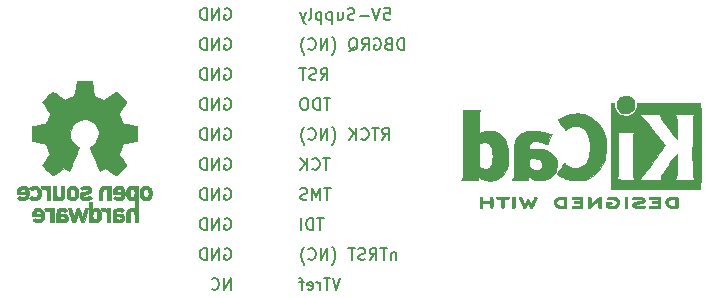
<source format=gbr>
G04 #@! TF.GenerationSoftware,KiCad,Pcbnew,5.1.5+dfsg1-2build2*
G04 #@! TF.CreationDate,2020-06-22T18:13:02+02:00*
G04 #@! TF.ProjectId,zigbeebox,7a696762-6565-4626-9f78-2e6b69636164,rev?*
G04 #@! TF.SameCoordinates,Original*
G04 #@! TF.FileFunction,Legend,Bot*
G04 #@! TF.FilePolarity,Positive*
%FSLAX46Y46*%
G04 Gerber Fmt 4.6, Leading zero omitted, Abs format (unit mm)*
G04 Created by KiCad (PCBNEW 5.1.5+dfsg1-2build2) date 2020-06-22 18:13:02*
%MOMM*%
%LPD*%
G04 APERTURE LIST*
%ADD10C,0.150000*%
%ADD11C,0.010000*%
%ADD12C,0.100000*%
%ADD13O,1.829200X1.829200*%
%ADD14C,1.829200*%
%ADD15C,0.802000*%
%ADD16O,2.502000X1.002000*%
%ADD17O,1.802000X1.002000*%
%ADD18C,1.902000*%
%ADD19O,1.802000X1.802000*%
%ADD20C,1.802000*%
%ADD21C,5.802000*%
G04 APERTURE END LIST*
D10*
X110157904Y-58902250D02*
X110253142Y-58854630D01*
X110396000Y-58854630D01*
X110538857Y-58902250D01*
X110634095Y-58997488D01*
X110681714Y-59092726D01*
X110729333Y-59283202D01*
X110729333Y-59426059D01*
X110681714Y-59616535D01*
X110634095Y-59711773D01*
X110538857Y-59807011D01*
X110396000Y-59854630D01*
X110300761Y-59854630D01*
X110157904Y-59807011D01*
X110110285Y-59759392D01*
X110110285Y-59426059D01*
X110300761Y-59426059D01*
X109681714Y-59854630D02*
X109681714Y-58854630D01*
X109110285Y-59854630D01*
X109110285Y-58854630D01*
X108634095Y-59854630D02*
X108634095Y-58854630D01*
X108396000Y-58854630D01*
X108253142Y-58902250D01*
X108157904Y-58997488D01*
X108110285Y-59092726D01*
X108062666Y-59283202D01*
X108062666Y-59426059D01*
X108110285Y-59616535D01*
X108157904Y-59711773D01*
X108253142Y-59807011D01*
X108396000Y-59854630D01*
X108634095Y-59854630D01*
X110157904Y-61442250D02*
X110253142Y-61394630D01*
X110396000Y-61394630D01*
X110538857Y-61442250D01*
X110634095Y-61537488D01*
X110681714Y-61632726D01*
X110729333Y-61823202D01*
X110729333Y-61966059D01*
X110681714Y-62156535D01*
X110634095Y-62251773D01*
X110538857Y-62347011D01*
X110396000Y-62394630D01*
X110300761Y-62394630D01*
X110157904Y-62347011D01*
X110110285Y-62299392D01*
X110110285Y-61966059D01*
X110300761Y-61966059D01*
X109681714Y-62394630D02*
X109681714Y-61394630D01*
X109110285Y-62394630D01*
X109110285Y-61394630D01*
X108634095Y-62394630D02*
X108634095Y-61394630D01*
X108396000Y-61394630D01*
X108253142Y-61442250D01*
X108157904Y-61537488D01*
X108110285Y-61632726D01*
X108062666Y-61823202D01*
X108062666Y-61966059D01*
X108110285Y-62156535D01*
X108157904Y-62251773D01*
X108253142Y-62347011D01*
X108396000Y-62394630D01*
X108634095Y-62394630D01*
X110157904Y-63982250D02*
X110253142Y-63934630D01*
X110396000Y-63934630D01*
X110538857Y-63982250D01*
X110634095Y-64077488D01*
X110681714Y-64172726D01*
X110729333Y-64363202D01*
X110729333Y-64506059D01*
X110681714Y-64696535D01*
X110634095Y-64791773D01*
X110538857Y-64887011D01*
X110396000Y-64934630D01*
X110300761Y-64934630D01*
X110157904Y-64887011D01*
X110110285Y-64839392D01*
X110110285Y-64506059D01*
X110300761Y-64506059D01*
X109681714Y-64934630D02*
X109681714Y-63934630D01*
X109110285Y-64934630D01*
X109110285Y-63934630D01*
X108634095Y-64934630D02*
X108634095Y-63934630D01*
X108396000Y-63934630D01*
X108253142Y-63982250D01*
X108157904Y-64077488D01*
X108110285Y-64172726D01*
X108062666Y-64363202D01*
X108062666Y-64506059D01*
X108110285Y-64696535D01*
X108157904Y-64791773D01*
X108253142Y-64887011D01*
X108396000Y-64934630D01*
X108634095Y-64934630D01*
X110157904Y-66522250D02*
X110253142Y-66474630D01*
X110396000Y-66474630D01*
X110538857Y-66522250D01*
X110634095Y-66617488D01*
X110681714Y-66712726D01*
X110729333Y-66903202D01*
X110729333Y-67046059D01*
X110681714Y-67236535D01*
X110634095Y-67331773D01*
X110538857Y-67427011D01*
X110396000Y-67474630D01*
X110300761Y-67474630D01*
X110157904Y-67427011D01*
X110110285Y-67379392D01*
X110110285Y-67046059D01*
X110300761Y-67046059D01*
X109681714Y-67474630D02*
X109681714Y-66474630D01*
X109110285Y-67474630D01*
X109110285Y-66474630D01*
X108634095Y-67474630D02*
X108634095Y-66474630D01*
X108396000Y-66474630D01*
X108253142Y-66522250D01*
X108157904Y-66617488D01*
X108110285Y-66712726D01*
X108062666Y-66903202D01*
X108062666Y-67046059D01*
X108110285Y-67236535D01*
X108157904Y-67331773D01*
X108253142Y-67427011D01*
X108396000Y-67474630D01*
X108634095Y-67474630D01*
X110157904Y-69062250D02*
X110253142Y-69014630D01*
X110396000Y-69014630D01*
X110538857Y-69062250D01*
X110634095Y-69157488D01*
X110681714Y-69252726D01*
X110729333Y-69443202D01*
X110729333Y-69586059D01*
X110681714Y-69776535D01*
X110634095Y-69871773D01*
X110538857Y-69967011D01*
X110396000Y-70014630D01*
X110300761Y-70014630D01*
X110157904Y-69967011D01*
X110110285Y-69919392D01*
X110110285Y-69586059D01*
X110300761Y-69586059D01*
X109681714Y-70014630D02*
X109681714Y-69014630D01*
X109110285Y-70014630D01*
X109110285Y-69014630D01*
X108634095Y-70014630D02*
X108634095Y-69014630D01*
X108396000Y-69014630D01*
X108253142Y-69062250D01*
X108157904Y-69157488D01*
X108110285Y-69252726D01*
X108062666Y-69443202D01*
X108062666Y-69586059D01*
X108110285Y-69776535D01*
X108157904Y-69871773D01*
X108253142Y-69967011D01*
X108396000Y-70014630D01*
X108634095Y-70014630D01*
X110157904Y-71602250D02*
X110253142Y-71554630D01*
X110396000Y-71554630D01*
X110538857Y-71602250D01*
X110634095Y-71697488D01*
X110681714Y-71792726D01*
X110729333Y-71983202D01*
X110729333Y-72126059D01*
X110681714Y-72316535D01*
X110634095Y-72411773D01*
X110538857Y-72507011D01*
X110396000Y-72554630D01*
X110300761Y-72554630D01*
X110157904Y-72507011D01*
X110110285Y-72459392D01*
X110110285Y-72126059D01*
X110300761Y-72126059D01*
X109681714Y-72554630D02*
X109681714Y-71554630D01*
X109110285Y-72554630D01*
X109110285Y-71554630D01*
X108634095Y-72554630D02*
X108634095Y-71554630D01*
X108396000Y-71554630D01*
X108253142Y-71602250D01*
X108157904Y-71697488D01*
X108110285Y-71792726D01*
X108062666Y-71983202D01*
X108062666Y-72126059D01*
X108110285Y-72316535D01*
X108157904Y-72411773D01*
X108253142Y-72507011D01*
X108396000Y-72554630D01*
X108634095Y-72554630D01*
X110157904Y-74142250D02*
X110253142Y-74094630D01*
X110396000Y-74094630D01*
X110538857Y-74142250D01*
X110634095Y-74237488D01*
X110681714Y-74332726D01*
X110729333Y-74523202D01*
X110729333Y-74666059D01*
X110681714Y-74856535D01*
X110634095Y-74951773D01*
X110538857Y-75047011D01*
X110396000Y-75094630D01*
X110300761Y-75094630D01*
X110157904Y-75047011D01*
X110110285Y-74999392D01*
X110110285Y-74666059D01*
X110300761Y-74666059D01*
X109681714Y-75094630D02*
X109681714Y-74094630D01*
X109110285Y-75094630D01*
X109110285Y-74094630D01*
X108634095Y-75094630D02*
X108634095Y-74094630D01*
X108396000Y-74094630D01*
X108253142Y-74142250D01*
X108157904Y-74237488D01*
X108110285Y-74332726D01*
X108062666Y-74523202D01*
X108062666Y-74666059D01*
X108110285Y-74856535D01*
X108157904Y-74951773D01*
X108253142Y-75047011D01*
X108396000Y-75094630D01*
X108634095Y-75094630D01*
X110157904Y-76682250D02*
X110253142Y-76634630D01*
X110396000Y-76634630D01*
X110538857Y-76682250D01*
X110634095Y-76777488D01*
X110681714Y-76872726D01*
X110729333Y-77063202D01*
X110729333Y-77206059D01*
X110681714Y-77396535D01*
X110634095Y-77491773D01*
X110538857Y-77587011D01*
X110396000Y-77634630D01*
X110300761Y-77634630D01*
X110157904Y-77587011D01*
X110110285Y-77539392D01*
X110110285Y-77206059D01*
X110300761Y-77206059D01*
X109681714Y-77634630D02*
X109681714Y-76634630D01*
X109110285Y-77634630D01*
X109110285Y-76634630D01*
X108634095Y-77634630D02*
X108634095Y-76634630D01*
X108396000Y-76634630D01*
X108253142Y-76682250D01*
X108157904Y-76777488D01*
X108110285Y-76872726D01*
X108062666Y-77063202D01*
X108062666Y-77206059D01*
X108110285Y-77396535D01*
X108157904Y-77491773D01*
X108253142Y-77587011D01*
X108396000Y-77634630D01*
X108634095Y-77634630D01*
X110157904Y-79222250D02*
X110253142Y-79174630D01*
X110396000Y-79174630D01*
X110538857Y-79222250D01*
X110634095Y-79317488D01*
X110681714Y-79412726D01*
X110729333Y-79603202D01*
X110729333Y-79746059D01*
X110681714Y-79936535D01*
X110634095Y-80031773D01*
X110538857Y-80127011D01*
X110396000Y-80174630D01*
X110300761Y-80174630D01*
X110157904Y-80127011D01*
X110110285Y-80079392D01*
X110110285Y-79746059D01*
X110300761Y-79746059D01*
X109681714Y-80174630D02*
X109681714Y-79174630D01*
X109110285Y-80174630D01*
X109110285Y-79174630D01*
X108634095Y-80174630D02*
X108634095Y-79174630D01*
X108396000Y-79174630D01*
X108253142Y-79222250D01*
X108157904Y-79317488D01*
X108110285Y-79412726D01*
X108062666Y-79603202D01*
X108062666Y-79746059D01*
X108110285Y-79936535D01*
X108157904Y-80031773D01*
X108253142Y-80127011D01*
X108396000Y-80174630D01*
X108634095Y-80174630D01*
X110681714Y-82714630D02*
X110681714Y-81714630D01*
X110110285Y-82714630D01*
X110110285Y-81714630D01*
X109062666Y-82619392D02*
X109110285Y-82667011D01*
X109253142Y-82714630D01*
X109348380Y-82714630D01*
X109491238Y-82667011D01*
X109586476Y-82571773D01*
X109634095Y-82476535D01*
X109681714Y-82286059D01*
X109681714Y-82143202D01*
X109634095Y-81952726D01*
X109586476Y-81857488D01*
X109491238Y-81762250D01*
X109348380Y-81714630D01*
X109253142Y-81714630D01*
X109110285Y-81762250D01*
X109062666Y-81809869D01*
X123675381Y-58854630D02*
X124151571Y-58854630D01*
X124199190Y-59330821D01*
X124151571Y-59283202D01*
X124056333Y-59235583D01*
X123818238Y-59235583D01*
X123723000Y-59283202D01*
X123675381Y-59330821D01*
X123627762Y-59426059D01*
X123627762Y-59664154D01*
X123675381Y-59759392D01*
X123723000Y-59807011D01*
X123818238Y-59854630D01*
X124056333Y-59854630D01*
X124151571Y-59807011D01*
X124199190Y-59759392D01*
X123342047Y-58854630D02*
X123008714Y-59854630D01*
X122675381Y-58854630D01*
X122342047Y-59473678D02*
X121580143Y-59473678D01*
X121151571Y-59807011D02*
X121008714Y-59854630D01*
X120770619Y-59854630D01*
X120675381Y-59807011D01*
X120627762Y-59759392D01*
X120580143Y-59664154D01*
X120580143Y-59568916D01*
X120627762Y-59473678D01*
X120675381Y-59426059D01*
X120770619Y-59378440D01*
X120961095Y-59330821D01*
X121056333Y-59283202D01*
X121103952Y-59235583D01*
X121151571Y-59140345D01*
X121151571Y-59045107D01*
X121103952Y-58949869D01*
X121056333Y-58902250D01*
X120961095Y-58854630D01*
X120723000Y-58854630D01*
X120580143Y-58902250D01*
X119723000Y-59187964D02*
X119723000Y-59854630D01*
X120151571Y-59187964D02*
X120151571Y-59711773D01*
X120103952Y-59807011D01*
X120008714Y-59854630D01*
X119865857Y-59854630D01*
X119770619Y-59807011D01*
X119723000Y-59759392D01*
X119246809Y-59187964D02*
X119246809Y-60187964D01*
X119246809Y-59235583D02*
X119151571Y-59187964D01*
X118961095Y-59187964D01*
X118865857Y-59235583D01*
X118818238Y-59283202D01*
X118770619Y-59378440D01*
X118770619Y-59664154D01*
X118818238Y-59759392D01*
X118865857Y-59807011D01*
X118961095Y-59854630D01*
X119151571Y-59854630D01*
X119246809Y-59807011D01*
X118342047Y-59187964D02*
X118342047Y-60187964D01*
X118342047Y-59235583D02*
X118246809Y-59187964D01*
X118056333Y-59187964D01*
X117961095Y-59235583D01*
X117913476Y-59283202D01*
X117865857Y-59378440D01*
X117865857Y-59664154D01*
X117913476Y-59759392D01*
X117961095Y-59807011D01*
X118056333Y-59854630D01*
X118246809Y-59854630D01*
X118342047Y-59807011D01*
X117294428Y-59854630D02*
X117389667Y-59807011D01*
X117437286Y-59711773D01*
X117437286Y-58854630D01*
X117008714Y-59187964D02*
X116770619Y-59854630D01*
X116532524Y-59187964D02*
X116770619Y-59854630D01*
X116865857Y-60092726D01*
X116913476Y-60140345D01*
X117008714Y-60187964D01*
X125342047Y-62394630D02*
X125342047Y-61394630D01*
X125103952Y-61394630D01*
X124961095Y-61442250D01*
X124865857Y-61537488D01*
X124818238Y-61632726D01*
X124770619Y-61823202D01*
X124770619Y-61966059D01*
X124818238Y-62156535D01*
X124865857Y-62251773D01*
X124961095Y-62347011D01*
X125103952Y-62394630D01*
X125342047Y-62394630D01*
X124008714Y-61870821D02*
X123865857Y-61918440D01*
X123818238Y-61966059D01*
X123770619Y-62061297D01*
X123770619Y-62204154D01*
X123818238Y-62299392D01*
X123865857Y-62347011D01*
X123961095Y-62394630D01*
X124342047Y-62394630D01*
X124342047Y-61394630D01*
X124008714Y-61394630D01*
X123913476Y-61442250D01*
X123865857Y-61489869D01*
X123818238Y-61585107D01*
X123818238Y-61680345D01*
X123865857Y-61775583D01*
X123913476Y-61823202D01*
X124008714Y-61870821D01*
X124342047Y-61870821D01*
X122818238Y-61442250D02*
X122913476Y-61394630D01*
X123056333Y-61394630D01*
X123199190Y-61442250D01*
X123294428Y-61537488D01*
X123342047Y-61632726D01*
X123389666Y-61823202D01*
X123389666Y-61966059D01*
X123342047Y-62156535D01*
X123294428Y-62251773D01*
X123199190Y-62347011D01*
X123056333Y-62394630D01*
X122961095Y-62394630D01*
X122818238Y-62347011D01*
X122770619Y-62299392D01*
X122770619Y-61966059D01*
X122961095Y-61966059D01*
X121770619Y-62394630D02*
X122103952Y-61918440D01*
X122342047Y-62394630D02*
X122342047Y-61394630D01*
X121961095Y-61394630D01*
X121865857Y-61442250D01*
X121818238Y-61489869D01*
X121770619Y-61585107D01*
X121770619Y-61727964D01*
X121818238Y-61823202D01*
X121865857Y-61870821D01*
X121961095Y-61918440D01*
X122342047Y-61918440D01*
X120675381Y-62489869D02*
X120770619Y-62442250D01*
X120865857Y-62347011D01*
X121008714Y-62204154D01*
X121103952Y-62156535D01*
X121199190Y-62156535D01*
X121151571Y-62394630D02*
X121246809Y-62347011D01*
X121342047Y-62251773D01*
X121389666Y-62061297D01*
X121389666Y-61727964D01*
X121342047Y-61537488D01*
X121246809Y-61442250D01*
X121151571Y-61394630D01*
X120961095Y-61394630D01*
X120865857Y-61442250D01*
X120770619Y-61537488D01*
X120723000Y-61727964D01*
X120723000Y-62061297D01*
X120770619Y-62251773D01*
X120865857Y-62347011D01*
X120961095Y-62394630D01*
X121151571Y-62394630D01*
X119246809Y-62775583D02*
X119294428Y-62727964D01*
X119389666Y-62585107D01*
X119437285Y-62489869D01*
X119484905Y-62347011D01*
X119532524Y-62108916D01*
X119532524Y-61918440D01*
X119484905Y-61680345D01*
X119437285Y-61537488D01*
X119389666Y-61442250D01*
X119294428Y-61299392D01*
X119246809Y-61251773D01*
X118865857Y-62394630D02*
X118865857Y-61394630D01*
X118294428Y-62394630D01*
X118294428Y-61394630D01*
X117246809Y-62299392D02*
X117294428Y-62347011D01*
X117437285Y-62394630D01*
X117532524Y-62394630D01*
X117675381Y-62347011D01*
X117770619Y-62251773D01*
X117818238Y-62156535D01*
X117865857Y-61966059D01*
X117865857Y-61823202D01*
X117818238Y-61632726D01*
X117770619Y-61537488D01*
X117675381Y-61442250D01*
X117532524Y-61394630D01*
X117437285Y-61394630D01*
X117294428Y-61442250D01*
X117246809Y-61489869D01*
X116913476Y-62775583D02*
X116865857Y-62727964D01*
X116770619Y-62585107D01*
X116723000Y-62489869D01*
X116675381Y-62347011D01*
X116627762Y-62108916D01*
X116627762Y-61918440D01*
X116675381Y-61680345D01*
X116723000Y-61537488D01*
X116770619Y-61442250D01*
X116865857Y-61299392D01*
X116913476Y-61251773D01*
X123484905Y-70014630D02*
X123818238Y-69538440D01*
X124056333Y-70014630D02*
X124056333Y-69014630D01*
X123675381Y-69014630D01*
X123580143Y-69062250D01*
X123532524Y-69109869D01*
X123484905Y-69205107D01*
X123484905Y-69347964D01*
X123532524Y-69443202D01*
X123580143Y-69490821D01*
X123675381Y-69538440D01*
X124056333Y-69538440D01*
X123199190Y-69014630D02*
X122627762Y-69014630D01*
X122913476Y-70014630D02*
X122913476Y-69014630D01*
X121723000Y-69919392D02*
X121770619Y-69967011D01*
X121913476Y-70014630D01*
X122008714Y-70014630D01*
X122151571Y-69967011D01*
X122246809Y-69871773D01*
X122294428Y-69776535D01*
X122342048Y-69586059D01*
X122342048Y-69443202D01*
X122294428Y-69252726D01*
X122246809Y-69157488D01*
X122151571Y-69062250D01*
X122008714Y-69014630D01*
X121913476Y-69014630D01*
X121770619Y-69062250D01*
X121723000Y-69109869D01*
X121294428Y-70014630D02*
X121294428Y-69014630D01*
X120723000Y-70014630D02*
X121151571Y-69443202D01*
X120723000Y-69014630D02*
X121294428Y-69586059D01*
X119246809Y-70395583D02*
X119294428Y-70347964D01*
X119389667Y-70205107D01*
X119437286Y-70109869D01*
X119484905Y-69967011D01*
X119532524Y-69728916D01*
X119532524Y-69538440D01*
X119484905Y-69300345D01*
X119437286Y-69157488D01*
X119389667Y-69062250D01*
X119294428Y-68919392D01*
X119246809Y-68871773D01*
X118865857Y-70014630D02*
X118865857Y-69014630D01*
X118294428Y-70014630D01*
X118294428Y-69014630D01*
X117246809Y-69919392D02*
X117294428Y-69967011D01*
X117437286Y-70014630D01*
X117532524Y-70014630D01*
X117675381Y-69967011D01*
X117770619Y-69871773D01*
X117818238Y-69776535D01*
X117865857Y-69586059D01*
X117865857Y-69443202D01*
X117818238Y-69252726D01*
X117770619Y-69157488D01*
X117675381Y-69062250D01*
X117532524Y-69014630D01*
X117437286Y-69014630D01*
X117294428Y-69062250D01*
X117246809Y-69109869D01*
X116913476Y-70395583D02*
X116865857Y-70347964D01*
X116770619Y-70205107D01*
X116723000Y-70109869D01*
X116675381Y-69967011D01*
X116627762Y-69728916D01*
X116627762Y-69538440D01*
X116675381Y-69300345D01*
X116723000Y-69157488D01*
X116770619Y-69062250D01*
X116865857Y-68919392D01*
X116913476Y-68871773D01*
X124675381Y-79507964D02*
X124675381Y-80174630D01*
X124675381Y-79603202D02*
X124627762Y-79555583D01*
X124532524Y-79507964D01*
X124389667Y-79507964D01*
X124294429Y-79555583D01*
X124246810Y-79650821D01*
X124246810Y-80174630D01*
X123913476Y-79174630D02*
X123342048Y-79174630D01*
X123627762Y-80174630D02*
X123627762Y-79174630D01*
X122437286Y-80174630D02*
X122770619Y-79698440D01*
X123008714Y-80174630D02*
X123008714Y-79174630D01*
X122627762Y-79174630D01*
X122532524Y-79222250D01*
X122484905Y-79269869D01*
X122437286Y-79365107D01*
X122437286Y-79507964D01*
X122484905Y-79603202D01*
X122532524Y-79650821D01*
X122627762Y-79698440D01*
X123008714Y-79698440D01*
X122056333Y-80127011D02*
X121913476Y-80174630D01*
X121675381Y-80174630D01*
X121580143Y-80127011D01*
X121532524Y-80079392D01*
X121484905Y-79984154D01*
X121484905Y-79888916D01*
X121532524Y-79793678D01*
X121580143Y-79746059D01*
X121675381Y-79698440D01*
X121865857Y-79650821D01*
X121961095Y-79603202D01*
X122008714Y-79555583D01*
X122056333Y-79460345D01*
X122056333Y-79365107D01*
X122008714Y-79269869D01*
X121961095Y-79222250D01*
X121865857Y-79174630D01*
X121627762Y-79174630D01*
X121484905Y-79222250D01*
X121199191Y-79174630D02*
X120627762Y-79174630D01*
X120913476Y-80174630D02*
X120913476Y-79174630D01*
X119246810Y-80555583D02*
X119294429Y-80507964D01*
X119389667Y-80365107D01*
X119437286Y-80269869D01*
X119484905Y-80127011D01*
X119532524Y-79888916D01*
X119532524Y-79698440D01*
X119484905Y-79460345D01*
X119437286Y-79317488D01*
X119389667Y-79222250D01*
X119294429Y-79079392D01*
X119246810Y-79031773D01*
X118865857Y-80174630D02*
X118865857Y-79174630D01*
X118294429Y-80174630D01*
X118294429Y-79174630D01*
X117246810Y-80079392D02*
X117294429Y-80127011D01*
X117437286Y-80174630D01*
X117532524Y-80174630D01*
X117675381Y-80127011D01*
X117770619Y-80031773D01*
X117818238Y-79936535D01*
X117865857Y-79746059D01*
X117865857Y-79603202D01*
X117818238Y-79412726D01*
X117770619Y-79317488D01*
X117675381Y-79222250D01*
X117532524Y-79174630D01*
X117437286Y-79174630D01*
X117294429Y-79222250D01*
X117246810Y-79269869D01*
X116913476Y-80555583D02*
X116865857Y-80507964D01*
X116770619Y-80365107D01*
X116723000Y-80269869D01*
X116675381Y-80127011D01*
X116627762Y-79888916D01*
X116627762Y-79698440D01*
X116675381Y-79460345D01*
X116723000Y-79317488D01*
X116770619Y-79222250D01*
X116865857Y-79079392D01*
X116913476Y-79031773D01*
X118294429Y-64934630D02*
X118627762Y-64458440D01*
X118865857Y-64934630D02*
X118865857Y-63934630D01*
X118484905Y-63934630D01*
X118389667Y-63982250D01*
X118342048Y-64029869D01*
X118294429Y-64125107D01*
X118294429Y-64267964D01*
X118342048Y-64363202D01*
X118389667Y-64410821D01*
X118484905Y-64458440D01*
X118865857Y-64458440D01*
X117913476Y-64887011D02*
X117770619Y-64934630D01*
X117532524Y-64934630D01*
X117437286Y-64887011D01*
X117389667Y-64839392D01*
X117342048Y-64744154D01*
X117342048Y-64648916D01*
X117389667Y-64553678D01*
X117437286Y-64506059D01*
X117532524Y-64458440D01*
X117723000Y-64410821D01*
X117818238Y-64363202D01*
X117865857Y-64315583D01*
X117913476Y-64220345D01*
X117913476Y-64125107D01*
X117865857Y-64029869D01*
X117818238Y-63982250D01*
X117723000Y-63934630D01*
X117484905Y-63934630D01*
X117342048Y-63982250D01*
X117056333Y-63934630D02*
X116484905Y-63934630D01*
X116770619Y-64934630D02*
X116770619Y-63934630D01*
X119103952Y-66474630D02*
X118532524Y-66474630D01*
X118818238Y-67474630D02*
X118818238Y-66474630D01*
X118199190Y-67474630D02*
X118199190Y-66474630D01*
X117961095Y-66474630D01*
X117818238Y-66522250D01*
X117723000Y-66617488D01*
X117675381Y-66712726D01*
X117627762Y-66903202D01*
X117627762Y-67046059D01*
X117675381Y-67236535D01*
X117723000Y-67331773D01*
X117818238Y-67427011D01*
X117961095Y-67474630D01*
X118199190Y-67474630D01*
X117008714Y-66474630D02*
X116818238Y-66474630D01*
X116723000Y-66522250D01*
X116627762Y-66617488D01*
X116580143Y-66807964D01*
X116580143Y-67141297D01*
X116627762Y-67331773D01*
X116723000Y-67427011D01*
X116818238Y-67474630D01*
X117008714Y-67474630D01*
X117103952Y-67427011D01*
X117199190Y-67331773D01*
X117246809Y-67141297D01*
X117246809Y-66807964D01*
X117199190Y-66617488D01*
X117103952Y-66522250D01*
X117008714Y-66474630D01*
X119056333Y-71554630D02*
X118484904Y-71554630D01*
X118770619Y-72554630D02*
X118770619Y-71554630D01*
X117580142Y-72459392D02*
X117627761Y-72507011D01*
X117770619Y-72554630D01*
X117865857Y-72554630D01*
X118008714Y-72507011D01*
X118103952Y-72411773D01*
X118151571Y-72316535D01*
X118199190Y-72126059D01*
X118199190Y-71983202D01*
X118151571Y-71792726D01*
X118103952Y-71697488D01*
X118008714Y-71602250D01*
X117865857Y-71554630D01*
X117770619Y-71554630D01*
X117627761Y-71602250D01*
X117580142Y-71649869D01*
X117151571Y-72554630D02*
X117151571Y-71554630D01*
X116580142Y-72554630D02*
X117008714Y-71983202D01*
X116580142Y-71554630D02*
X117151571Y-72126059D01*
X119151571Y-74094630D02*
X118580142Y-74094630D01*
X118865857Y-75094630D02*
X118865857Y-74094630D01*
X118246809Y-75094630D02*
X118246809Y-74094630D01*
X117913476Y-74808916D01*
X117580142Y-74094630D01*
X117580142Y-75094630D01*
X117151571Y-75047011D02*
X117008714Y-75094630D01*
X116770618Y-75094630D01*
X116675380Y-75047011D01*
X116627761Y-74999392D01*
X116580142Y-74904154D01*
X116580142Y-74808916D01*
X116627761Y-74713678D01*
X116675380Y-74666059D01*
X116770618Y-74618440D01*
X116961095Y-74570821D01*
X117056333Y-74523202D01*
X117103952Y-74475583D01*
X117151571Y-74380345D01*
X117151571Y-74285107D01*
X117103952Y-74189869D01*
X117056333Y-74142250D01*
X116961095Y-74094630D01*
X116722999Y-74094630D01*
X116580142Y-74142250D01*
X118532523Y-76634630D02*
X117961094Y-76634630D01*
X118246809Y-77634630D02*
X118246809Y-76634630D01*
X117627761Y-77634630D02*
X117627761Y-76634630D01*
X117389666Y-76634630D01*
X117246809Y-76682250D01*
X117151571Y-76777488D01*
X117103952Y-76872726D01*
X117056333Y-77063202D01*
X117056333Y-77206059D01*
X117103952Y-77396535D01*
X117151571Y-77491773D01*
X117246809Y-77587011D01*
X117389666Y-77634630D01*
X117627761Y-77634630D01*
X116627761Y-77634630D02*
X116627761Y-76634630D01*
X119961095Y-81714630D02*
X119627761Y-82714630D01*
X119294428Y-81714630D01*
X119103952Y-81714630D02*
X118532523Y-81714630D01*
X118818238Y-82714630D02*
X118818238Y-81714630D01*
X118199190Y-82714630D02*
X118199190Y-82047964D01*
X118199190Y-82238440D02*
X118151571Y-82143202D01*
X118103952Y-82095583D01*
X118008714Y-82047964D01*
X117913476Y-82047964D01*
X117199190Y-82667011D02*
X117294428Y-82714630D01*
X117484904Y-82714630D01*
X117580142Y-82667011D01*
X117627761Y-82571773D01*
X117627761Y-82190821D01*
X117580142Y-82095583D01*
X117484904Y-82047964D01*
X117294428Y-82047964D01*
X117199190Y-82095583D01*
X117151571Y-82190821D01*
X117151571Y-82286059D01*
X117627761Y-82381297D01*
X116865857Y-82047964D02*
X116484904Y-82047964D01*
X116723000Y-82714630D02*
X116723000Y-81857488D01*
X116675380Y-81762250D01*
X116580142Y-81714630D01*
X116484904Y-81714630D01*
D11*
G36*
X148309708Y-74807583D02*
G01*
X148257143Y-74808118D01*
X148103119Y-74811834D01*
X147974125Y-74822873D01*
X147865763Y-74842420D01*
X147773638Y-74871657D01*
X147693353Y-74911771D01*
X147620512Y-74963943D01*
X147594495Y-74986607D01*
X147551337Y-75039636D01*
X147512421Y-75111595D01*
X147482427Y-75191358D01*
X147466035Y-75267799D01*
X147464332Y-75296046D01*
X147475005Y-75374348D01*
X147503607Y-75459879D01*
X147545011Y-75540837D01*
X147594095Y-75605420D01*
X147602067Y-75613212D01*
X147669600Y-75667982D01*
X147743552Y-75710737D01*
X147828188Y-75742597D01*
X147927771Y-75764682D01*
X148046566Y-75778112D01*
X148188834Y-75784008D01*
X148254000Y-75784508D01*
X148336855Y-75784109D01*
X148395123Y-75782440D01*
X148434270Y-75778796D01*
X148459763Y-75772467D01*
X148477068Y-75762748D01*
X148486344Y-75754448D01*
X148495106Y-75744366D01*
X148501979Y-75731359D01*
X148507192Y-75711943D01*
X148510973Y-75682634D01*
X148513551Y-75639947D01*
X148515154Y-75580399D01*
X148516011Y-75500504D01*
X148516351Y-75396779D01*
X148516403Y-75296046D01*
X148516734Y-75161693D01*
X148516662Y-75054366D01*
X148515384Y-75002969D01*
X148321019Y-75002969D01*
X148321019Y-75589123D01*
X148197025Y-75589009D01*
X148122415Y-75586870D01*
X148044272Y-75581357D01*
X147979074Y-75573646D01*
X147977090Y-75573329D01*
X147871717Y-75547852D01*
X147789986Y-75508174D01*
X147727816Y-75451712D01*
X147688314Y-75390580D01*
X147663974Y-75322767D01*
X147665861Y-75259093D01*
X147694109Y-75190839D01*
X147749362Y-75120230D01*
X147825927Y-75067909D01*
X147925449Y-75032937D01*
X147991961Y-75020560D01*
X148067461Y-75011868D01*
X148147479Y-75005578D01*
X148215538Y-75002962D01*
X148219569Y-75002950D01*
X148321019Y-75002969D01*
X148515384Y-75002969D01*
X148514590Y-74971055D01*
X148508915Y-74908753D01*
X148498041Y-74864449D01*
X148480368Y-74835134D01*
X148454297Y-74817799D01*
X148418229Y-74809435D01*
X148370566Y-74807033D01*
X148309708Y-74807583D01*
G37*
X148309708Y-74807583D02*
X148257143Y-74808118D01*
X148103119Y-74811834D01*
X147974125Y-74822873D01*
X147865763Y-74842420D01*
X147773638Y-74871657D01*
X147693353Y-74911771D01*
X147620512Y-74963943D01*
X147594495Y-74986607D01*
X147551337Y-75039636D01*
X147512421Y-75111595D01*
X147482427Y-75191358D01*
X147466035Y-75267799D01*
X147464332Y-75296046D01*
X147475005Y-75374348D01*
X147503607Y-75459879D01*
X147545011Y-75540837D01*
X147594095Y-75605420D01*
X147602067Y-75613212D01*
X147669600Y-75667982D01*
X147743552Y-75710737D01*
X147828188Y-75742597D01*
X147927771Y-75764682D01*
X148046566Y-75778112D01*
X148188834Y-75784008D01*
X148254000Y-75784508D01*
X148336855Y-75784109D01*
X148395123Y-75782440D01*
X148434270Y-75778796D01*
X148459763Y-75772467D01*
X148477068Y-75762748D01*
X148486344Y-75754448D01*
X148495106Y-75744366D01*
X148501979Y-75731359D01*
X148507192Y-75711943D01*
X148510973Y-75682634D01*
X148513551Y-75639947D01*
X148515154Y-75580399D01*
X148516011Y-75500504D01*
X148516351Y-75396779D01*
X148516403Y-75296046D01*
X148516734Y-75161693D01*
X148516662Y-75054366D01*
X148515384Y-75002969D01*
X148321019Y-75002969D01*
X148321019Y-75589123D01*
X148197025Y-75589009D01*
X148122415Y-75586870D01*
X148044272Y-75581357D01*
X147979074Y-75573646D01*
X147977090Y-75573329D01*
X147871717Y-75547852D01*
X147789986Y-75508174D01*
X147727816Y-75451712D01*
X147688314Y-75390580D01*
X147663974Y-75322767D01*
X147665861Y-75259093D01*
X147694109Y-75190839D01*
X147749362Y-75120230D01*
X147825927Y-75067909D01*
X147925449Y-75032937D01*
X147991961Y-75020560D01*
X148067461Y-75011868D01*
X148147479Y-75005578D01*
X148215538Y-75002962D01*
X148219569Y-75002950D01*
X148321019Y-75002969D01*
X148515384Y-75002969D01*
X148514590Y-74971055D01*
X148508915Y-74908753D01*
X148498041Y-74864449D01*
X148480368Y-74835134D01*
X148454297Y-74817799D01*
X148418229Y-74809435D01*
X148370566Y-74807033D01*
X148309708Y-74807583D01*
G36*
X146434384Y-74807690D02*
G01*
X146341976Y-74808186D01*
X146272227Y-74809339D01*
X146221437Y-74811418D01*
X146185905Y-74814689D01*
X146161932Y-74819421D01*
X146145818Y-74825881D01*
X146133863Y-74834337D01*
X146129533Y-74838229D01*
X146103205Y-74879578D01*
X146098465Y-74927090D01*
X146115784Y-74969269D01*
X146123793Y-74977794D01*
X146136746Y-74986059D01*
X146157602Y-74992435D01*
X146190230Y-74997233D01*
X146238496Y-75000762D01*
X146306268Y-75003332D01*
X146397414Y-75005255D01*
X146480745Y-75006425D01*
X146810546Y-75010484D01*
X146819560Y-75183324D01*
X146595696Y-75183324D01*
X146498508Y-75184163D01*
X146427357Y-75187670D01*
X146378245Y-75195333D01*
X146347171Y-75208641D01*
X146330138Y-75229079D01*
X146323146Y-75258137D01*
X146322084Y-75285105D01*
X146325384Y-75318195D01*
X146337837Y-75342578D01*
X146363274Y-75359527D01*
X146405525Y-75370317D01*
X146468420Y-75376222D01*
X146555789Y-75378515D01*
X146603475Y-75378709D01*
X146818060Y-75378709D01*
X146818060Y-75589123D01*
X146487409Y-75589123D01*
X146379024Y-75589274D01*
X146296651Y-75589952D01*
X146236243Y-75591494D01*
X146193753Y-75594237D01*
X146165135Y-75598519D01*
X146146342Y-75604677D01*
X146133328Y-75613047D01*
X146126699Y-75619182D01*
X146103961Y-75654987D01*
X146096640Y-75686815D01*
X146107093Y-75725692D01*
X146126699Y-75754448D01*
X146137159Y-75763501D01*
X146150662Y-75770531D01*
X146170840Y-75775792D01*
X146201325Y-75779539D01*
X146245749Y-75782028D01*
X146307745Y-75783513D01*
X146390945Y-75784249D01*
X146498981Y-75784492D01*
X146555043Y-75784508D01*
X146675098Y-75784401D01*
X146768728Y-75783913D01*
X146839563Y-75782787D01*
X146891235Y-75780769D01*
X146927377Y-75777604D01*
X146951622Y-75773037D01*
X146967601Y-75766814D01*
X146978947Y-75758678D01*
X146983386Y-75754448D01*
X146992171Y-75744334D01*
X146999058Y-75731286D01*
X147004275Y-75711808D01*
X147008053Y-75682402D01*
X147010624Y-75639572D01*
X147012218Y-75579822D01*
X147013065Y-75499655D01*
X147013396Y-75395575D01*
X147013445Y-75298666D01*
X147013400Y-75174561D01*
X147013088Y-75077004D01*
X147012242Y-75002484D01*
X147010596Y-74947489D01*
X147007883Y-74908508D01*
X147003837Y-74882031D01*
X146998191Y-74864544D01*
X146990680Y-74852538D01*
X146981036Y-74842501D01*
X146978660Y-74840264D01*
X146967129Y-74830357D01*
X146953732Y-74822686D01*
X146934750Y-74816964D01*
X146906469Y-74812906D01*
X146865172Y-74810226D01*
X146807142Y-74808640D01*
X146728663Y-74807862D01*
X146626020Y-74807606D01*
X146553150Y-74807584D01*
X146434384Y-74807690D01*
G37*
X146434384Y-74807690D02*
X146341976Y-74808186D01*
X146272227Y-74809339D01*
X146221437Y-74811418D01*
X146185905Y-74814689D01*
X146161932Y-74819421D01*
X146145818Y-74825881D01*
X146133863Y-74834337D01*
X146129533Y-74838229D01*
X146103205Y-74879578D01*
X146098465Y-74927090D01*
X146115784Y-74969269D01*
X146123793Y-74977794D01*
X146136746Y-74986059D01*
X146157602Y-74992435D01*
X146190230Y-74997233D01*
X146238496Y-75000762D01*
X146306268Y-75003332D01*
X146397414Y-75005255D01*
X146480745Y-75006425D01*
X146810546Y-75010484D01*
X146819560Y-75183324D01*
X146595696Y-75183324D01*
X146498508Y-75184163D01*
X146427357Y-75187670D01*
X146378245Y-75195333D01*
X146347171Y-75208641D01*
X146330138Y-75229079D01*
X146323146Y-75258137D01*
X146322084Y-75285105D01*
X146325384Y-75318195D01*
X146337837Y-75342578D01*
X146363274Y-75359527D01*
X146405525Y-75370317D01*
X146468420Y-75376222D01*
X146555789Y-75378515D01*
X146603475Y-75378709D01*
X146818060Y-75378709D01*
X146818060Y-75589123D01*
X146487409Y-75589123D01*
X146379024Y-75589274D01*
X146296651Y-75589952D01*
X146236243Y-75591494D01*
X146193753Y-75594237D01*
X146165135Y-75598519D01*
X146146342Y-75604677D01*
X146133328Y-75613047D01*
X146126699Y-75619182D01*
X146103961Y-75654987D01*
X146096640Y-75686815D01*
X146107093Y-75725692D01*
X146126699Y-75754448D01*
X146137159Y-75763501D01*
X146150662Y-75770531D01*
X146170840Y-75775792D01*
X146201325Y-75779539D01*
X146245749Y-75782028D01*
X146307745Y-75783513D01*
X146390945Y-75784249D01*
X146498981Y-75784492D01*
X146555043Y-75784508D01*
X146675098Y-75784401D01*
X146768728Y-75783913D01*
X146839563Y-75782787D01*
X146891235Y-75780769D01*
X146927377Y-75777604D01*
X146951622Y-75773037D01*
X146967601Y-75766814D01*
X146978947Y-75758678D01*
X146983386Y-75754448D01*
X146992171Y-75744334D01*
X146999058Y-75731286D01*
X147004275Y-75711808D01*
X147008053Y-75682402D01*
X147010624Y-75639572D01*
X147012218Y-75579822D01*
X147013065Y-75499655D01*
X147013396Y-75395575D01*
X147013445Y-75298666D01*
X147013400Y-75174561D01*
X147013088Y-75077004D01*
X147012242Y-75002484D01*
X147010596Y-74947489D01*
X147007883Y-74908508D01*
X147003837Y-74882031D01*
X146998191Y-74864544D01*
X146990680Y-74852538D01*
X146981036Y-74842501D01*
X146978660Y-74840264D01*
X146967129Y-74830357D01*
X146953732Y-74822686D01*
X146934750Y-74816964D01*
X146906469Y-74812906D01*
X146865172Y-74810226D01*
X146807142Y-74808640D01*
X146728663Y-74807862D01*
X146626020Y-74807606D01*
X146553150Y-74807584D01*
X146434384Y-74807690D01*
G36*
X145074942Y-74809295D02*
G01*
X144975337Y-74816258D01*
X144882698Y-74827133D01*
X144802412Y-74841512D01*
X144739862Y-74858984D01*
X144700435Y-74879140D01*
X144694383Y-74885073D01*
X144673338Y-74931113D01*
X144679720Y-74978378D01*
X144712361Y-75018816D01*
X144713918Y-75019975D01*
X144733117Y-75032435D01*
X144753159Y-75038987D01*
X144781114Y-75039782D01*
X144824053Y-75034974D01*
X144889045Y-75024713D01*
X144894273Y-75023849D01*
X144991115Y-75011952D01*
X145095598Y-75006083D01*
X145200389Y-75006026D01*
X145298156Y-75011565D01*
X145381566Y-75022483D01*
X145443287Y-75038563D01*
X145447342Y-75040179D01*
X145492118Y-75065267D01*
X145507850Y-75090656D01*
X145495534Y-75115625D01*
X145456169Y-75139454D01*
X145390752Y-75161420D01*
X145300280Y-75180804D01*
X145239954Y-75190136D01*
X145114554Y-75208087D01*
X145014819Y-75224497D01*
X144936500Y-75240786D01*
X144875347Y-75258376D01*
X144827113Y-75278687D01*
X144787549Y-75303141D01*
X144752406Y-75333158D01*
X144724165Y-75362634D01*
X144690662Y-75403705D01*
X144674173Y-75439020D01*
X144669017Y-75482531D01*
X144668830Y-75498466D01*
X144672702Y-75551343D01*
X144688181Y-75590681D01*
X144714969Y-75625598D01*
X144769413Y-75678972D01*
X144830124Y-75719676D01*
X144901612Y-75749038D01*
X144988390Y-75768385D01*
X145094968Y-75779044D01*
X145225857Y-75782343D01*
X145247469Y-75782287D01*
X145334752Y-75780478D01*
X145421313Y-75776367D01*
X145497716Y-75770544D01*
X145554524Y-75763599D01*
X145559118Y-75762802D01*
X145615599Y-75749422D01*
X145663506Y-75732520D01*
X145690627Y-75717069D01*
X145715865Y-75676304D01*
X145717623Y-75628836D01*
X145695866Y-75586533D01*
X145690998Y-75581750D01*
X145670876Y-75567537D01*
X145645712Y-75561414D01*
X145606767Y-75562456D01*
X145559489Y-75567872D01*
X145506659Y-75572711D01*
X145432602Y-75576793D01*
X145346145Y-75579756D01*
X145256117Y-75581235D01*
X145232439Y-75581332D01*
X145142076Y-75580968D01*
X145075943Y-75579214D01*
X145028221Y-75575461D01*
X144993092Y-75569101D01*
X144964736Y-75559525D01*
X144947695Y-75551549D01*
X144910250Y-75529403D01*
X144886375Y-75509346D01*
X144882886Y-75503661D01*
X144890247Y-75480183D01*
X144925241Y-75457455D01*
X144985442Y-75436508D01*
X145068425Y-75418374D01*
X145092874Y-75414335D01*
X145220576Y-75394277D01*
X145322494Y-75377512D01*
X145402560Y-75362821D01*
X145464708Y-75348986D01*
X145512872Y-75334789D01*
X145550986Y-75319011D01*
X145582984Y-75300434D01*
X145612798Y-75277840D01*
X145644364Y-75250011D01*
X145654986Y-75240254D01*
X145692227Y-75203840D01*
X145711941Y-75174990D01*
X145719653Y-75141976D01*
X145720901Y-75100373D01*
X145707169Y-75018789D01*
X145666132Y-74949472D01*
X145598024Y-74892646D01*
X145503081Y-74848535D01*
X145435338Y-74828750D01*
X145361713Y-74815971D01*
X145273515Y-74808742D01*
X145176130Y-74806653D01*
X145074942Y-74809295D01*
G37*
X145074942Y-74809295D02*
X144975337Y-74816258D01*
X144882698Y-74827133D01*
X144802412Y-74841512D01*
X144739862Y-74858984D01*
X144700435Y-74879140D01*
X144694383Y-74885073D01*
X144673338Y-74931113D01*
X144679720Y-74978378D01*
X144712361Y-75018816D01*
X144713918Y-75019975D01*
X144733117Y-75032435D01*
X144753159Y-75038987D01*
X144781114Y-75039782D01*
X144824053Y-75034974D01*
X144889045Y-75024713D01*
X144894273Y-75023849D01*
X144991115Y-75011952D01*
X145095598Y-75006083D01*
X145200389Y-75006026D01*
X145298156Y-75011565D01*
X145381566Y-75022483D01*
X145443287Y-75038563D01*
X145447342Y-75040179D01*
X145492118Y-75065267D01*
X145507850Y-75090656D01*
X145495534Y-75115625D01*
X145456169Y-75139454D01*
X145390752Y-75161420D01*
X145300280Y-75180804D01*
X145239954Y-75190136D01*
X145114554Y-75208087D01*
X145014819Y-75224497D01*
X144936500Y-75240786D01*
X144875347Y-75258376D01*
X144827113Y-75278687D01*
X144787549Y-75303141D01*
X144752406Y-75333158D01*
X144724165Y-75362634D01*
X144690662Y-75403705D01*
X144674173Y-75439020D01*
X144669017Y-75482531D01*
X144668830Y-75498466D01*
X144672702Y-75551343D01*
X144688181Y-75590681D01*
X144714969Y-75625598D01*
X144769413Y-75678972D01*
X144830124Y-75719676D01*
X144901612Y-75749038D01*
X144988390Y-75768385D01*
X145094968Y-75779044D01*
X145225857Y-75782343D01*
X145247469Y-75782287D01*
X145334752Y-75780478D01*
X145421313Y-75776367D01*
X145497716Y-75770544D01*
X145554524Y-75763599D01*
X145559118Y-75762802D01*
X145615599Y-75749422D01*
X145663506Y-75732520D01*
X145690627Y-75717069D01*
X145715865Y-75676304D01*
X145717623Y-75628836D01*
X145695866Y-75586533D01*
X145690998Y-75581750D01*
X145670876Y-75567537D01*
X145645712Y-75561414D01*
X145606767Y-75562456D01*
X145559489Y-75567872D01*
X145506659Y-75572711D01*
X145432602Y-75576793D01*
X145346145Y-75579756D01*
X145256117Y-75581235D01*
X145232439Y-75581332D01*
X145142076Y-75580968D01*
X145075943Y-75579214D01*
X145028221Y-75575461D01*
X144993092Y-75569101D01*
X144964736Y-75559525D01*
X144947695Y-75551549D01*
X144910250Y-75529403D01*
X144886375Y-75509346D01*
X144882886Y-75503661D01*
X144890247Y-75480183D01*
X144925241Y-75457455D01*
X144985442Y-75436508D01*
X145068425Y-75418374D01*
X145092874Y-75414335D01*
X145220576Y-75394277D01*
X145322494Y-75377512D01*
X145402560Y-75362821D01*
X145464708Y-75348986D01*
X145512872Y-75334789D01*
X145550986Y-75319011D01*
X145582984Y-75300434D01*
X145612798Y-75277840D01*
X145644364Y-75250011D01*
X145654986Y-75240254D01*
X145692227Y-75203840D01*
X145711941Y-75174990D01*
X145719653Y-75141976D01*
X145720901Y-75100373D01*
X145707169Y-75018789D01*
X145666132Y-74949472D01*
X145598024Y-74892646D01*
X145503081Y-74848535D01*
X145435338Y-74828750D01*
X145361713Y-74815971D01*
X145273515Y-74808742D01*
X145176130Y-74806653D01*
X145074942Y-74809295D01*
G36*
X144052617Y-74837644D02*
G01*
X144043855Y-74847726D01*
X144036982Y-74860733D01*
X144031769Y-74880149D01*
X144027988Y-74909458D01*
X144025410Y-74952145D01*
X144023807Y-75011693D01*
X144022949Y-75091588D01*
X144022610Y-75195314D01*
X144022557Y-75296046D01*
X144022650Y-75420990D01*
X144023081Y-75519359D01*
X144024077Y-75594639D01*
X144025869Y-75650312D01*
X144028683Y-75689864D01*
X144032750Y-75716779D01*
X144038296Y-75734541D01*
X144045551Y-75746635D01*
X144052617Y-75754448D01*
X144096556Y-75780650D01*
X144143374Y-75778299D01*
X144185263Y-75749722D01*
X144194888Y-75738565D01*
X144202409Y-75725621D01*
X144208088Y-75707310D01*
X144212181Y-75680056D01*
X144214949Y-75640278D01*
X144216650Y-75584400D01*
X144217543Y-75508842D01*
X144217887Y-75410026D01*
X144217942Y-75298152D01*
X144217942Y-74881366D01*
X144181051Y-74844475D01*
X144135579Y-74813438D01*
X144091470Y-74812319D01*
X144052617Y-74837644D01*
G37*
X144052617Y-74837644D02*
X144043855Y-74847726D01*
X144036982Y-74860733D01*
X144031769Y-74880149D01*
X144027988Y-74909458D01*
X144025410Y-74952145D01*
X144023807Y-75011693D01*
X144022949Y-75091588D01*
X144022610Y-75195314D01*
X144022557Y-75296046D01*
X144022650Y-75420990D01*
X144023081Y-75519359D01*
X144024077Y-75594639D01*
X144025869Y-75650312D01*
X144028683Y-75689864D01*
X144032750Y-75716779D01*
X144038296Y-75734541D01*
X144045551Y-75746635D01*
X144052617Y-75754448D01*
X144096556Y-75780650D01*
X144143374Y-75778299D01*
X144185263Y-75749722D01*
X144194888Y-75738565D01*
X144202409Y-75725621D01*
X144208088Y-75707310D01*
X144212181Y-75680056D01*
X144214949Y-75640278D01*
X144216650Y-75584400D01*
X144217543Y-75508842D01*
X144217887Y-75410026D01*
X144217942Y-75298152D01*
X144217942Y-74881366D01*
X144181051Y-74844475D01*
X144135579Y-74813438D01*
X144091470Y-74812319D01*
X144052617Y-74837644D01*
G36*
X142756216Y-74814950D02*
G01*
X142664995Y-74830256D01*
X142594936Y-74854049D01*
X142549358Y-74885378D01*
X142536938Y-74903252D01*
X142524308Y-74944823D01*
X142532807Y-74982430D01*
X142559639Y-75018093D01*
X142601330Y-75034777D01*
X142661824Y-75033422D01*
X142708613Y-75024383D01*
X142812582Y-75007161D01*
X142918834Y-75005525D01*
X143037763Y-75019503D01*
X143070614Y-75025426D01*
X143181199Y-75056605D01*
X143267713Y-75102984D01*
X143329207Y-75163773D01*
X143364732Y-75238182D01*
X143372079Y-75276652D01*
X143367270Y-75354701D01*
X143336220Y-75423755D01*
X143281760Y-75482467D01*
X143206718Y-75529491D01*
X143113924Y-75563481D01*
X143006206Y-75583092D01*
X142886395Y-75586979D01*
X142757319Y-75573794D01*
X142750031Y-75572550D01*
X142698692Y-75562988D01*
X142670226Y-75553752D01*
X142657888Y-75540047D01*
X142654932Y-75517080D01*
X142654865Y-75504917D01*
X142654865Y-75453857D01*
X142746031Y-75453857D01*
X142826536Y-75448342D01*
X142881475Y-75430768D01*
X142913440Y-75399591D01*
X142925026Y-75353268D01*
X142925167Y-75347222D01*
X142918389Y-75307627D01*
X142895145Y-75279355D01*
X142851884Y-75260645D01*
X142785055Y-75249738D01*
X142720324Y-75245728D01*
X142626241Y-75243427D01*
X142557998Y-75246938D01*
X142511455Y-75259893D01*
X142482472Y-75285924D01*
X142466909Y-75328665D01*
X142460625Y-75391748D01*
X142459480Y-75474602D01*
X142461356Y-75567084D01*
X142467000Y-75629992D01*
X142476436Y-75663577D01*
X142478267Y-75666207D01*
X142530079Y-75708172D01*
X142606044Y-75741406D01*
X142701346Y-75765197D01*
X142811170Y-75778837D01*
X142930700Y-75781616D01*
X143055120Y-75772823D01*
X143128297Y-75762023D01*
X143243074Y-75729536D01*
X143349750Y-75676424D01*
X143439065Y-75607493D01*
X143452640Y-75593716D01*
X143496746Y-75535796D01*
X143536543Y-75464014D01*
X143567381Y-75388757D01*
X143584611Y-75320415D01*
X143586688Y-75294167D01*
X143577847Y-75239415D01*
X143554349Y-75171293D01*
X143520703Y-75099588D01*
X143481418Y-75034087D01*
X143446709Y-74990336D01*
X143365557Y-74925257D01*
X143260652Y-74873459D01*
X143135754Y-74836112D01*
X142994621Y-74814391D01*
X142865279Y-74809083D01*
X142756216Y-74814950D01*
G37*
X142756216Y-74814950D02*
X142664995Y-74830256D01*
X142594936Y-74854049D01*
X142549358Y-74885378D01*
X142536938Y-74903252D01*
X142524308Y-74944823D01*
X142532807Y-74982430D01*
X142559639Y-75018093D01*
X142601330Y-75034777D01*
X142661824Y-75033422D01*
X142708613Y-75024383D01*
X142812582Y-75007161D01*
X142918834Y-75005525D01*
X143037763Y-75019503D01*
X143070614Y-75025426D01*
X143181199Y-75056605D01*
X143267713Y-75102984D01*
X143329207Y-75163773D01*
X143364732Y-75238182D01*
X143372079Y-75276652D01*
X143367270Y-75354701D01*
X143336220Y-75423755D01*
X143281760Y-75482467D01*
X143206718Y-75529491D01*
X143113924Y-75563481D01*
X143006206Y-75583092D01*
X142886395Y-75586979D01*
X142757319Y-75573794D01*
X142750031Y-75572550D01*
X142698692Y-75562988D01*
X142670226Y-75553752D01*
X142657888Y-75540047D01*
X142654932Y-75517080D01*
X142654865Y-75504917D01*
X142654865Y-75453857D01*
X142746031Y-75453857D01*
X142826536Y-75448342D01*
X142881475Y-75430768D01*
X142913440Y-75399591D01*
X142925026Y-75353268D01*
X142925167Y-75347222D01*
X142918389Y-75307627D01*
X142895145Y-75279355D01*
X142851884Y-75260645D01*
X142785055Y-75249738D01*
X142720324Y-75245728D01*
X142626241Y-75243427D01*
X142557998Y-75246938D01*
X142511455Y-75259893D01*
X142482472Y-75285924D01*
X142466909Y-75328665D01*
X142460625Y-75391748D01*
X142459480Y-75474602D01*
X142461356Y-75567084D01*
X142467000Y-75629992D01*
X142476436Y-75663577D01*
X142478267Y-75666207D01*
X142530079Y-75708172D01*
X142606044Y-75741406D01*
X142701346Y-75765197D01*
X142811170Y-75778837D01*
X142930700Y-75781616D01*
X143055120Y-75772823D01*
X143128297Y-75762023D01*
X143243074Y-75729536D01*
X143349750Y-75676424D01*
X143439065Y-75607493D01*
X143452640Y-75593716D01*
X143496746Y-75535796D01*
X143536543Y-75464014D01*
X143567381Y-75388757D01*
X143584611Y-75320415D01*
X143586688Y-75294167D01*
X143577847Y-75239415D01*
X143554349Y-75171293D01*
X143520703Y-75099588D01*
X143481418Y-75034087D01*
X143446709Y-74990336D01*
X143365557Y-74925257D01*
X143260652Y-74873459D01*
X143135754Y-74836112D01*
X142994621Y-74814391D01*
X142865279Y-74809083D01*
X142756216Y-74814950D01*
G36*
X141890874Y-74813418D02*
G01*
X141859499Y-74831823D01*
X141818476Y-74861923D01*
X141765678Y-74905134D01*
X141698979Y-74962876D01*
X141616253Y-75036566D01*
X141515374Y-75127622D01*
X141399895Y-75232312D01*
X141159421Y-75450381D01*
X141151906Y-75157682D01*
X141149193Y-75056928D01*
X141146576Y-74981896D01*
X141143474Y-74928258D01*
X141139310Y-74891684D01*
X141133505Y-74867845D01*
X141125478Y-74852412D01*
X141114651Y-74841056D01*
X141108910Y-74836284D01*
X141062937Y-74811051D01*
X141019191Y-74814740D01*
X140984489Y-74836297D01*
X140949007Y-74865009D01*
X140944594Y-75284324D01*
X140943373Y-75407645D01*
X140942751Y-75504522D01*
X140942944Y-75578568D01*
X140944168Y-75633395D01*
X140946638Y-75672617D01*
X140950568Y-75699847D01*
X140956174Y-75718697D01*
X140963672Y-75732779D01*
X140971987Y-75744073D01*
X140989976Y-75765020D01*
X141007875Y-75778905D01*
X141028166Y-75784234D01*
X141053332Y-75779514D01*
X141085854Y-75763251D01*
X141128217Y-75733951D01*
X141182902Y-75690120D01*
X141252391Y-75630265D01*
X141339169Y-75552892D01*
X141437469Y-75463988D01*
X141790664Y-75143609D01*
X141798179Y-75435351D01*
X141800897Y-75535921D01*
X141803521Y-75610778D01*
X141806633Y-75664258D01*
X141810816Y-75700700D01*
X141816651Y-75724442D01*
X141824720Y-75739820D01*
X141835605Y-75751174D01*
X141841175Y-75755800D01*
X141890410Y-75781216D01*
X141936931Y-75777383D01*
X141977443Y-75744907D01*
X141986710Y-75731841D01*
X141993933Y-75716583D01*
X141999366Y-75695470D01*
X142003262Y-75664843D01*
X142005875Y-75621040D01*
X142007461Y-75560401D01*
X142008272Y-75479265D01*
X142008562Y-75373971D01*
X142008593Y-75296046D01*
X142008495Y-75174162D01*
X142008033Y-75078677D01*
X142006951Y-75005929D01*
X142004997Y-74952257D01*
X142001916Y-74914001D01*
X141997454Y-74887501D01*
X141991357Y-74869094D01*
X141983371Y-74855122D01*
X141977443Y-74847185D01*
X141962416Y-74828386D01*
X141948372Y-74814191D01*
X141933184Y-74806020D01*
X141914727Y-74805290D01*
X141890874Y-74813418D01*
G37*
X141890874Y-74813418D02*
X141859499Y-74831823D01*
X141818476Y-74861923D01*
X141765678Y-74905134D01*
X141698979Y-74962876D01*
X141616253Y-75036566D01*
X141515374Y-75127622D01*
X141399895Y-75232312D01*
X141159421Y-75450381D01*
X141151906Y-75157682D01*
X141149193Y-75056928D01*
X141146576Y-74981896D01*
X141143474Y-74928258D01*
X141139310Y-74891684D01*
X141133505Y-74867845D01*
X141125478Y-74852412D01*
X141114651Y-74841056D01*
X141108910Y-74836284D01*
X141062937Y-74811051D01*
X141019191Y-74814740D01*
X140984489Y-74836297D01*
X140949007Y-74865009D01*
X140944594Y-75284324D01*
X140943373Y-75407645D01*
X140942751Y-75504522D01*
X140942944Y-75578568D01*
X140944168Y-75633395D01*
X140946638Y-75672617D01*
X140950568Y-75699847D01*
X140956174Y-75718697D01*
X140963672Y-75732779D01*
X140971987Y-75744073D01*
X140989976Y-75765020D01*
X141007875Y-75778905D01*
X141028166Y-75784234D01*
X141053332Y-75779514D01*
X141085854Y-75763251D01*
X141128217Y-75733951D01*
X141182902Y-75690120D01*
X141252391Y-75630265D01*
X141339169Y-75552892D01*
X141437469Y-75463988D01*
X141790664Y-75143609D01*
X141798179Y-75435351D01*
X141800897Y-75535921D01*
X141803521Y-75610778D01*
X141806633Y-75664258D01*
X141810816Y-75700700D01*
X141816651Y-75724442D01*
X141824720Y-75739820D01*
X141835605Y-75751174D01*
X141841175Y-75755800D01*
X141890410Y-75781216D01*
X141936931Y-75777383D01*
X141977443Y-75744907D01*
X141986710Y-75731841D01*
X141993933Y-75716583D01*
X141999366Y-75695470D01*
X142003262Y-75664843D01*
X142005875Y-75621040D01*
X142007461Y-75560401D01*
X142008272Y-75479265D01*
X142008562Y-75373971D01*
X142008593Y-75296046D01*
X142008495Y-75174162D01*
X142008033Y-75078677D01*
X142006951Y-75005929D01*
X142004997Y-74952257D01*
X142001916Y-74914001D01*
X141997454Y-74887501D01*
X141991357Y-74869094D01*
X141983371Y-74855122D01*
X141977443Y-74847185D01*
X141962416Y-74828386D01*
X141948372Y-74814191D01*
X141933184Y-74806020D01*
X141914727Y-74805290D01*
X141890874Y-74813418D01*
G36*
X139853284Y-74807841D02*
G01*
X139751623Y-74809058D01*
X139673718Y-74811904D01*
X139616419Y-74817048D01*
X139576573Y-74825158D01*
X139551032Y-74836905D01*
X139536643Y-74852956D01*
X139530255Y-74873982D01*
X139528719Y-74900650D01*
X139528711Y-74903800D01*
X139530045Y-74933964D01*
X139536349Y-74957277D01*
X139551078Y-74974680D01*
X139577685Y-74987114D01*
X139619626Y-74995519D01*
X139680354Y-75000839D01*
X139763324Y-75004013D01*
X139871989Y-75005983D01*
X139905295Y-75006419D01*
X140227587Y-75010484D01*
X140232094Y-75096904D01*
X140236602Y-75183324D01*
X140012737Y-75183324D01*
X139925279Y-75183647D01*
X139862831Y-75185011D01*
X139820346Y-75188013D01*
X139792777Y-75193247D01*
X139775078Y-75201309D01*
X139762203Y-75212794D01*
X139762120Y-75212885D01*
X139738770Y-75257645D01*
X139739614Y-75306021D01*
X139764121Y-75347260D01*
X139768971Y-75351499D01*
X139786185Y-75362423D01*
X139809774Y-75370023D01*
X139844993Y-75374871D01*
X139897100Y-75377540D01*
X139971350Y-75378602D01*
X140018838Y-75378709D01*
X140235102Y-75378709D01*
X140235102Y-75589123D01*
X139906780Y-75589123D01*
X139798382Y-75589313D01*
X139716065Y-75590088D01*
X139655851Y-75591758D01*
X139613765Y-75594632D01*
X139585829Y-75599021D01*
X139568066Y-75605233D01*
X139556500Y-75613578D01*
X139553585Y-75616608D01*
X139532064Y-75658608D01*
X139530490Y-75706388D01*
X139548145Y-75747816D01*
X139562115Y-75761111D01*
X139576646Y-75768430D01*
X139599162Y-75774093D01*
X139633224Y-75778297D01*
X139682393Y-75781242D01*
X139750232Y-75783125D01*
X139840302Y-75784144D01*
X139956163Y-75784499D01*
X139982357Y-75784508D01*
X140100161Y-75784430D01*
X140191604Y-75784005D01*
X140260386Y-75782940D01*
X140310204Y-75780943D01*
X140344760Y-75777724D01*
X140367750Y-75772990D01*
X140382874Y-75766451D01*
X140393831Y-75757815D01*
X140399842Y-75751614D01*
X140408890Y-75740631D01*
X140415958Y-75727026D01*
X140421291Y-75707230D01*
X140425132Y-75677676D01*
X140427725Y-75634795D01*
X140429313Y-75575019D01*
X140430139Y-75494781D01*
X140430448Y-75390513D01*
X140430486Y-75302754D01*
X140430392Y-75179782D01*
X140429943Y-75083243D01*
X140428892Y-75009513D01*
X140426990Y-74954964D01*
X140423991Y-74915973D01*
X140419645Y-74888913D01*
X140413706Y-74870158D01*
X140405925Y-74856084D01*
X140399336Y-74847185D01*
X140368186Y-74807584D01*
X139981852Y-74807584D01*
X139853284Y-74807841D01*
G37*
X139853284Y-74807841D02*
X139751623Y-74809058D01*
X139673718Y-74811904D01*
X139616419Y-74817048D01*
X139576573Y-74825158D01*
X139551032Y-74836905D01*
X139536643Y-74852956D01*
X139530255Y-74873982D01*
X139528719Y-74900650D01*
X139528711Y-74903800D01*
X139530045Y-74933964D01*
X139536349Y-74957277D01*
X139551078Y-74974680D01*
X139577685Y-74987114D01*
X139619626Y-74995519D01*
X139680354Y-75000839D01*
X139763324Y-75004013D01*
X139871989Y-75005983D01*
X139905295Y-75006419D01*
X140227587Y-75010484D01*
X140232094Y-75096904D01*
X140236602Y-75183324D01*
X140012737Y-75183324D01*
X139925279Y-75183647D01*
X139862831Y-75185011D01*
X139820346Y-75188013D01*
X139792777Y-75193247D01*
X139775078Y-75201309D01*
X139762203Y-75212794D01*
X139762120Y-75212885D01*
X139738770Y-75257645D01*
X139739614Y-75306021D01*
X139764121Y-75347260D01*
X139768971Y-75351499D01*
X139786185Y-75362423D01*
X139809774Y-75370023D01*
X139844993Y-75374871D01*
X139897100Y-75377540D01*
X139971350Y-75378602D01*
X140018838Y-75378709D01*
X140235102Y-75378709D01*
X140235102Y-75589123D01*
X139906780Y-75589123D01*
X139798382Y-75589313D01*
X139716065Y-75590088D01*
X139655851Y-75591758D01*
X139613765Y-75594632D01*
X139585829Y-75599021D01*
X139568066Y-75605233D01*
X139556500Y-75613578D01*
X139553585Y-75616608D01*
X139532064Y-75658608D01*
X139530490Y-75706388D01*
X139548145Y-75747816D01*
X139562115Y-75761111D01*
X139576646Y-75768430D01*
X139599162Y-75774093D01*
X139633224Y-75778297D01*
X139682393Y-75781242D01*
X139750232Y-75783125D01*
X139840302Y-75784144D01*
X139956163Y-75784499D01*
X139982357Y-75784508D01*
X140100161Y-75784430D01*
X140191604Y-75784005D01*
X140260386Y-75782940D01*
X140310204Y-75780943D01*
X140344760Y-75777724D01*
X140367750Y-75772990D01*
X140382874Y-75766451D01*
X140393831Y-75757815D01*
X140399842Y-75751614D01*
X140408890Y-75740631D01*
X140415958Y-75727026D01*
X140421291Y-75707230D01*
X140425132Y-75677676D01*
X140427725Y-75634795D01*
X140429313Y-75575019D01*
X140430139Y-75494781D01*
X140430448Y-75390513D01*
X140430486Y-75302754D01*
X140430392Y-75179782D01*
X140429943Y-75083243D01*
X140428892Y-75009513D01*
X140426990Y-74954964D01*
X140423991Y-74915973D01*
X140419645Y-74888913D01*
X140413706Y-74870158D01*
X140405925Y-74856084D01*
X140399336Y-74847185D01*
X140368186Y-74807584D01*
X139981852Y-74807584D01*
X139853284Y-74807841D01*
G36*
X138804217Y-74807861D02*
G01*
X138632499Y-74813667D01*
X138486445Y-74831275D01*
X138363647Y-74861737D01*
X138261697Y-74906109D01*
X138178186Y-74965445D01*
X138110707Y-75040798D01*
X138056851Y-75133224D01*
X138055792Y-75135478D01*
X138023651Y-75218198D01*
X138012199Y-75291458D01*
X138021480Y-75365186D01*
X138051539Y-75449309D01*
X138057239Y-75462111D01*
X138096115Y-75537036D01*
X138139805Y-75594931D01*
X138196194Y-75644146D01*
X138273162Y-75693031D01*
X138277634Y-75695583D01*
X138344637Y-75727769D01*
X138420369Y-75751806D01*
X138509696Y-75768525D01*
X138617485Y-75778753D01*
X138748602Y-75783320D01*
X138794928Y-75783717D01*
X139015524Y-75784508D01*
X139046674Y-75744907D01*
X139055914Y-75731885D01*
X139063122Y-75716678D01*
X139068550Y-75695640D01*
X139072449Y-75665124D01*
X139075071Y-75621485D01*
X139075926Y-75589123D01*
X138867409Y-75589123D01*
X138742418Y-75589123D01*
X138669277Y-75586984D01*
X138594193Y-75581355D01*
X138532570Y-75573417D01*
X138528851Y-75572749D01*
X138419401Y-75543386D01*
X138334506Y-75499271D01*
X138271482Y-75438357D01*
X138227640Y-75358598D01*
X138220017Y-75337458D01*
X138212544Y-75304536D01*
X138215779Y-75272010D01*
X138231521Y-75228738D01*
X138241010Y-75207481D01*
X138272083Y-75150994D01*
X138309521Y-75111365D01*
X138350713Y-75083768D01*
X138433224Y-75047856D01*
X138538821Y-75021842D01*
X138661836Y-75006862D01*
X138750930Y-75003566D01*
X138867409Y-75002969D01*
X138867409Y-75589123D01*
X139075926Y-75589123D01*
X139076668Y-75561074D01*
X139077490Y-75480246D01*
X139077790Y-75375355D01*
X139077824Y-75293336D01*
X139077824Y-74881366D01*
X139040933Y-74844475D01*
X139024560Y-74829522D01*
X139006857Y-74819282D01*
X138982135Y-74812875D01*
X138944706Y-74809421D01*
X138888881Y-74808041D01*
X138808972Y-74807855D01*
X138804217Y-74807861D01*
G37*
X138804217Y-74807861D02*
X138632499Y-74813667D01*
X138486445Y-74831275D01*
X138363647Y-74861737D01*
X138261697Y-74906109D01*
X138178186Y-74965445D01*
X138110707Y-75040798D01*
X138056851Y-75133224D01*
X138055792Y-75135478D01*
X138023651Y-75218198D01*
X138012199Y-75291458D01*
X138021480Y-75365186D01*
X138051539Y-75449309D01*
X138057239Y-75462111D01*
X138096115Y-75537036D01*
X138139805Y-75594931D01*
X138196194Y-75644146D01*
X138273162Y-75693031D01*
X138277634Y-75695583D01*
X138344637Y-75727769D01*
X138420369Y-75751806D01*
X138509696Y-75768525D01*
X138617485Y-75778753D01*
X138748602Y-75783320D01*
X138794928Y-75783717D01*
X139015524Y-75784508D01*
X139046674Y-75744907D01*
X139055914Y-75731885D01*
X139063122Y-75716678D01*
X139068550Y-75695640D01*
X139072449Y-75665124D01*
X139075071Y-75621485D01*
X139075926Y-75589123D01*
X138867409Y-75589123D01*
X138742418Y-75589123D01*
X138669277Y-75586984D01*
X138594193Y-75581355D01*
X138532570Y-75573417D01*
X138528851Y-75572749D01*
X138419401Y-75543386D01*
X138334506Y-75499271D01*
X138271482Y-75438357D01*
X138227640Y-75358598D01*
X138220017Y-75337458D01*
X138212544Y-75304536D01*
X138215779Y-75272010D01*
X138231521Y-75228738D01*
X138241010Y-75207481D01*
X138272083Y-75150994D01*
X138309521Y-75111365D01*
X138350713Y-75083768D01*
X138433224Y-75047856D01*
X138538821Y-75021842D01*
X138661836Y-75006862D01*
X138750930Y-75003566D01*
X138867409Y-75002969D01*
X138867409Y-75589123D01*
X139075926Y-75589123D01*
X139076668Y-75561074D01*
X139077490Y-75480246D01*
X139077790Y-75375355D01*
X139077824Y-75293336D01*
X139077824Y-74881366D01*
X139040933Y-74844475D01*
X139024560Y-74829522D01*
X139006857Y-74819282D01*
X138982135Y-74812875D01*
X138944706Y-74809421D01*
X138888881Y-74808041D01*
X138808972Y-74807855D01*
X138804217Y-74807861D01*
G36*
X135174453Y-74810204D02*
G01*
X135148372Y-74819524D01*
X135147366Y-74819980D01*
X135111948Y-74847008D01*
X135092434Y-74874810D01*
X135088616Y-74887846D01*
X135088805Y-74905166D01*
X135094178Y-74929841D01*
X135105912Y-74964938D01*
X135125187Y-75013527D01*
X135153178Y-75078676D01*
X135191064Y-75163455D01*
X135240022Y-75270933D01*
X135266969Y-75329677D01*
X135315630Y-75434547D01*
X135361310Y-75530988D01*
X135402266Y-75615472D01*
X135436754Y-75684474D01*
X135463031Y-75734468D01*
X135479354Y-75761928D01*
X135482584Y-75765721D01*
X135523911Y-75782454D01*
X135570591Y-75780213D01*
X135608030Y-75759861D01*
X135609556Y-75758206D01*
X135624449Y-75735660D01*
X135649431Y-75691745D01*
X135681421Y-75632114D01*
X135717340Y-75562420D01*
X135730248Y-75536737D01*
X135827686Y-75341571D01*
X135933894Y-75553581D01*
X135971803Y-75626835D01*
X136006973Y-75690364D01*
X136036532Y-75739305D01*
X136057606Y-75768796D01*
X136064748Y-75775050D01*
X136120262Y-75783519D01*
X136166071Y-75765721D01*
X136179546Y-75746699D01*
X136202864Y-75704423D01*
X136234123Y-75643054D01*
X136271420Y-75566750D01*
X136312854Y-75479673D01*
X136356522Y-75385981D01*
X136400522Y-75289835D01*
X136442952Y-75195395D01*
X136481910Y-75106819D01*
X136515493Y-75028270D01*
X136541799Y-74963905D01*
X136558926Y-74917885D01*
X136564971Y-74894371D01*
X136564909Y-74893519D01*
X136550200Y-74863930D01*
X136520798Y-74833794D01*
X136519067Y-74832482D01*
X136482930Y-74812056D01*
X136449506Y-74812254D01*
X136436978Y-74816105D01*
X136421713Y-74824427D01*
X136405502Y-74840799D01*
X136386401Y-74868616D01*
X136362465Y-74911274D01*
X136331749Y-74972169D01*
X136292309Y-75054699D01*
X136256742Y-75130881D01*
X136215823Y-75219188D01*
X136179156Y-75298600D01*
X136148646Y-75364970D01*
X136126198Y-75414149D01*
X136113717Y-75441987D01*
X136111897Y-75446342D01*
X136103710Y-75439223D01*
X136084895Y-75409415D01*
X136057954Y-75361270D01*
X136025392Y-75299137D01*
X136012434Y-75273502D01*
X135968540Y-75186939D01*
X135934689Y-75123899D01*
X135908103Y-75080716D01*
X135886005Y-75053726D01*
X135865616Y-75039262D01*
X135844160Y-75033661D01*
X135830177Y-75033028D01*
X135805512Y-75035214D01*
X135783898Y-75044253D01*
X135762422Y-75063871D01*
X135738170Y-75097791D01*
X135708230Y-75149736D01*
X135669687Y-75223432D01*
X135648422Y-75265354D01*
X135613928Y-75332168D01*
X135583844Y-75387575D01*
X135560823Y-75426901D01*
X135547520Y-75445470D01*
X135545711Y-75446243D01*
X135537120Y-75431629D01*
X135517886Y-75393681D01*
X135489935Y-75336370D01*
X135455193Y-75263670D01*
X135415587Y-75179550D01*
X135396104Y-75137768D01*
X135345420Y-75029937D01*
X135304607Y-74946964D01*
X135271546Y-74886140D01*
X135244119Y-74844759D01*
X135220208Y-74820114D01*
X135197692Y-74809498D01*
X135174453Y-74810204D01*
G37*
X135174453Y-74810204D02*
X135148372Y-74819524D01*
X135147366Y-74819980D01*
X135111948Y-74847008D01*
X135092434Y-74874810D01*
X135088616Y-74887846D01*
X135088805Y-74905166D01*
X135094178Y-74929841D01*
X135105912Y-74964938D01*
X135125187Y-75013527D01*
X135153178Y-75078676D01*
X135191064Y-75163455D01*
X135240022Y-75270933D01*
X135266969Y-75329677D01*
X135315630Y-75434547D01*
X135361310Y-75530988D01*
X135402266Y-75615472D01*
X135436754Y-75684474D01*
X135463031Y-75734468D01*
X135479354Y-75761928D01*
X135482584Y-75765721D01*
X135523911Y-75782454D01*
X135570591Y-75780213D01*
X135608030Y-75759861D01*
X135609556Y-75758206D01*
X135624449Y-75735660D01*
X135649431Y-75691745D01*
X135681421Y-75632114D01*
X135717340Y-75562420D01*
X135730248Y-75536737D01*
X135827686Y-75341571D01*
X135933894Y-75553581D01*
X135971803Y-75626835D01*
X136006973Y-75690364D01*
X136036532Y-75739305D01*
X136057606Y-75768796D01*
X136064748Y-75775050D01*
X136120262Y-75783519D01*
X136166071Y-75765721D01*
X136179546Y-75746699D01*
X136202864Y-75704423D01*
X136234123Y-75643054D01*
X136271420Y-75566750D01*
X136312854Y-75479673D01*
X136356522Y-75385981D01*
X136400522Y-75289835D01*
X136442952Y-75195395D01*
X136481910Y-75106819D01*
X136515493Y-75028270D01*
X136541799Y-74963905D01*
X136558926Y-74917885D01*
X136564971Y-74894371D01*
X136564909Y-74893519D01*
X136550200Y-74863930D01*
X136520798Y-74833794D01*
X136519067Y-74832482D01*
X136482930Y-74812056D01*
X136449506Y-74812254D01*
X136436978Y-74816105D01*
X136421713Y-74824427D01*
X136405502Y-74840799D01*
X136386401Y-74868616D01*
X136362465Y-74911274D01*
X136331749Y-74972169D01*
X136292309Y-75054699D01*
X136256742Y-75130881D01*
X136215823Y-75219188D01*
X136179156Y-75298600D01*
X136148646Y-75364970D01*
X136126198Y-75414149D01*
X136113717Y-75441987D01*
X136111897Y-75446342D01*
X136103710Y-75439223D01*
X136084895Y-75409415D01*
X136057954Y-75361270D01*
X136025392Y-75299137D01*
X136012434Y-75273502D01*
X135968540Y-75186939D01*
X135934689Y-75123899D01*
X135908103Y-75080716D01*
X135886005Y-75053726D01*
X135865616Y-75039262D01*
X135844160Y-75033661D01*
X135830177Y-75033028D01*
X135805512Y-75035214D01*
X135783898Y-75044253D01*
X135762422Y-75063871D01*
X135738170Y-75097791D01*
X135708230Y-75149736D01*
X135669687Y-75223432D01*
X135648422Y-75265354D01*
X135613928Y-75332168D01*
X135583844Y-75387575D01*
X135560823Y-75426901D01*
X135547520Y-75445470D01*
X135545711Y-75446243D01*
X135537120Y-75431629D01*
X135517886Y-75393681D01*
X135489935Y-75336370D01*
X135455193Y-75263670D01*
X135415587Y-75179550D01*
X135396104Y-75137768D01*
X135345420Y-75029937D01*
X135304607Y-74946964D01*
X135271546Y-74886140D01*
X135244119Y-74844759D01*
X135220208Y-74820114D01*
X135197692Y-74809498D01*
X135174453Y-74810204D01*
G36*
X134583396Y-74816651D02*
G01*
X134551826Y-74836316D01*
X134516344Y-74865047D01*
X134516344Y-75293140D01*
X134516457Y-75418364D01*
X134516941Y-75517021D01*
X134518014Y-75592604D01*
X134519892Y-75648607D01*
X134522794Y-75688521D01*
X134526937Y-75715840D01*
X134532538Y-75734055D01*
X134539815Y-75746660D01*
X134544976Y-75752870D01*
X134586832Y-75780154D01*
X134634495Y-75779041D01*
X134676247Y-75755776D01*
X134711729Y-75727045D01*
X134711729Y-74865047D01*
X134676247Y-74836316D01*
X134642002Y-74815416D01*
X134614037Y-74807584D01*
X134583396Y-74816651D01*
G37*
X134583396Y-74816651D02*
X134551826Y-74836316D01*
X134516344Y-74865047D01*
X134516344Y-75293140D01*
X134516457Y-75418364D01*
X134516941Y-75517021D01*
X134518014Y-75592604D01*
X134519892Y-75648607D01*
X134522794Y-75688521D01*
X134526937Y-75715840D01*
X134532538Y-75734055D01*
X134539815Y-75746660D01*
X134544976Y-75752870D01*
X134586832Y-75780154D01*
X134634495Y-75779041D01*
X134676247Y-75755776D01*
X134711729Y-75727045D01*
X134711729Y-74865047D01*
X134676247Y-74836316D01*
X134642002Y-74815416D01*
X134614037Y-74807584D01*
X134583396Y-74816651D01*
G36*
X133552323Y-74807713D02*
G01*
X133447535Y-74808217D01*
X133366201Y-74809270D01*
X133305020Y-74811050D01*
X133260689Y-74813731D01*
X133229906Y-74817488D01*
X133209369Y-74822499D01*
X133195775Y-74828937D01*
X133189197Y-74833886D01*
X133155056Y-74877203D01*
X133150926Y-74922177D01*
X133172024Y-74963034D01*
X133185821Y-74979360D01*
X133200668Y-74990492D01*
X133222185Y-74997424D01*
X133255992Y-75001151D01*
X133307708Y-75002668D01*
X133382953Y-75002968D01*
X133397731Y-75002969D01*
X133592025Y-75002969D01*
X133592025Y-75363679D01*
X133592153Y-75477375D01*
X133592734Y-75564859D01*
X133594064Y-75629976D01*
X133596440Y-75676572D01*
X133600156Y-75708493D01*
X133605508Y-75729586D01*
X133612793Y-75743697D01*
X133622084Y-75754448D01*
X133665929Y-75780870D01*
X133711700Y-75778788D01*
X133753210Y-75748643D01*
X133756259Y-75744907D01*
X133766188Y-75730784D01*
X133773752Y-75714260D01*
X133779271Y-75691320D01*
X133783067Y-75657947D01*
X133785458Y-75610129D01*
X133786766Y-75543848D01*
X133787309Y-75455092D01*
X133787409Y-75354137D01*
X133787409Y-75002969D01*
X133972950Y-75002969D01*
X134052573Y-75002430D01*
X134107696Y-75000331D01*
X134143868Y-74995945D01*
X134166638Y-74988550D01*
X134181553Y-74977419D01*
X134183364Y-74975484D01*
X134205142Y-74931231D01*
X134203216Y-74881203D01*
X134178179Y-74837644D01*
X134168496Y-74829194D01*
X134156012Y-74822495D01*
X134137397Y-74817343D01*
X134109323Y-74813535D01*
X134068459Y-74810871D01*
X134011478Y-74809146D01*
X133935048Y-74808158D01*
X133835843Y-74807706D01*
X133710531Y-74807586D01*
X133683867Y-74807584D01*
X133552323Y-74807713D01*
G37*
X133552323Y-74807713D02*
X133447535Y-74808217D01*
X133366201Y-74809270D01*
X133305020Y-74811050D01*
X133260689Y-74813731D01*
X133229906Y-74817488D01*
X133209369Y-74822499D01*
X133195775Y-74828937D01*
X133189197Y-74833886D01*
X133155056Y-74877203D01*
X133150926Y-74922177D01*
X133172024Y-74963034D01*
X133185821Y-74979360D01*
X133200668Y-74990492D01*
X133222185Y-74997424D01*
X133255992Y-75001151D01*
X133307708Y-75002668D01*
X133382953Y-75002968D01*
X133397731Y-75002969D01*
X133592025Y-75002969D01*
X133592025Y-75363679D01*
X133592153Y-75477375D01*
X133592734Y-75564859D01*
X133594064Y-75629976D01*
X133596440Y-75676572D01*
X133600156Y-75708493D01*
X133605508Y-75729586D01*
X133612793Y-75743697D01*
X133622084Y-75754448D01*
X133665929Y-75780870D01*
X133711700Y-75778788D01*
X133753210Y-75748643D01*
X133756259Y-75744907D01*
X133766188Y-75730784D01*
X133773752Y-75714260D01*
X133779271Y-75691320D01*
X133783067Y-75657947D01*
X133785458Y-75610129D01*
X133786766Y-75543848D01*
X133787309Y-75455092D01*
X133787409Y-75354137D01*
X133787409Y-75002969D01*
X133972950Y-75002969D01*
X134052573Y-75002430D01*
X134107696Y-75000331D01*
X134143868Y-74995945D01*
X134166638Y-74988550D01*
X134181553Y-74977419D01*
X134183364Y-74975484D01*
X134205142Y-74931231D01*
X134203216Y-74881203D01*
X134178179Y-74837644D01*
X134168496Y-74829194D01*
X134156012Y-74822495D01*
X134137397Y-74817343D01*
X134109323Y-74813535D01*
X134068459Y-74810871D01*
X134011478Y-74809146D01*
X133935048Y-74808158D01*
X133835843Y-74807706D01*
X133710531Y-74807586D01*
X133683867Y-74807584D01*
X133552323Y-74807713D01*
G36*
X131867141Y-74814862D02*
G01*
X131825365Y-74844475D01*
X131788475Y-74881366D01*
X131788475Y-75293336D01*
X131788571Y-75415660D01*
X131789028Y-75511572D01*
X131790097Y-75584718D01*
X131792029Y-75638744D01*
X131795077Y-75677297D01*
X131799491Y-75704022D01*
X131805524Y-75722568D01*
X131813426Y-75736579D01*
X131819625Y-75744907D01*
X131860539Y-75777623D01*
X131907518Y-75781174D01*
X131950456Y-75761111D01*
X131964644Y-75749266D01*
X131974128Y-75733532D01*
X131979849Y-75708196D01*
X131982747Y-75667544D01*
X131983762Y-75605862D01*
X131983859Y-75558212D01*
X131983859Y-75378709D01*
X132645161Y-75378709D01*
X132645161Y-75542007D01*
X132645845Y-75616679D01*
X132648581Y-75667998D01*
X132654396Y-75702651D01*
X132664316Y-75727329D01*
X132676311Y-75744907D01*
X132717454Y-75777531D01*
X132763983Y-75781394D01*
X132808527Y-75758206D01*
X132820688Y-75746050D01*
X132829277Y-75729935D01*
X132834942Y-75704834D01*
X132838331Y-75665718D01*
X132840092Y-75607560D01*
X132840872Y-75525332D01*
X132840964Y-75506460D01*
X132841608Y-75351531D01*
X132841940Y-75223848D01*
X132841832Y-75120601D01*
X132841155Y-75038977D01*
X132839782Y-74976166D01*
X132837584Y-74929355D01*
X132834434Y-74895733D01*
X132830202Y-74872489D01*
X132824762Y-74856810D01*
X132817985Y-74845885D01*
X132810486Y-74837644D01*
X132768067Y-74811281D01*
X132723828Y-74814862D01*
X132682052Y-74844475D01*
X132665147Y-74863581D01*
X132654371Y-74884685D01*
X132648359Y-74914742D01*
X132645744Y-74960707D01*
X132645161Y-75029534D01*
X132645161Y-75183324D01*
X131983859Y-75183324D01*
X131983859Y-75025513D01*
X131983184Y-74952810D01*
X131980474Y-74903719D01*
X131974699Y-74871810D01*
X131964831Y-74850652D01*
X131953800Y-74837644D01*
X131911381Y-74811281D01*
X131867141Y-74814862D01*
G37*
X131867141Y-74814862D02*
X131825365Y-74844475D01*
X131788475Y-74881366D01*
X131788475Y-75293336D01*
X131788571Y-75415660D01*
X131789028Y-75511572D01*
X131790097Y-75584718D01*
X131792029Y-75638744D01*
X131795077Y-75677297D01*
X131799491Y-75704022D01*
X131805524Y-75722568D01*
X131813426Y-75736579D01*
X131819625Y-75744907D01*
X131860539Y-75777623D01*
X131907518Y-75781174D01*
X131950456Y-75761111D01*
X131964644Y-75749266D01*
X131974128Y-75733532D01*
X131979849Y-75708196D01*
X131982747Y-75667544D01*
X131983762Y-75605862D01*
X131983859Y-75558212D01*
X131983859Y-75378709D01*
X132645161Y-75378709D01*
X132645161Y-75542007D01*
X132645845Y-75616679D01*
X132648581Y-75667998D01*
X132654396Y-75702651D01*
X132664316Y-75727329D01*
X132676311Y-75744907D01*
X132717454Y-75777531D01*
X132763983Y-75781394D01*
X132808527Y-75758206D01*
X132820688Y-75746050D01*
X132829277Y-75729935D01*
X132834942Y-75704834D01*
X132838331Y-75665718D01*
X132840092Y-75607560D01*
X132840872Y-75525332D01*
X132840964Y-75506460D01*
X132841608Y-75351531D01*
X132841940Y-75223848D01*
X132841832Y-75120601D01*
X132841155Y-75038977D01*
X132839782Y-74976166D01*
X132837584Y-74929355D01*
X132834434Y-74895733D01*
X132830202Y-74872489D01*
X132824762Y-74856810D01*
X132817985Y-74845885D01*
X132810486Y-74837644D01*
X132768067Y-74811281D01*
X132723828Y-74814862D01*
X132682052Y-74844475D01*
X132665147Y-74863581D01*
X132654371Y-74884685D01*
X132648359Y-74914742D01*
X132645744Y-74960707D01*
X132645161Y-75029534D01*
X132645161Y-75183324D01*
X131983859Y-75183324D01*
X131983859Y-75025513D01*
X131983184Y-74952810D01*
X131980474Y-74903719D01*
X131974699Y-74871810D01*
X131964831Y-74850652D01*
X131953800Y-74837644D01*
X131911381Y-74811281D01*
X131867141Y-74814862D01*
G36*
X143937318Y-66285107D02*
G01*
X143801071Y-66332346D01*
X143674221Y-66406701D01*
X143560933Y-66508161D01*
X143465372Y-66636717D01*
X143422446Y-66717746D01*
X143385295Y-66831082D01*
X143367288Y-66961925D01*
X143369283Y-67096439D01*
X143391423Y-67218332D01*
X143451936Y-67367281D01*
X143539686Y-67496483D01*
X143650212Y-67603397D01*
X143779054Y-67685480D01*
X143921753Y-67740190D01*
X144073849Y-67764984D01*
X144230881Y-67757321D01*
X144308286Y-67740946D01*
X144459141Y-67682263D01*
X144593125Y-67592717D01*
X144707006Y-67475067D01*
X144797552Y-67332076D01*
X144805212Y-67316460D01*
X144831694Y-67257860D01*
X144848322Y-67208508D01*
X144857350Y-67156444D01*
X144861032Y-67089713D01*
X144861643Y-67017103D01*
X144860633Y-66929865D01*
X144856072Y-66866798D01*
X144845666Y-66815810D01*
X144827121Y-66764807D01*
X144804230Y-66714487D01*
X144718846Y-66571644D01*
X144613699Y-66455984D01*
X144492955Y-66367499D01*
X144360779Y-66306179D01*
X144221337Y-66272013D01*
X144078795Y-66264992D01*
X143937318Y-66285107D01*
G37*
X143937318Y-66285107D02*
X143801071Y-66332346D01*
X143674221Y-66406701D01*
X143560933Y-66508161D01*
X143465372Y-66636717D01*
X143422446Y-66717746D01*
X143385295Y-66831082D01*
X143367288Y-66961925D01*
X143369283Y-67096439D01*
X143391423Y-67218332D01*
X143451936Y-67367281D01*
X143539686Y-67496483D01*
X143650212Y-67603397D01*
X143779054Y-67685480D01*
X143921753Y-67740190D01*
X144073849Y-67764984D01*
X144230881Y-67757321D01*
X144308286Y-67740946D01*
X144459141Y-67682263D01*
X144593125Y-67592717D01*
X144707006Y-67475067D01*
X144797552Y-67332076D01*
X144805212Y-67316460D01*
X144831694Y-67257860D01*
X144848322Y-67208508D01*
X144857350Y-67156444D01*
X144861032Y-67089713D01*
X144861643Y-67017103D01*
X144860633Y-66929865D01*
X144856072Y-66866798D01*
X144845666Y-66815810D01*
X144827121Y-66764807D01*
X144804230Y-66714487D01*
X144718846Y-66571644D01*
X144613699Y-66455984D01*
X144492955Y-66367499D01*
X144360779Y-66306179D01*
X144221337Y-66272013D01*
X144078795Y-66264992D01*
X143937318Y-66285107D01*
G36*
X131293429Y-67501263D02*
G01*
X131139124Y-67501897D01*
X131086679Y-67502216D01*
X130365500Y-67506960D01*
X130356429Y-70273746D01*
X130355231Y-70648930D01*
X130354168Y-70989591D01*
X130353173Y-71297492D01*
X130352177Y-71574395D01*
X130351112Y-71822062D01*
X130349909Y-72042255D01*
X130348501Y-72236736D01*
X130346818Y-72407268D01*
X130344794Y-72555614D01*
X130342359Y-72683535D01*
X130339446Y-72792794D01*
X130335985Y-72885153D01*
X130331910Y-72962374D01*
X130327151Y-73026220D01*
X130321640Y-73078452D01*
X130315309Y-73120834D01*
X130308090Y-73155127D01*
X130299915Y-73183094D01*
X130290715Y-73206498D01*
X130280423Y-73227099D01*
X130268969Y-73246661D01*
X130256285Y-73266946D01*
X130242305Y-73289717D01*
X130239439Y-73294567D01*
X130191360Y-73376607D01*
X131581072Y-73367103D01*
X131590143Y-73214469D01*
X131595082Y-73141219D01*
X131600229Y-73098870D01*
X131607214Y-73082066D01*
X131617663Y-73085451D01*
X131626429Y-73095134D01*
X131664612Y-73130403D01*
X131726845Y-73175737D01*
X131804359Y-73225720D01*
X131888387Y-73274935D01*
X131970161Y-73317965D01*
X132032948Y-73346275D01*
X132180046Y-73392798D01*
X132348820Y-73425753D01*
X132526809Y-73443881D01*
X132701553Y-73445924D01*
X132860593Y-73430621D01*
X132863212Y-73430183D01*
X133080832Y-73375576D01*
X133284545Y-73288575D01*
X133472387Y-73171050D01*
X133642393Y-73024871D01*
X133792598Y-72851908D01*
X133921036Y-72654031D01*
X134025743Y-72433110D01*
X134082754Y-72269460D01*
X134120349Y-72132549D01*
X134148229Y-71999972D01*
X134167247Y-71863676D01*
X134178255Y-71715607D01*
X134182105Y-71547711D01*
X134180400Y-71410614D01*
X132841641Y-71410614D01*
X132835306Y-71640503D01*
X132815321Y-71838285D01*
X132781073Y-72005713D01*
X132731945Y-72144543D01*
X132667324Y-72256532D01*
X132586595Y-72343433D01*
X132493409Y-72404866D01*
X132444920Y-72427800D01*
X132402866Y-72441549D01*
X132355980Y-72447840D01*
X132292996Y-72448396D01*
X132225143Y-72445947D01*
X132091705Y-72434178D01*
X131986168Y-72411129D01*
X131953000Y-72399584D01*
X131877265Y-72365485D01*
X131797386Y-72322665D01*
X131762500Y-72301231D01*
X131671786Y-72241730D01*
X131671786Y-70355758D01*
X131771572Y-70295945D01*
X131910733Y-70228359D01*
X132052913Y-70188388D01*
X132192910Y-70175796D01*
X132325526Y-70190347D01*
X132445560Y-70231806D01*
X132547812Y-70299937D01*
X132580805Y-70332640D01*
X132660333Y-70439793D01*
X132724701Y-70569501D01*
X132774447Y-70723988D01*
X132810109Y-70905476D01*
X132832225Y-71116189D01*
X132841333Y-71358349D01*
X132841641Y-71410614D01*
X134180400Y-71410614D01*
X134179690Y-71353548D01*
X134164395Y-71054887D01*
X134133642Y-70785499D01*
X134086619Y-70541459D01*
X134022518Y-70318844D01*
X133940528Y-70113730D01*
X133911270Y-70052920D01*
X133793419Y-69854614D01*
X133651004Y-69678386D01*
X133487371Y-69527082D01*
X133305869Y-69403545D01*
X133109847Y-69310621D01*
X132992345Y-69272289D01*
X132876946Y-69249533D01*
X132738093Y-69235994D01*
X132587426Y-69231666D01*
X132436587Y-69236542D01*
X132297215Y-69250618D01*
X132185309Y-69272699D01*
X132052116Y-69316002D01*
X131923021Y-69371685D01*
X131810072Y-69434110D01*
X131749957Y-69476477D01*
X131708490Y-69507981D01*
X131679455Y-69527164D01*
X131672850Y-69529888D01*
X131670802Y-69512337D01*
X131668893Y-69462049D01*
X131667164Y-69382574D01*
X131665659Y-69277460D01*
X131664419Y-69150257D01*
X131663487Y-69004513D01*
X131662905Y-68843777D01*
X131662714Y-68680058D01*
X131662821Y-68470362D01*
X131663342Y-68293570D01*
X131664584Y-68146300D01*
X131666852Y-68025171D01*
X131670450Y-67926801D01*
X131675683Y-67847808D01*
X131682856Y-67784812D01*
X131692274Y-67734429D01*
X131704242Y-67693279D01*
X131719065Y-67657980D01*
X131737048Y-67625151D01*
X131758495Y-67591409D01*
X131761255Y-67587231D01*
X131788917Y-67543530D01*
X131805618Y-67513479D01*
X131807857Y-67507141D01*
X131790357Y-67505141D01*
X131740426Y-67503514D01*
X131661915Y-67502286D01*
X131558677Y-67501485D01*
X131434564Y-67501135D01*
X131293429Y-67501263D01*
G37*
X131293429Y-67501263D02*
X131139124Y-67501897D01*
X131086679Y-67502216D01*
X130365500Y-67506960D01*
X130356429Y-70273746D01*
X130355231Y-70648930D01*
X130354168Y-70989591D01*
X130353173Y-71297492D01*
X130352177Y-71574395D01*
X130351112Y-71822062D01*
X130349909Y-72042255D01*
X130348501Y-72236736D01*
X130346818Y-72407268D01*
X130344794Y-72555614D01*
X130342359Y-72683535D01*
X130339446Y-72792794D01*
X130335985Y-72885153D01*
X130331910Y-72962374D01*
X130327151Y-73026220D01*
X130321640Y-73078452D01*
X130315309Y-73120834D01*
X130308090Y-73155127D01*
X130299915Y-73183094D01*
X130290715Y-73206498D01*
X130280423Y-73227099D01*
X130268969Y-73246661D01*
X130256285Y-73266946D01*
X130242305Y-73289717D01*
X130239439Y-73294567D01*
X130191360Y-73376607D01*
X131581072Y-73367103D01*
X131590143Y-73214469D01*
X131595082Y-73141219D01*
X131600229Y-73098870D01*
X131607214Y-73082066D01*
X131617663Y-73085451D01*
X131626429Y-73095134D01*
X131664612Y-73130403D01*
X131726845Y-73175737D01*
X131804359Y-73225720D01*
X131888387Y-73274935D01*
X131970161Y-73317965D01*
X132032948Y-73346275D01*
X132180046Y-73392798D01*
X132348820Y-73425753D01*
X132526809Y-73443881D01*
X132701553Y-73445924D01*
X132860593Y-73430621D01*
X132863212Y-73430183D01*
X133080832Y-73375576D01*
X133284545Y-73288575D01*
X133472387Y-73171050D01*
X133642393Y-73024871D01*
X133792598Y-72851908D01*
X133921036Y-72654031D01*
X134025743Y-72433110D01*
X134082754Y-72269460D01*
X134120349Y-72132549D01*
X134148229Y-71999972D01*
X134167247Y-71863676D01*
X134178255Y-71715607D01*
X134182105Y-71547711D01*
X134180400Y-71410614D01*
X132841641Y-71410614D01*
X132835306Y-71640503D01*
X132815321Y-71838285D01*
X132781073Y-72005713D01*
X132731945Y-72144543D01*
X132667324Y-72256532D01*
X132586595Y-72343433D01*
X132493409Y-72404866D01*
X132444920Y-72427800D01*
X132402866Y-72441549D01*
X132355980Y-72447840D01*
X132292996Y-72448396D01*
X132225143Y-72445947D01*
X132091705Y-72434178D01*
X131986168Y-72411129D01*
X131953000Y-72399584D01*
X131877265Y-72365485D01*
X131797386Y-72322665D01*
X131762500Y-72301231D01*
X131671786Y-72241730D01*
X131671786Y-70355758D01*
X131771572Y-70295945D01*
X131910733Y-70228359D01*
X132052913Y-70188388D01*
X132192910Y-70175796D01*
X132325526Y-70190347D01*
X132445560Y-70231806D01*
X132547812Y-70299937D01*
X132580805Y-70332640D01*
X132660333Y-70439793D01*
X132724701Y-70569501D01*
X132774447Y-70723988D01*
X132810109Y-70905476D01*
X132832225Y-71116189D01*
X132841333Y-71358349D01*
X132841641Y-71410614D01*
X134180400Y-71410614D01*
X134179690Y-71353548D01*
X134164395Y-71054887D01*
X134133642Y-70785499D01*
X134086619Y-70541459D01*
X134022518Y-70318844D01*
X133940528Y-70113730D01*
X133911270Y-70052920D01*
X133793419Y-69854614D01*
X133651004Y-69678386D01*
X133487371Y-69527082D01*
X133305869Y-69403545D01*
X133109847Y-69310621D01*
X132992345Y-69272289D01*
X132876946Y-69249533D01*
X132738093Y-69235994D01*
X132587426Y-69231666D01*
X132436587Y-69236542D01*
X132297215Y-69250618D01*
X132185309Y-69272699D01*
X132052116Y-69316002D01*
X131923021Y-69371685D01*
X131810072Y-69434110D01*
X131749957Y-69476477D01*
X131708490Y-69507981D01*
X131679455Y-69527164D01*
X131672850Y-69529888D01*
X131670802Y-69512337D01*
X131668893Y-69462049D01*
X131667164Y-69382574D01*
X131665659Y-69277460D01*
X131664419Y-69150257D01*
X131663487Y-69004513D01*
X131662905Y-68843777D01*
X131662714Y-68680058D01*
X131662821Y-68470362D01*
X131663342Y-68293570D01*
X131664584Y-68146300D01*
X131666852Y-68025171D01*
X131670450Y-67926801D01*
X131675683Y-67847808D01*
X131682856Y-67784812D01*
X131692274Y-67734429D01*
X131704242Y-67693279D01*
X131719065Y-67657980D01*
X131737048Y-67625151D01*
X131758495Y-67591409D01*
X131761255Y-67587231D01*
X131788917Y-67543530D01*
X131805618Y-67513479D01*
X131807857Y-67507141D01*
X131790357Y-67505141D01*
X131740426Y-67503514D01*
X131661915Y-67502286D01*
X131558677Y-67501485D01*
X131434564Y-67501135D01*
X131293429Y-67501263D01*
G36*
X136149368Y-69228904D02*
G01*
X136059477Y-69235709D01*
X135802285Y-69269927D01*
X135574515Y-69324505D01*
X135375057Y-69400194D01*
X135202803Y-69497744D01*
X135056641Y-69617906D01*
X134935464Y-69761432D01*
X134838161Y-69929072D01*
X134767109Y-70110460D01*
X134749073Y-70168320D01*
X134733368Y-70222503D01*
X134719808Y-70275926D01*
X134708208Y-70331507D01*
X134698383Y-70392162D01*
X134690147Y-70460809D01*
X134683316Y-70540364D01*
X134677705Y-70633746D01*
X134673128Y-70743870D01*
X134669400Y-70873655D01*
X134666335Y-71026016D01*
X134663750Y-71203872D01*
X134661458Y-71410139D01*
X134659275Y-71647735D01*
X134657714Y-71834031D01*
X134647215Y-73113103D01*
X134579179Y-73236192D01*
X134546962Y-73295491D01*
X134522988Y-73341551D01*
X134511550Y-73366067D01*
X134511143Y-73367727D01*
X134528625Y-73369628D01*
X134578426Y-73371379D01*
X134656579Y-73372932D01*
X134759118Y-73374236D01*
X134882078Y-73375244D01*
X135021490Y-73375905D01*
X135173389Y-73376171D01*
X135191500Y-73376174D01*
X135871857Y-73376174D01*
X135871857Y-73221960D01*
X135873018Y-73152268D01*
X135876113Y-73098968D01*
X135880568Y-73070391D01*
X135882537Y-73067746D01*
X135900545Y-73078827D01*
X135937607Y-73107910D01*
X135985778Y-73148753D01*
X135986859Y-73149698D01*
X136074765Y-73215145D01*
X136185783Y-73280862D01*
X136307369Y-73340393D01*
X136426979Y-73387283D01*
X136479643Y-73403307D01*
X136584449Y-73423659D01*
X136713050Y-73436646D01*
X136853675Y-73442083D01*
X136994552Y-73439785D01*
X137123907Y-73429566D01*
X137214429Y-73414863D01*
X137436420Y-73349673D01*
X137636271Y-73256768D01*
X137812681Y-73137300D01*
X137964350Y-72992421D01*
X138089976Y-72823284D01*
X138188259Y-72631041D01*
X138230659Y-72514388D01*
X138257232Y-72401007D01*
X138274842Y-72264896D01*
X138282990Y-72118611D01*
X138282722Y-72097325D01*
X137055679Y-72097325D01*
X137045504Y-72206024D01*
X137011622Y-72296359D01*
X136949000Y-72380169D01*
X136924948Y-72404745D01*
X136839449Y-72471185D01*
X136740627Y-72513748D01*
X136622232Y-72534351D01*
X136497555Y-72535868D01*
X136379302Y-72525851D01*
X136288761Y-72506259D01*
X136249440Y-72491544D01*
X136178568Y-72451439D01*
X136103475Y-72395037D01*
X136034962Y-72331735D01*
X135983828Y-72270929D01*
X135970250Y-72248623D01*
X135959695Y-72217386D01*
X135952190Y-72167681D01*
X135947387Y-72094761D01*
X135944935Y-71993877D01*
X135944429Y-71897863D01*
X135944772Y-71785924D01*
X135946157Y-71704983D01*
X135949119Y-71649759D01*
X135954192Y-71614968D01*
X135961910Y-71595328D01*
X135972808Y-71585554D01*
X135976179Y-71583998D01*
X136005471Y-71579203D01*
X136063244Y-71575282D01*
X136141696Y-71572588D01*
X136233026Y-71571473D01*
X136252857Y-71571472D01*
X136374937Y-71573420D01*
X136469251Y-71579215D01*
X136544193Y-71589649D01*
X136606097Y-71604888D01*
X136759651Y-71662958D01*
X136880068Y-71734353D01*
X136968390Y-71820213D01*
X137025661Y-71921681D01*
X137052922Y-72039899D01*
X137055679Y-72097325D01*
X138282722Y-72097325D01*
X138281177Y-71974707D01*
X138268904Y-71845739D01*
X138259330Y-71793634D01*
X138198199Y-71600171D01*
X138105243Y-71422167D01*
X137982217Y-71261329D01*
X137830876Y-71119364D01*
X137652975Y-70997980D01*
X137450268Y-70898883D01*
X137277929Y-70838707D01*
X137162747Y-70807093D01*
X137052577Y-70782528D01*
X136940281Y-70764213D01*
X136818725Y-70751352D01*
X136680771Y-70743146D01*
X136519285Y-70738798D01*
X136373285Y-70737574D01*
X135940355Y-70736389D01*
X135948649Y-70606254D01*
X135972199Y-70465057D01*
X136022297Y-70343692D01*
X136096809Y-70245191D01*
X136193601Y-70172583D01*
X136278829Y-70137153D01*
X136400944Y-70114824D01*
X136546317Y-70111617D01*
X136708133Y-70126351D01*
X136879578Y-70157844D01*
X137053837Y-70204914D01*
X137224096Y-70266377D01*
X137347824Y-70322591D01*
X137407353Y-70351457D01*
X137452758Y-70371617D01*
X137475850Y-70379484D01*
X137477103Y-70379232D01*
X137485071Y-70361611D01*
X137504969Y-70314907D01*
X137534923Y-70243592D01*
X137573061Y-70152143D01*
X137617512Y-70045033D01*
X137662695Y-69935723D01*
X137843333Y-69497914D01*
X137714845Y-69476810D01*
X137659154Y-69466221D01*
X137575436Y-69448437D01*
X137470861Y-69425072D01*
X137352601Y-69397739D01*
X137227828Y-69368055D01*
X137178143Y-69355992D01*
X136963193Y-69306136D01*
X136775005Y-69268758D01*
X136606554Y-69243101D01*
X136450814Y-69228409D01*
X136300760Y-69223929D01*
X136149368Y-69228904D01*
G37*
X136149368Y-69228904D02*
X136059477Y-69235709D01*
X135802285Y-69269927D01*
X135574515Y-69324505D01*
X135375057Y-69400194D01*
X135202803Y-69497744D01*
X135056641Y-69617906D01*
X134935464Y-69761432D01*
X134838161Y-69929072D01*
X134767109Y-70110460D01*
X134749073Y-70168320D01*
X134733368Y-70222503D01*
X134719808Y-70275926D01*
X134708208Y-70331507D01*
X134698383Y-70392162D01*
X134690147Y-70460809D01*
X134683316Y-70540364D01*
X134677705Y-70633746D01*
X134673128Y-70743870D01*
X134669400Y-70873655D01*
X134666335Y-71026016D01*
X134663750Y-71203872D01*
X134661458Y-71410139D01*
X134659275Y-71647735D01*
X134657714Y-71834031D01*
X134647215Y-73113103D01*
X134579179Y-73236192D01*
X134546962Y-73295491D01*
X134522988Y-73341551D01*
X134511550Y-73366067D01*
X134511143Y-73367727D01*
X134528625Y-73369628D01*
X134578426Y-73371379D01*
X134656579Y-73372932D01*
X134759118Y-73374236D01*
X134882078Y-73375244D01*
X135021490Y-73375905D01*
X135173389Y-73376171D01*
X135191500Y-73376174D01*
X135871857Y-73376174D01*
X135871857Y-73221960D01*
X135873018Y-73152268D01*
X135876113Y-73098968D01*
X135880568Y-73070391D01*
X135882537Y-73067746D01*
X135900545Y-73078827D01*
X135937607Y-73107910D01*
X135985778Y-73148753D01*
X135986859Y-73149698D01*
X136074765Y-73215145D01*
X136185783Y-73280862D01*
X136307369Y-73340393D01*
X136426979Y-73387283D01*
X136479643Y-73403307D01*
X136584449Y-73423659D01*
X136713050Y-73436646D01*
X136853675Y-73442083D01*
X136994552Y-73439785D01*
X137123907Y-73429566D01*
X137214429Y-73414863D01*
X137436420Y-73349673D01*
X137636271Y-73256768D01*
X137812681Y-73137300D01*
X137964350Y-72992421D01*
X138089976Y-72823284D01*
X138188259Y-72631041D01*
X138230659Y-72514388D01*
X138257232Y-72401007D01*
X138274842Y-72264896D01*
X138282990Y-72118611D01*
X138282722Y-72097325D01*
X137055679Y-72097325D01*
X137045504Y-72206024D01*
X137011622Y-72296359D01*
X136949000Y-72380169D01*
X136924948Y-72404745D01*
X136839449Y-72471185D01*
X136740627Y-72513748D01*
X136622232Y-72534351D01*
X136497555Y-72535868D01*
X136379302Y-72525851D01*
X136288761Y-72506259D01*
X136249440Y-72491544D01*
X136178568Y-72451439D01*
X136103475Y-72395037D01*
X136034962Y-72331735D01*
X135983828Y-72270929D01*
X135970250Y-72248623D01*
X135959695Y-72217386D01*
X135952190Y-72167681D01*
X135947387Y-72094761D01*
X135944935Y-71993877D01*
X135944429Y-71897863D01*
X135944772Y-71785924D01*
X135946157Y-71704983D01*
X135949119Y-71649759D01*
X135954192Y-71614968D01*
X135961910Y-71595328D01*
X135972808Y-71585554D01*
X135976179Y-71583998D01*
X136005471Y-71579203D01*
X136063244Y-71575282D01*
X136141696Y-71572588D01*
X136233026Y-71571473D01*
X136252857Y-71571472D01*
X136374937Y-71573420D01*
X136469251Y-71579215D01*
X136544193Y-71589649D01*
X136606097Y-71604888D01*
X136759651Y-71662958D01*
X136880068Y-71734353D01*
X136968390Y-71820213D01*
X137025661Y-71921681D01*
X137052922Y-72039899D01*
X137055679Y-72097325D01*
X138282722Y-72097325D01*
X138281177Y-71974707D01*
X138268904Y-71845739D01*
X138259330Y-71793634D01*
X138198199Y-71600171D01*
X138105243Y-71422167D01*
X137982217Y-71261329D01*
X137830876Y-71119364D01*
X137652975Y-70997980D01*
X137450268Y-70898883D01*
X137277929Y-70838707D01*
X137162747Y-70807093D01*
X137052577Y-70782528D01*
X136940281Y-70764213D01*
X136818725Y-70751352D01*
X136680771Y-70743146D01*
X136519285Y-70738798D01*
X136373285Y-70737574D01*
X135940355Y-70736389D01*
X135948649Y-70606254D01*
X135972199Y-70465057D01*
X136022297Y-70343692D01*
X136096809Y-70245191D01*
X136193601Y-70172583D01*
X136278829Y-70137153D01*
X136400944Y-70114824D01*
X136546317Y-70111617D01*
X136708133Y-70126351D01*
X136879578Y-70157844D01*
X137053837Y-70204914D01*
X137224096Y-70266377D01*
X137347824Y-70322591D01*
X137407353Y-70351457D01*
X137452758Y-70371617D01*
X137475850Y-70379484D01*
X137477103Y-70379232D01*
X137485071Y-70361611D01*
X137504969Y-70314907D01*
X137534923Y-70243592D01*
X137573061Y-70152143D01*
X137617512Y-70045033D01*
X137662695Y-69935723D01*
X137843333Y-69497914D01*
X137714845Y-69476810D01*
X137659154Y-69466221D01*
X137575436Y-69448437D01*
X137470861Y-69425072D01*
X137352601Y-69397739D01*
X137227828Y-69368055D01*
X137178143Y-69355992D01*
X136963193Y-69306136D01*
X136775005Y-69268758D01*
X136606554Y-69243101D01*
X136450814Y-69228409D01*
X136300760Y-69223929D01*
X136149368Y-69228904D01*
G36*
X139753622Y-67770405D02*
G01*
X139557981Y-67791823D01*
X139368438Y-67830159D01*
X139177283Y-67887412D01*
X138976804Y-67965583D01*
X138759292Y-68066670D01*
X138720120Y-68086250D01*
X138630228Y-68130536D01*
X138545447Y-68170413D01*
X138474145Y-68202072D01*
X138424690Y-68221706D01*
X138417092Y-68224178D01*
X138344286Y-68245991D01*
X138670197Y-68720118D01*
X138749877Y-68835997D01*
X138822728Y-68941868D01*
X138886270Y-69034136D01*
X138938028Y-69109207D01*
X138975523Y-69163487D01*
X138996277Y-69193381D01*
X138999649Y-69198115D01*
X139013345Y-69188216D01*
X139047057Y-69158459D01*
X139094756Y-69114247D01*
X139121080Y-69089258D01*
X139270228Y-68970630D01*
X139437732Y-68880487D01*
X139582072Y-68831110D01*
X139668717Y-68815603D01*
X139777204Y-68806153D01*
X139894773Y-68802935D01*
X140008666Y-68806125D01*
X140106121Y-68815898D01*
X140145010Y-68823383D01*
X140320288Y-68883686D01*
X140478235Y-68975764D01*
X140618732Y-69099447D01*
X140741665Y-69254567D01*
X140846915Y-69440955D01*
X140934365Y-69658444D01*
X141003900Y-69906866D01*
X141045225Y-70119531D01*
X141056006Y-70213415D01*
X141063352Y-70334698D01*
X141067333Y-70474667D01*
X141068021Y-70624605D01*
X141065486Y-70775796D01*
X141059800Y-70919525D01*
X141051033Y-71047077D01*
X141039256Y-71149736D01*
X141036707Y-71165575D01*
X140980519Y-71420710D01*
X140903964Y-71646516D01*
X140806574Y-71844005D01*
X140687886Y-72014188D01*
X140603637Y-72106196D01*
X140452230Y-72231117D01*
X140286183Y-72323714D01*
X140108299Y-72383483D01*
X139921378Y-72409920D01*
X139728222Y-72402522D01*
X139531631Y-72360785D01*
X139415403Y-72319945D01*
X139254562Y-72238164D01*
X139088787Y-72120852D01*
X138995927Y-72041519D01*
X138943786Y-71995603D01*
X138902820Y-71961916D01*
X138879502Y-71945684D01*
X138876607Y-71945189D01*
X138866200Y-71961775D01*
X138839233Y-72005606D01*
X138798004Y-72072922D01*
X138744811Y-72159968D01*
X138681950Y-72262984D01*
X138611719Y-72378215D01*
X138572628Y-72442405D01*
X138274036Y-72932851D01*
X138646839Y-73117089D01*
X138781631Y-73183267D01*
X138890825Y-73235452D01*
X138981093Y-73276234D01*
X139059112Y-73308207D01*
X139131556Y-73333961D01*
X139205099Y-73356088D01*
X139286416Y-73377181D01*
X139364357Y-73395704D01*
X139433634Y-73410037D01*
X139506083Y-73420868D01*
X139588958Y-73428800D01*
X139689512Y-73434432D01*
X139814997Y-73438366D01*
X139899572Y-73440065D01*
X140020246Y-73441224D01*
X140135958Y-73440639D01*
X140239049Y-73438478D01*
X140321862Y-73434906D01*
X140376740Y-73430091D01*
X140379992Y-73429611D01*
X140664957Y-73367960D01*
X140932558Y-73274459D01*
X141182703Y-73149167D01*
X141415296Y-72992148D01*
X141630243Y-72803463D01*
X141827450Y-72583174D01*
X141970273Y-72387388D01*
X142122320Y-72131123D01*
X142245227Y-71860491D01*
X142339590Y-71573323D01*
X142406001Y-71267450D01*
X142445056Y-70940702D01*
X142457360Y-70608913D01*
X142447241Y-70287953D01*
X142415439Y-69991820D01*
X142360946Y-69715519D01*
X142282750Y-69454055D01*
X142179841Y-69202432D01*
X142167553Y-69176364D01*
X142032180Y-68932681D01*
X141865911Y-68700792D01*
X141673459Y-68485497D01*
X141459534Y-68291596D01*
X141228845Y-68123889D01*
X141013891Y-68000870D01*
X140796742Y-67904519D01*
X140579132Y-67834725D01*
X140352638Y-67789587D01*
X140108834Y-67767205D01*
X139963072Y-67763905D01*
X139753622Y-67770405D01*
G37*
X139753622Y-67770405D02*
X139557981Y-67791823D01*
X139368438Y-67830159D01*
X139177283Y-67887412D01*
X138976804Y-67965583D01*
X138759292Y-68066670D01*
X138720120Y-68086250D01*
X138630228Y-68130536D01*
X138545447Y-68170413D01*
X138474145Y-68202072D01*
X138424690Y-68221706D01*
X138417092Y-68224178D01*
X138344286Y-68245991D01*
X138670197Y-68720118D01*
X138749877Y-68835997D01*
X138822728Y-68941868D01*
X138886270Y-69034136D01*
X138938028Y-69109207D01*
X138975523Y-69163487D01*
X138996277Y-69193381D01*
X138999649Y-69198115D01*
X139013345Y-69188216D01*
X139047057Y-69158459D01*
X139094756Y-69114247D01*
X139121080Y-69089258D01*
X139270228Y-68970630D01*
X139437732Y-68880487D01*
X139582072Y-68831110D01*
X139668717Y-68815603D01*
X139777204Y-68806153D01*
X139894773Y-68802935D01*
X140008666Y-68806125D01*
X140106121Y-68815898D01*
X140145010Y-68823383D01*
X140320288Y-68883686D01*
X140478235Y-68975764D01*
X140618732Y-69099447D01*
X140741665Y-69254567D01*
X140846915Y-69440955D01*
X140934365Y-69658444D01*
X141003900Y-69906866D01*
X141045225Y-70119531D01*
X141056006Y-70213415D01*
X141063352Y-70334698D01*
X141067333Y-70474667D01*
X141068021Y-70624605D01*
X141065486Y-70775796D01*
X141059800Y-70919525D01*
X141051033Y-71047077D01*
X141039256Y-71149736D01*
X141036707Y-71165575D01*
X140980519Y-71420710D01*
X140903964Y-71646516D01*
X140806574Y-71844005D01*
X140687886Y-72014188D01*
X140603637Y-72106196D01*
X140452230Y-72231117D01*
X140286183Y-72323714D01*
X140108299Y-72383483D01*
X139921378Y-72409920D01*
X139728222Y-72402522D01*
X139531631Y-72360785D01*
X139415403Y-72319945D01*
X139254562Y-72238164D01*
X139088787Y-72120852D01*
X138995927Y-72041519D01*
X138943786Y-71995603D01*
X138902820Y-71961916D01*
X138879502Y-71945684D01*
X138876607Y-71945189D01*
X138866200Y-71961775D01*
X138839233Y-72005606D01*
X138798004Y-72072922D01*
X138744811Y-72159968D01*
X138681950Y-72262984D01*
X138611719Y-72378215D01*
X138572628Y-72442405D01*
X138274036Y-72932851D01*
X138646839Y-73117089D01*
X138781631Y-73183267D01*
X138890825Y-73235452D01*
X138981093Y-73276234D01*
X139059112Y-73308207D01*
X139131556Y-73333961D01*
X139205099Y-73356088D01*
X139286416Y-73377181D01*
X139364357Y-73395704D01*
X139433634Y-73410037D01*
X139506083Y-73420868D01*
X139588958Y-73428800D01*
X139689512Y-73434432D01*
X139814997Y-73438366D01*
X139899572Y-73440065D01*
X140020246Y-73441224D01*
X140135958Y-73440639D01*
X140239049Y-73438478D01*
X140321862Y-73434906D01*
X140376740Y-73430091D01*
X140379992Y-73429611D01*
X140664957Y-73367960D01*
X140932558Y-73274459D01*
X141182703Y-73149167D01*
X141415296Y-72992148D01*
X141630243Y-72803463D01*
X141827450Y-72583174D01*
X141970273Y-72387388D01*
X142122320Y-72131123D01*
X142245227Y-71860491D01*
X142339590Y-71573323D01*
X142406001Y-71267450D01*
X142445056Y-70940702D01*
X142457360Y-70608913D01*
X142447241Y-70287953D01*
X142415439Y-69991820D01*
X142360946Y-69715519D01*
X142282750Y-69454055D01*
X142179841Y-69202432D01*
X142167553Y-69176364D01*
X142032180Y-68932681D01*
X141865911Y-68700792D01*
X141673459Y-68485497D01*
X141459534Y-68291596D01*
X141228845Y-68123889D01*
X141013891Y-68000870D01*
X140796742Y-67904519D01*
X140579132Y-67834725D01*
X140352638Y-67789587D01*
X140108834Y-67767205D01*
X139963072Y-67763905D01*
X139753622Y-67770405D01*
G36*
X148205089Y-66862834D02*
G01*
X147855540Y-66862881D01*
X147692830Y-66862888D01*
X145088429Y-66862889D01*
X145088429Y-67016412D01*
X145072043Y-67203237D01*
X145022588Y-67375541D01*
X144939620Y-67534349D01*
X144822695Y-67680684D01*
X144783136Y-67720206D01*
X144640830Y-67832312D01*
X144483922Y-67914073D01*
X144317072Y-67965527D01*
X144144939Y-67986711D01*
X143972185Y-67977661D01*
X143803470Y-67938416D01*
X143643454Y-67869012D01*
X143496798Y-67769485D01*
X143430932Y-67709439D01*
X143308192Y-67562217D01*
X143218188Y-67400321D01*
X143161706Y-67225601D01*
X143139529Y-67039909D01*
X143139234Y-67021641D01*
X143138072Y-66862894D01*
X143068300Y-66862891D01*
X143006405Y-66871292D01*
X142949865Y-66891730D01*
X142946128Y-66893841D01*
X142933358Y-66900467D01*
X142921632Y-66905628D01*
X142910906Y-66910825D01*
X142901139Y-66917564D01*
X142892288Y-66927345D01*
X142884311Y-66941674D01*
X142877165Y-66962052D01*
X142870808Y-66989982D01*
X142865198Y-67026969D01*
X142860293Y-67074514D01*
X142856049Y-67134121D01*
X142852424Y-67207293D01*
X142849377Y-67295533D01*
X142846864Y-67400344D01*
X142844844Y-67523229D01*
X142843274Y-67665691D01*
X142842112Y-67829234D01*
X142841314Y-68015360D01*
X142840840Y-68225572D01*
X142840646Y-68461374D01*
X142840690Y-68724268D01*
X142840930Y-69015758D01*
X142841323Y-69337346D01*
X142841827Y-69690536D01*
X142842400Y-70076831D01*
X142842999Y-70497734D01*
X142843068Y-70549014D01*
X142843605Y-70972600D01*
X142844061Y-71361404D01*
X142844484Y-71716927D01*
X142844921Y-72040672D01*
X142845422Y-72334140D01*
X142846035Y-72598835D01*
X142846808Y-72836259D01*
X142847789Y-73047914D01*
X142849026Y-73235303D01*
X142850568Y-73399928D01*
X142852463Y-73543291D01*
X142854759Y-73666894D01*
X142857504Y-73772241D01*
X142860747Y-73860833D01*
X142864536Y-73934174D01*
X142868919Y-73993764D01*
X142873945Y-74041107D01*
X142879661Y-74077705D01*
X142886116Y-74105060D01*
X142893359Y-74124676D01*
X142901437Y-74138053D01*
X142910398Y-74146695D01*
X142920292Y-74152104D01*
X142931165Y-74155782D01*
X142943067Y-74159232D01*
X142956046Y-74163956D01*
X142959217Y-74165394D01*
X142969181Y-74168625D01*
X142985859Y-74171594D01*
X143010707Y-74174311D01*
X143045180Y-74176787D01*
X143090736Y-74179032D01*
X143148830Y-74181057D01*
X143220919Y-74182872D01*
X143308458Y-74184489D01*
X143412905Y-74185917D01*
X143535715Y-74187167D01*
X143678345Y-74188250D01*
X143842251Y-74189176D01*
X144028890Y-74189956D01*
X144239716Y-74190600D01*
X144476188Y-74191120D01*
X144739761Y-74191525D01*
X145031890Y-74191826D01*
X145354034Y-74192034D01*
X145707647Y-74192159D01*
X146094186Y-74192212D01*
X146515108Y-74192203D01*
X146651456Y-74192190D01*
X147081716Y-74192121D01*
X147477164Y-74192008D01*
X147839273Y-74191839D01*
X148169517Y-74191604D01*
X148469371Y-74191290D01*
X148740308Y-74190887D01*
X148983800Y-74190381D01*
X149201323Y-74189763D01*
X149394350Y-74189020D01*
X149564354Y-74188142D01*
X149712810Y-74187115D01*
X149841190Y-74185930D01*
X149950969Y-74184574D01*
X150043620Y-74183036D01*
X150120617Y-74181304D01*
X150183434Y-74179368D01*
X150233544Y-74177214D01*
X150272421Y-74174833D01*
X150301538Y-74172211D01*
X150322371Y-74169339D01*
X150336391Y-74166204D01*
X150344034Y-74163333D01*
X150357618Y-74157604D01*
X150370090Y-74153380D01*
X150381498Y-74149159D01*
X150391889Y-74143442D01*
X150401309Y-74134729D01*
X150409808Y-74121519D01*
X150417430Y-74102311D01*
X150424225Y-74075607D01*
X150430238Y-74039904D01*
X150435517Y-73993704D01*
X150440110Y-73935506D01*
X150444064Y-73863809D01*
X150447425Y-73777114D01*
X150450241Y-73673920D01*
X150452560Y-73552727D01*
X150454428Y-73412034D01*
X150454916Y-73358031D01*
X149970704Y-73358031D01*
X148259256Y-73358031D01*
X148292187Y-73308138D01*
X148324947Y-73256867D01*
X148352689Y-73208043D01*
X148375807Y-73158250D01*
X148394697Y-73104072D01*
X148409751Y-73042090D01*
X148421367Y-72968889D01*
X148429936Y-72881052D01*
X148435856Y-72775162D01*
X148439519Y-72647802D01*
X148441321Y-72495555D01*
X148441656Y-72315006D01*
X148440919Y-72102736D01*
X148440501Y-72023929D01*
X148435786Y-71179085D01*
X147900572Y-71907731D01*
X147748946Y-72114439D01*
X147617581Y-72294434D01*
X147505057Y-72450099D01*
X147409957Y-72583821D01*
X147330862Y-72697983D01*
X147266353Y-72794971D01*
X147215012Y-72877168D01*
X147175420Y-72946960D01*
X147146160Y-73006732D01*
X147125812Y-73058867D01*
X147112958Y-73105750D01*
X147106181Y-73149767D01*
X147104060Y-73193301D01*
X147105179Y-73238738D01*
X147105464Y-73244449D01*
X147111357Y-73358107D01*
X145235771Y-73358031D01*
X145375278Y-73217363D01*
X145413135Y-73178889D01*
X145449047Y-73141453D01*
X145484593Y-73102988D01*
X145521347Y-73061432D01*
X145560886Y-73014719D01*
X145604786Y-72960784D01*
X145654623Y-72897564D01*
X145711972Y-72822992D01*
X145778411Y-72735006D01*
X145855515Y-72631539D01*
X145944861Y-72510528D01*
X146048024Y-72369908D01*
X146166580Y-72207614D01*
X146302105Y-72021581D01*
X146456177Y-71809745D01*
X146582462Y-71635978D01*
X146740954Y-71417675D01*
X146879216Y-71226803D01*
X146998499Y-71061548D01*
X147100057Y-70920100D01*
X147185141Y-70800645D01*
X147255005Y-70701372D01*
X147310900Y-70620469D01*
X147354080Y-70556123D01*
X147385797Y-70506521D01*
X147407302Y-70469853D01*
X147419850Y-70444306D01*
X147424692Y-70428067D01*
X147423237Y-70419529D01*
X147405599Y-70396809D01*
X147367466Y-70348717D01*
X147311138Y-70278112D01*
X147238916Y-70187852D01*
X147153101Y-70080795D01*
X147055994Y-69959801D01*
X146949896Y-69827728D01*
X146837109Y-69687434D01*
X146719932Y-69541777D01*
X146600667Y-69393618D01*
X146535067Y-69312174D01*
X144906314Y-69312174D01*
X144838621Y-69434639D01*
X144770929Y-69557103D01*
X144770929Y-73113103D01*
X144838621Y-73235567D01*
X144906314Y-73358031D01*
X144105559Y-73358031D01*
X143914398Y-73357976D01*
X143756501Y-73357725D01*
X143628848Y-73357153D01*
X143528419Y-73356133D01*
X143452193Y-73354539D01*
X143397148Y-73352244D01*
X143360264Y-73349124D01*
X143338521Y-73345051D01*
X143328898Y-73339899D01*
X143328373Y-73333541D01*
X143333926Y-73325853D01*
X143333984Y-73325789D01*
X143356860Y-73292698D01*
X143387151Y-73238893D01*
X143413903Y-73185182D01*
X143464643Y-73076817D01*
X143469818Y-71194496D01*
X143474993Y-69312174D01*
X144906314Y-69312174D01*
X146535067Y-69312174D01*
X146481615Y-69245813D01*
X146365077Y-69101221D01*
X146253354Y-68962702D01*
X146148746Y-68833113D01*
X146053556Y-68715314D01*
X145970083Y-68612162D01*
X145900629Y-68526517D01*
X145847494Y-68461236D01*
X145816285Y-68423174D01*
X145695097Y-68280844D01*
X145578507Y-68152404D01*
X145470603Y-68042060D01*
X145375470Y-67954015D01*
X145307957Y-67900036D01*
X145228127Y-67842603D01*
X147064108Y-67842603D01*
X147063592Y-67950339D01*
X147068724Y-68029546D01*
X147088015Y-68102979D01*
X147117877Y-68172589D01*
X147137288Y-68211915D01*
X147158159Y-68250881D01*
X147182396Y-68292075D01*
X147211906Y-68338082D01*
X147248594Y-68391491D01*
X147294368Y-68454888D01*
X147351135Y-68530859D01*
X147420800Y-68621991D01*
X147505270Y-68730872D01*
X147606453Y-68860088D01*
X147726253Y-69012226D01*
X147866579Y-69189872D01*
X147882429Y-69209916D01*
X148435786Y-69909682D01*
X148441143Y-69134678D01*
X148442221Y-68902542D01*
X148441992Y-68706020D01*
X148440443Y-68544466D01*
X148437563Y-68417230D01*
X148433341Y-68323666D01*
X148427766Y-68263126D01*
X148425893Y-68251642D01*
X148396495Y-68130673D01*
X148357978Y-68021620D01*
X148314026Y-67933937D01*
X148287621Y-67896748D01*
X148242060Y-67842603D01*
X149106530Y-67842603D01*
X149312745Y-67842779D01*
X149485188Y-67843353D01*
X149626373Y-67844391D01*
X149738812Y-67845961D01*
X149825017Y-67848128D01*
X149887502Y-67850962D01*
X149928779Y-67854527D01*
X149951360Y-67858892D01*
X149957759Y-67864123D01*
X149957317Y-67865281D01*
X149938991Y-67892943D01*
X149908396Y-67936789D01*
X149892567Y-67958965D01*
X149876202Y-67981094D01*
X149861492Y-68000883D01*
X149848344Y-68020280D01*
X149836667Y-68041232D01*
X149826368Y-68065686D01*
X149817354Y-68095590D01*
X149809532Y-68132891D01*
X149802809Y-68179537D01*
X149797094Y-68237475D01*
X149792293Y-68308653D01*
X149788315Y-68395018D01*
X149785065Y-68498518D01*
X149782452Y-68621099D01*
X149780383Y-68764711D01*
X149778766Y-68931299D01*
X149777507Y-69122811D01*
X149776515Y-69341196D01*
X149775696Y-69588400D01*
X149774958Y-69866370D01*
X149774209Y-70177055D01*
X149773508Y-70462474D01*
X149772847Y-70780666D01*
X149772503Y-71084251D01*
X149772468Y-71371289D01*
X149772732Y-71639843D01*
X149773285Y-71887972D01*
X149774120Y-72113737D01*
X149775227Y-72315200D01*
X149776596Y-72490420D01*
X149778219Y-72637460D01*
X149780087Y-72754380D01*
X149782189Y-72839241D01*
X149784518Y-72890103D01*
X149784959Y-72895478D01*
X149801008Y-73018787D01*
X149826064Y-73117818D01*
X149864221Y-73204244D01*
X149919572Y-73289739D01*
X149926496Y-73299067D01*
X149970704Y-73358031D01*
X150454916Y-73358031D01*
X150455892Y-73250342D01*
X150457001Y-73066150D01*
X150457801Y-72857958D01*
X150458339Y-72624265D01*
X150458662Y-72363572D01*
X150458817Y-72074378D01*
X150458854Y-71755183D01*
X150458817Y-71404487D01*
X150458755Y-71020788D01*
X150458715Y-70602588D01*
X150458714Y-70519567D01*
X150458691Y-70096963D01*
X150458612Y-69709155D01*
X150458467Y-69354654D01*
X150458244Y-69031971D01*
X150457931Y-68739616D01*
X150457517Y-68476101D01*
X150456991Y-68239936D01*
X150456340Y-68029632D01*
X150455553Y-67843700D01*
X150454619Y-67680649D01*
X150453526Y-67538992D01*
X150452263Y-67417238D01*
X150450817Y-67313899D01*
X150449179Y-67227485D01*
X150447334Y-67156507D01*
X150445274Y-67099475D01*
X150442985Y-67054901D01*
X150440456Y-67021295D01*
X150437676Y-66997167D01*
X150434633Y-66981030D01*
X150431316Y-66971392D01*
X150431193Y-66971152D01*
X150424360Y-66956429D01*
X150418670Y-66943100D01*
X150412374Y-66931096D01*
X150403728Y-66920347D01*
X150390986Y-66910785D01*
X150372400Y-66902341D01*
X150346226Y-66894945D01*
X150310716Y-66888528D01*
X150264125Y-66883022D01*
X150204707Y-66878357D01*
X150130715Y-66874465D01*
X150040403Y-66871276D01*
X149932025Y-66868721D01*
X149803835Y-66866732D01*
X149654087Y-66865239D01*
X149481034Y-66864172D01*
X149282931Y-66863465D01*
X149058031Y-66863046D01*
X148804588Y-66862847D01*
X148520856Y-66862800D01*
X148205089Y-66862834D01*
G37*
X148205089Y-66862834D02*
X147855540Y-66862881D01*
X147692830Y-66862888D01*
X145088429Y-66862889D01*
X145088429Y-67016412D01*
X145072043Y-67203237D01*
X145022588Y-67375541D01*
X144939620Y-67534349D01*
X144822695Y-67680684D01*
X144783136Y-67720206D01*
X144640830Y-67832312D01*
X144483922Y-67914073D01*
X144317072Y-67965527D01*
X144144939Y-67986711D01*
X143972185Y-67977661D01*
X143803470Y-67938416D01*
X143643454Y-67869012D01*
X143496798Y-67769485D01*
X143430932Y-67709439D01*
X143308192Y-67562217D01*
X143218188Y-67400321D01*
X143161706Y-67225601D01*
X143139529Y-67039909D01*
X143139234Y-67021641D01*
X143138072Y-66862894D01*
X143068300Y-66862891D01*
X143006405Y-66871292D01*
X142949865Y-66891730D01*
X142946128Y-66893841D01*
X142933358Y-66900467D01*
X142921632Y-66905628D01*
X142910906Y-66910825D01*
X142901139Y-66917564D01*
X142892288Y-66927345D01*
X142884311Y-66941674D01*
X142877165Y-66962052D01*
X142870808Y-66989982D01*
X142865198Y-67026969D01*
X142860293Y-67074514D01*
X142856049Y-67134121D01*
X142852424Y-67207293D01*
X142849377Y-67295533D01*
X142846864Y-67400344D01*
X142844844Y-67523229D01*
X142843274Y-67665691D01*
X142842112Y-67829234D01*
X142841314Y-68015360D01*
X142840840Y-68225572D01*
X142840646Y-68461374D01*
X142840690Y-68724268D01*
X142840930Y-69015758D01*
X142841323Y-69337346D01*
X142841827Y-69690536D01*
X142842400Y-70076831D01*
X142842999Y-70497734D01*
X142843068Y-70549014D01*
X142843605Y-70972600D01*
X142844061Y-71361404D01*
X142844484Y-71716927D01*
X142844921Y-72040672D01*
X142845422Y-72334140D01*
X142846035Y-72598835D01*
X142846808Y-72836259D01*
X142847789Y-73047914D01*
X142849026Y-73235303D01*
X142850568Y-73399928D01*
X142852463Y-73543291D01*
X142854759Y-73666894D01*
X142857504Y-73772241D01*
X142860747Y-73860833D01*
X142864536Y-73934174D01*
X142868919Y-73993764D01*
X142873945Y-74041107D01*
X142879661Y-74077705D01*
X142886116Y-74105060D01*
X142893359Y-74124676D01*
X142901437Y-74138053D01*
X142910398Y-74146695D01*
X142920292Y-74152104D01*
X142931165Y-74155782D01*
X142943067Y-74159232D01*
X142956046Y-74163956D01*
X142959217Y-74165394D01*
X142969181Y-74168625D01*
X142985859Y-74171594D01*
X143010707Y-74174311D01*
X143045180Y-74176787D01*
X143090736Y-74179032D01*
X143148830Y-74181057D01*
X143220919Y-74182872D01*
X143308458Y-74184489D01*
X143412905Y-74185917D01*
X143535715Y-74187167D01*
X143678345Y-74188250D01*
X143842251Y-74189176D01*
X144028890Y-74189956D01*
X144239716Y-74190600D01*
X144476188Y-74191120D01*
X144739761Y-74191525D01*
X145031890Y-74191826D01*
X145354034Y-74192034D01*
X145707647Y-74192159D01*
X146094186Y-74192212D01*
X146515108Y-74192203D01*
X146651456Y-74192190D01*
X147081716Y-74192121D01*
X147477164Y-74192008D01*
X147839273Y-74191839D01*
X148169517Y-74191604D01*
X148469371Y-74191290D01*
X148740308Y-74190887D01*
X148983800Y-74190381D01*
X149201323Y-74189763D01*
X149394350Y-74189020D01*
X149564354Y-74188142D01*
X149712810Y-74187115D01*
X149841190Y-74185930D01*
X149950969Y-74184574D01*
X150043620Y-74183036D01*
X150120617Y-74181304D01*
X150183434Y-74179368D01*
X150233544Y-74177214D01*
X150272421Y-74174833D01*
X150301538Y-74172211D01*
X150322371Y-74169339D01*
X150336391Y-74166204D01*
X150344034Y-74163333D01*
X150357618Y-74157604D01*
X150370090Y-74153380D01*
X150381498Y-74149159D01*
X150391889Y-74143442D01*
X150401309Y-74134729D01*
X150409808Y-74121519D01*
X150417430Y-74102311D01*
X150424225Y-74075607D01*
X150430238Y-74039904D01*
X150435517Y-73993704D01*
X150440110Y-73935506D01*
X150444064Y-73863809D01*
X150447425Y-73777114D01*
X150450241Y-73673920D01*
X150452560Y-73552727D01*
X150454428Y-73412034D01*
X150454916Y-73358031D01*
X149970704Y-73358031D01*
X148259256Y-73358031D01*
X148292187Y-73308138D01*
X148324947Y-73256867D01*
X148352689Y-73208043D01*
X148375807Y-73158250D01*
X148394697Y-73104072D01*
X148409751Y-73042090D01*
X148421367Y-72968889D01*
X148429936Y-72881052D01*
X148435856Y-72775162D01*
X148439519Y-72647802D01*
X148441321Y-72495555D01*
X148441656Y-72315006D01*
X148440919Y-72102736D01*
X148440501Y-72023929D01*
X148435786Y-71179085D01*
X147900572Y-71907731D01*
X147748946Y-72114439D01*
X147617581Y-72294434D01*
X147505057Y-72450099D01*
X147409957Y-72583821D01*
X147330862Y-72697983D01*
X147266353Y-72794971D01*
X147215012Y-72877168D01*
X147175420Y-72946960D01*
X147146160Y-73006732D01*
X147125812Y-73058867D01*
X147112958Y-73105750D01*
X147106181Y-73149767D01*
X147104060Y-73193301D01*
X147105179Y-73238738D01*
X147105464Y-73244449D01*
X147111357Y-73358107D01*
X145235771Y-73358031D01*
X145375278Y-73217363D01*
X145413135Y-73178889D01*
X145449047Y-73141453D01*
X145484593Y-73102988D01*
X145521347Y-73061432D01*
X145560886Y-73014719D01*
X145604786Y-72960784D01*
X145654623Y-72897564D01*
X145711972Y-72822992D01*
X145778411Y-72735006D01*
X145855515Y-72631539D01*
X145944861Y-72510528D01*
X146048024Y-72369908D01*
X146166580Y-72207614D01*
X146302105Y-72021581D01*
X146456177Y-71809745D01*
X146582462Y-71635978D01*
X146740954Y-71417675D01*
X146879216Y-71226803D01*
X146998499Y-71061548D01*
X147100057Y-70920100D01*
X147185141Y-70800645D01*
X147255005Y-70701372D01*
X147310900Y-70620469D01*
X147354080Y-70556123D01*
X147385797Y-70506521D01*
X147407302Y-70469853D01*
X147419850Y-70444306D01*
X147424692Y-70428067D01*
X147423237Y-70419529D01*
X147405599Y-70396809D01*
X147367466Y-70348717D01*
X147311138Y-70278112D01*
X147238916Y-70187852D01*
X147153101Y-70080795D01*
X147055994Y-69959801D01*
X146949896Y-69827728D01*
X146837109Y-69687434D01*
X146719932Y-69541777D01*
X146600667Y-69393618D01*
X146535067Y-69312174D01*
X144906314Y-69312174D01*
X144838621Y-69434639D01*
X144770929Y-69557103D01*
X144770929Y-73113103D01*
X144838621Y-73235567D01*
X144906314Y-73358031D01*
X144105559Y-73358031D01*
X143914398Y-73357976D01*
X143756501Y-73357725D01*
X143628848Y-73357153D01*
X143528419Y-73356133D01*
X143452193Y-73354539D01*
X143397148Y-73352244D01*
X143360264Y-73349124D01*
X143338521Y-73345051D01*
X143328898Y-73339899D01*
X143328373Y-73333541D01*
X143333926Y-73325853D01*
X143333984Y-73325789D01*
X143356860Y-73292698D01*
X143387151Y-73238893D01*
X143413903Y-73185182D01*
X143464643Y-73076817D01*
X143469818Y-71194496D01*
X143474993Y-69312174D01*
X144906314Y-69312174D01*
X146535067Y-69312174D01*
X146481615Y-69245813D01*
X146365077Y-69101221D01*
X146253354Y-68962702D01*
X146148746Y-68833113D01*
X146053556Y-68715314D01*
X145970083Y-68612162D01*
X145900629Y-68526517D01*
X145847494Y-68461236D01*
X145816285Y-68423174D01*
X145695097Y-68280844D01*
X145578507Y-68152404D01*
X145470603Y-68042060D01*
X145375470Y-67954015D01*
X145307957Y-67900036D01*
X145228127Y-67842603D01*
X147064108Y-67842603D01*
X147063592Y-67950339D01*
X147068724Y-68029546D01*
X147088015Y-68102979D01*
X147117877Y-68172589D01*
X147137288Y-68211915D01*
X147158159Y-68250881D01*
X147182396Y-68292075D01*
X147211906Y-68338082D01*
X147248594Y-68391491D01*
X147294368Y-68454888D01*
X147351135Y-68530859D01*
X147420800Y-68621991D01*
X147505270Y-68730872D01*
X147606453Y-68860088D01*
X147726253Y-69012226D01*
X147866579Y-69189872D01*
X147882429Y-69209916D01*
X148435786Y-69909682D01*
X148441143Y-69134678D01*
X148442221Y-68902542D01*
X148441992Y-68706020D01*
X148440443Y-68544466D01*
X148437563Y-68417230D01*
X148433341Y-68323666D01*
X148427766Y-68263126D01*
X148425893Y-68251642D01*
X148396495Y-68130673D01*
X148357978Y-68021620D01*
X148314026Y-67933937D01*
X148287621Y-67896748D01*
X148242060Y-67842603D01*
X149106530Y-67842603D01*
X149312745Y-67842779D01*
X149485188Y-67843353D01*
X149626373Y-67844391D01*
X149738812Y-67845961D01*
X149825017Y-67848128D01*
X149887502Y-67850962D01*
X149928779Y-67854527D01*
X149951360Y-67858892D01*
X149957759Y-67864123D01*
X149957317Y-67865281D01*
X149938991Y-67892943D01*
X149908396Y-67936789D01*
X149892567Y-67958965D01*
X149876202Y-67981094D01*
X149861492Y-68000883D01*
X149848344Y-68020280D01*
X149836667Y-68041232D01*
X149826368Y-68065686D01*
X149817354Y-68095590D01*
X149809532Y-68132891D01*
X149802809Y-68179537D01*
X149797094Y-68237475D01*
X149792293Y-68308653D01*
X149788315Y-68395018D01*
X149785065Y-68498518D01*
X149782452Y-68621099D01*
X149780383Y-68764711D01*
X149778766Y-68931299D01*
X149777507Y-69122811D01*
X149776515Y-69341196D01*
X149775696Y-69588400D01*
X149774958Y-69866370D01*
X149774209Y-70177055D01*
X149773508Y-70462474D01*
X149772847Y-70780666D01*
X149772503Y-71084251D01*
X149772468Y-71371289D01*
X149772732Y-71639843D01*
X149773285Y-71887972D01*
X149774120Y-72113737D01*
X149775227Y-72315200D01*
X149776596Y-72490420D01*
X149778219Y-72637460D01*
X149780087Y-72754380D01*
X149782189Y-72839241D01*
X149784518Y-72890103D01*
X149784959Y-72895478D01*
X149801008Y-73018787D01*
X149826064Y-73117818D01*
X149864221Y-73204244D01*
X149919572Y-73289739D01*
X149926496Y-73299067D01*
X149970704Y-73358031D01*
X150454916Y-73358031D01*
X150455892Y-73250342D01*
X150457001Y-73066150D01*
X150457801Y-72857958D01*
X150458339Y-72624265D01*
X150458662Y-72363572D01*
X150458817Y-72074378D01*
X150458854Y-71755183D01*
X150458817Y-71404487D01*
X150458755Y-71020788D01*
X150458715Y-70602588D01*
X150458714Y-70519567D01*
X150458691Y-70096963D01*
X150458612Y-69709155D01*
X150458467Y-69354654D01*
X150458244Y-69031971D01*
X150457931Y-68739616D01*
X150457517Y-68476101D01*
X150456991Y-68239936D01*
X150456340Y-68029632D01*
X150455553Y-67843700D01*
X150454619Y-67680649D01*
X150453526Y-67538992D01*
X150452263Y-67417238D01*
X150450817Y-67313899D01*
X150449179Y-67227485D01*
X150447334Y-67156507D01*
X150445274Y-67099475D01*
X150442985Y-67054901D01*
X150440456Y-67021295D01*
X150437676Y-66997167D01*
X150434633Y-66981030D01*
X150431316Y-66971392D01*
X150431193Y-66971152D01*
X150424360Y-66956429D01*
X150418670Y-66943100D01*
X150412374Y-66931096D01*
X150403728Y-66920347D01*
X150390986Y-66910785D01*
X150372400Y-66902341D01*
X150346226Y-66894945D01*
X150310716Y-66888528D01*
X150264125Y-66883022D01*
X150204707Y-66878357D01*
X150130715Y-66874465D01*
X150040403Y-66871276D01*
X149932025Y-66868721D01*
X149803835Y-66866732D01*
X149654087Y-66865239D01*
X149481034Y-66864172D01*
X149282931Y-66863465D01*
X149058031Y-66863046D01*
X148804588Y-66862847D01*
X148520856Y-66862800D01*
X148205089Y-66862834D01*
G36*
X97551465Y-65650396D02*
G01*
X97438883Y-66247587D01*
X97023469Y-66418834D01*
X96608056Y-66590081D01*
X96109698Y-66251202D01*
X95970132Y-66156846D01*
X95843972Y-66072599D01*
X95737105Y-66002307D01*
X95655418Y-65949816D01*
X95604799Y-65918973D01*
X95591014Y-65912322D01*
X95566180Y-65929427D01*
X95513112Y-65976713D01*
X95437760Y-66048141D01*
X95346071Y-66137669D01*
X95243993Y-66239258D01*
X95137474Y-66346867D01*
X95032464Y-66454456D01*
X94934909Y-66555984D01*
X94850758Y-66645410D01*
X94785960Y-66716695D01*
X94746462Y-66763797D01*
X94737020Y-66779561D01*
X94750609Y-66808622D01*
X94788707Y-66872290D01*
X94847306Y-66964336D01*
X94922403Y-67078533D01*
X95009991Y-67208653D01*
X95060746Y-67282870D01*
X95153255Y-67418391D01*
X95235460Y-67540685D01*
X95303370Y-67643664D01*
X95353000Y-67721242D01*
X95380360Y-67767330D01*
X95384471Y-67777016D01*
X95375151Y-67804543D01*
X95349746Y-67868697D01*
X95312089Y-67960459D01*
X95266014Y-68070808D01*
X95215354Y-68190724D01*
X95163941Y-68311188D01*
X95115611Y-68423178D01*
X95074194Y-68517676D01*
X95043526Y-68585661D01*
X95027438Y-68618112D01*
X95026489Y-68619389D01*
X95001228Y-68625586D01*
X94933954Y-68639409D01*
X94831640Y-68659501D01*
X94701259Y-68684503D01*
X94549784Y-68713055D01*
X94461406Y-68729520D01*
X94299548Y-68760338D01*
X94153351Y-68789663D01*
X94030213Y-68815890D01*
X93937531Y-68837415D01*
X93882699Y-68852634D01*
X93871677Y-68857462D01*
X93860881Y-68890143D01*
X93852171Y-68963954D01*
X93845540Y-69070261D01*
X93840982Y-69200436D01*
X93838491Y-69345845D01*
X93838062Y-69497859D01*
X93839689Y-69647846D01*
X93843365Y-69787175D01*
X93849085Y-69907214D01*
X93856842Y-69999334D01*
X93866632Y-70054901D01*
X93872504Y-70066469D01*
X93907601Y-70080334D01*
X93981972Y-70100157D01*
X94085777Y-70123608D01*
X94209181Y-70148360D01*
X94252259Y-70156367D01*
X94459953Y-70194410D01*
X94624016Y-70225048D01*
X94749870Y-70249498D01*
X94842935Y-70268978D01*
X94908633Y-70284705D01*
X94952383Y-70297897D01*
X94979608Y-70309773D01*
X94995728Y-70321549D01*
X94997983Y-70323877D01*
X95020497Y-70361369D01*
X95054842Y-70434334D01*
X95097589Y-70533836D01*
X95145308Y-70650942D01*
X95194570Y-70776717D01*
X95241945Y-70902226D01*
X95284005Y-71018534D01*
X95317320Y-71116708D01*
X95338459Y-71187812D01*
X95343995Y-71222911D01*
X95343534Y-71224141D01*
X95324777Y-71252830D01*
X95282224Y-71315954D01*
X95220347Y-71406942D01*
X95143618Y-71519224D01*
X95056509Y-71646229D01*
X95031701Y-71682322D01*
X94943247Y-71813172D01*
X94865412Y-71932560D01*
X94802434Y-72033631D01*
X94758555Y-72109528D01*
X94738015Y-72153396D01*
X94737020Y-72158786D01*
X94754278Y-72187113D01*
X94801964Y-72243230D01*
X94873950Y-72321106D01*
X94964103Y-72414709D01*
X95066295Y-72518010D01*
X95174394Y-72624975D01*
X95282272Y-72729575D01*
X95383796Y-72825778D01*
X95472838Y-72907553D01*
X95543267Y-72968869D01*
X95588953Y-73003695D01*
X95601591Y-73009381D01*
X95631009Y-72995989D01*
X95691239Y-72959868D01*
X95772470Y-72907105D01*
X95834970Y-72864636D01*
X95948215Y-72786709D01*
X96082326Y-72694953D01*
X96216845Y-72603344D01*
X96289167Y-72554315D01*
X96533962Y-72388739D01*
X96739449Y-72499844D01*
X96833064Y-72548517D01*
X96912670Y-72586350D01*
X96966533Y-72607927D01*
X96980243Y-72610930D01*
X96996730Y-72588762D01*
X97029255Y-72526118D01*
X97075391Y-72428778D01*
X97132710Y-72302518D01*
X97198784Y-72153119D01*
X97271185Y-71986357D01*
X97347484Y-71808011D01*
X97425254Y-71623860D01*
X97502066Y-71439681D01*
X97575494Y-71261254D01*
X97643108Y-71094356D01*
X97702480Y-70944766D01*
X97751184Y-70818262D01*
X97786790Y-70720623D01*
X97806870Y-70657626D01*
X97810100Y-70635990D01*
X97784504Y-70608393D01*
X97728461Y-70563594D01*
X97653689Y-70510903D01*
X97647413Y-70506734D01*
X97454155Y-70352038D01*
X97298326Y-70171560D01*
X97181276Y-69971071D01*
X97104355Y-69756343D01*
X97068914Y-69533146D01*
X97076303Y-69307250D01*
X97127873Y-69084428D01*
X97224974Y-68870448D01*
X97253542Y-68823633D01*
X97402132Y-68634587D01*
X97577673Y-68482781D01*
X97774090Y-68369003D01*
X97985307Y-68294044D01*
X98205247Y-68258691D01*
X98427837Y-68263736D01*
X98646999Y-68309968D01*
X98856658Y-68398175D01*
X99050739Y-68529148D01*
X99110774Y-68582306D01*
X99263565Y-68748708D01*
X99374903Y-68923881D01*
X99451277Y-69120235D01*
X99493813Y-69314686D01*
X99504314Y-69533311D01*
X99469299Y-69753021D01*
X99392327Y-69966389D01*
X99276953Y-70165991D01*
X99126734Y-70344398D01*
X98945227Y-70494186D01*
X98921373Y-70509975D01*
X98845799Y-70561681D01*
X98788349Y-70606481D01*
X98760883Y-70635086D01*
X98760483Y-70635990D01*
X98766380Y-70666933D01*
X98789755Y-70737160D01*
X98828179Y-70840894D01*
X98879223Y-70972359D01*
X98940458Y-71125776D01*
X99009456Y-71295370D01*
X99083786Y-71475362D01*
X99161022Y-71659977D01*
X99238732Y-71843437D01*
X99314489Y-72019965D01*
X99385863Y-72183783D01*
X99450426Y-72329116D01*
X99505748Y-72450186D01*
X99549400Y-72541216D01*
X99578954Y-72596429D01*
X99590856Y-72610930D01*
X99627223Y-72599638D01*
X99695270Y-72569354D01*
X99783263Y-72525489D01*
X99831649Y-72499844D01*
X100037137Y-72388739D01*
X100281932Y-72554315D01*
X100406894Y-72639139D01*
X100543705Y-72732485D01*
X100671911Y-72820377D01*
X100736129Y-72864636D01*
X100826449Y-72925287D01*
X100902929Y-72973350D01*
X100955593Y-73002739D01*
X100972698Y-73008951D01*
X100997595Y-72992192D01*
X101052695Y-72945405D01*
X101132657Y-72873449D01*
X101232139Y-72781181D01*
X101345800Y-72673459D01*
X101417685Y-72604295D01*
X101543449Y-72480726D01*
X101652137Y-72370203D01*
X101739355Y-72277454D01*
X101800711Y-72207206D01*
X101831809Y-72164189D01*
X101834792Y-72155459D01*
X101820947Y-72122253D01*
X101782688Y-72055111D01*
X101724258Y-71960832D01*
X101649903Y-71846214D01*
X101563865Y-71718052D01*
X101539397Y-71682322D01*
X101450245Y-71552458D01*
X101370262Y-71435538D01*
X101303920Y-71338131D01*
X101255689Y-71266808D01*
X101230043Y-71228139D01*
X101227565Y-71224141D01*
X101231271Y-71193324D01*
X101250939Y-71125568D01*
X101283140Y-71029808D01*
X101324445Y-70914978D01*
X101371425Y-70790013D01*
X101420651Y-70663848D01*
X101468692Y-70545417D01*
X101512119Y-70443654D01*
X101547504Y-70367495D01*
X101571416Y-70325873D01*
X101573116Y-70323877D01*
X101587738Y-70311982D01*
X101612435Y-70300219D01*
X101652628Y-70287370D01*
X101713737Y-70272218D01*
X101801183Y-70253545D01*
X101920388Y-70230134D01*
X102076773Y-70200766D01*
X102275757Y-70164224D01*
X102318840Y-70156367D01*
X102446529Y-70131696D01*
X102557847Y-70107562D01*
X102642955Y-70086293D01*
X102692017Y-70070217D01*
X102698595Y-70066469D01*
X102709436Y-70033242D01*
X102718247Y-69958990D01*
X102725024Y-69852345D01*
X102729760Y-69721936D01*
X102732450Y-69576396D01*
X102733087Y-69424355D01*
X102731666Y-69274445D01*
X102728180Y-69135297D01*
X102722624Y-69015541D01*
X102714992Y-68923810D01*
X102705278Y-68868735D01*
X102699422Y-68857462D01*
X102666820Y-68846092D01*
X102592582Y-68827593D01*
X102484104Y-68803571D01*
X102348783Y-68775631D01*
X102194015Y-68745377D01*
X102109692Y-68729520D01*
X101949704Y-68699613D01*
X101807033Y-68672519D01*
X101688652Y-68649600D01*
X101601535Y-68632212D01*
X101552655Y-68621716D01*
X101544610Y-68619389D01*
X101531013Y-68593155D01*
X101502271Y-68529964D01*
X101462215Y-68438846D01*
X101414676Y-68328826D01*
X101363485Y-68208934D01*
X101312474Y-68088196D01*
X101265474Y-67975640D01*
X101226316Y-67880295D01*
X101198831Y-67811186D01*
X101186851Y-67777343D01*
X101186628Y-67775864D01*
X101200209Y-67749166D01*
X101238285Y-67687729D01*
X101296853Y-67597658D01*
X101371912Y-67485059D01*
X101459460Y-67356039D01*
X101510353Y-67281930D01*
X101603091Y-67146046D01*
X101685459Y-67022678D01*
X101753439Y-66918066D01*
X101803012Y-66838452D01*
X101830158Y-66790076D01*
X101834079Y-66779231D01*
X101817225Y-66753989D01*
X101770632Y-66700093D01*
X101700251Y-66623582D01*
X101612035Y-66530492D01*
X101511935Y-66426864D01*
X101405902Y-66318733D01*
X101299889Y-66212139D01*
X101199848Y-66113119D01*
X101111730Y-66027711D01*
X101041487Y-65961954D01*
X100995072Y-65921885D01*
X100979544Y-65912322D01*
X100954261Y-65925769D01*
X100893789Y-65963544D01*
X100804008Y-66021804D01*
X100690797Y-66096703D01*
X100560036Y-66184394D01*
X100461400Y-66251202D01*
X99963043Y-66590081D01*
X99547629Y-66418834D01*
X99132216Y-66247587D01*
X99019634Y-65650396D01*
X98907051Y-65053204D01*
X97664048Y-65053204D01*
X97551465Y-65650396D01*
G37*
X97551465Y-65650396D02*
X97438883Y-66247587D01*
X97023469Y-66418834D01*
X96608056Y-66590081D01*
X96109698Y-66251202D01*
X95970132Y-66156846D01*
X95843972Y-66072599D01*
X95737105Y-66002307D01*
X95655418Y-65949816D01*
X95604799Y-65918973D01*
X95591014Y-65912322D01*
X95566180Y-65929427D01*
X95513112Y-65976713D01*
X95437760Y-66048141D01*
X95346071Y-66137669D01*
X95243993Y-66239258D01*
X95137474Y-66346867D01*
X95032464Y-66454456D01*
X94934909Y-66555984D01*
X94850758Y-66645410D01*
X94785960Y-66716695D01*
X94746462Y-66763797D01*
X94737020Y-66779561D01*
X94750609Y-66808622D01*
X94788707Y-66872290D01*
X94847306Y-66964336D01*
X94922403Y-67078533D01*
X95009991Y-67208653D01*
X95060746Y-67282870D01*
X95153255Y-67418391D01*
X95235460Y-67540685D01*
X95303370Y-67643664D01*
X95353000Y-67721242D01*
X95380360Y-67767330D01*
X95384471Y-67777016D01*
X95375151Y-67804543D01*
X95349746Y-67868697D01*
X95312089Y-67960459D01*
X95266014Y-68070808D01*
X95215354Y-68190724D01*
X95163941Y-68311188D01*
X95115611Y-68423178D01*
X95074194Y-68517676D01*
X95043526Y-68585661D01*
X95027438Y-68618112D01*
X95026489Y-68619389D01*
X95001228Y-68625586D01*
X94933954Y-68639409D01*
X94831640Y-68659501D01*
X94701259Y-68684503D01*
X94549784Y-68713055D01*
X94461406Y-68729520D01*
X94299548Y-68760338D01*
X94153351Y-68789663D01*
X94030213Y-68815890D01*
X93937531Y-68837415D01*
X93882699Y-68852634D01*
X93871677Y-68857462D01*
X93860881Y-68890143D01*
X93852171Y-68963954D01*
X93845540Y-69070261D01*
X93840982Y-69200436D01*
X93838491Y-69345845D01*
X93838062Y-69497859D01*
X93839689Y-69647846D01*
X93843365Y-69787175D01*
X93849085Y-69907214D01*
X93856842Y-69999334D01*
X93866632Y-70054901D01*
X93872504Y-70066469D01*
X93907601Y-70080334D01*
X93981972Y-70100157D01*
X94085777Y-70123608D01*
X94209181Y-70148360D01*
X94252259Y-70156367D01*
X94459953Y-70194410D01*
X94624016Y-70225048D01*
X94749870Y-70249498D01*
X94842935Y-70268978D01*
X94908633Y-70284705D01*
X94952383Y-70297897D01*
X94979608Y-70309773D01*
X94995728Y-70321549D01*
X94997983Y-70323877D01*
X95020497Y-70361369D01*
X95054842Y-70434334D01*
X95097589Y-70533836D01*
X95145308Y-70650942D01*
X95194570Y-70776717D01*
X95241945Y-70902226D01*
X95284005Y-71018534D01*
X95317320Y-71116708D01*
X95338459Y-71187812D01*
X95343995Y-71222911D01*
X95343534Y-71224141D01*
X95324777Y-71252830D01*
X95282224Y-71315954D01*
X95220347Y-71406942D01*
X95143618Y-71519224D01*
X95056509Y-71646229D01*
X95031701Y-71682322D01*
X94943247Y-71813172D01*
X94865412Y-71932560D01*
X94802434Y-72033631D01*
X94758555Y-72109528D01*
X94738015Y-72153396D01*
X94737020Y-72158786D01*
X94754278Y-72187113D01*
X94801964Y-72243230D01*
X94873950Y-72321106D01*
X94964103Y-72414709D01*
X95066295Y-72518010D01*
X95174394Y-72624975D01*
X95282272Y-72729575D01*
X95383796Y-72825778D01*
X95472838Y-72907553D01*
X95543267Y-72968869D01*
X95588953Y-73003695D01*
X95601591Y-73009381D01*
X95631009Y-72995989D01*
X95691239Y-72959868D01*
X95772470Y-72907105D01*
X95834970Y-72864636D01*
X95948215Y-72786709D01*
X96082326Y-72694953D01*
X96216845Y-72603344D01*
X96289167Y-72554315D01*
X96533962Y-72388739D01*
X96739449Y-72499844D01*
X96833064Y-72548517D01*
X96912670Y-72586350D01*
X96966533Y-72607927D01*
X96980243Y-72610930D01*
X96996730Y-72588762D01*
X97029255Y-72526118D01*
X97075391Y-72428778D01*
X97132710Y-72302518D01*
X97198784Y-72153119D01*
X97271185Y-71986357D01*
X97347484Y-71808011D01*
X97425254Y-71623860D01*
X97502066Y-71439681D01*
X97575494Y-71261254D01*
X97643108Y-71094356D01*
X97702480Y-70944766D01*
X97751184Y-70818262D01*
X97786790Y-70720623D01*
X97806870Y-70657626D01*
X97810100Y-70635990D01*
X97784504Y-70608393D01*
X97728461Y-70563594D01*
X97653689Y-70510903D01*
X97647413Y-70506734D01*
X97454155Y-70352038D01*
X97298326Y-70171560D01*
X97181276Y-69971071D01*
X97104355Y-69756343D01*
X97068914Y-69533146D01*
X97076303Y-69307250D01*
X97127873Y-69084428D01*
X97224974Y-68870448D01*
X97253542Y-68823633D01*
X97402132Y-68634587D01*
X97577673Y-68482781D01*
X97774090Y-68369003D01*
X97985307Y-68294044D01*
X98205247Y-68258691D01*
X98427837Y-68263736D01*
X98646999Y-68309968D01*
X98856658Y-68398175D01*
X99050739Y-68529148D01*
X99110774Y-68582306D01*
X99263565Y-68748708D01*
X99374903Y-68923881D01*
X99451277Y-69120235D01*
X99493813Y-69314686D01*
X99504314Y-69533311D01*
X99469299Y-69753021D01*
X99392327Y-69966389D01*
X99276953Y-70165991D01*
X99126734Y-70344398D01*
X98945227Y-70494186D01*
X98921373Y-70509975D01*
X98845799Y-70561681D01*
X98788349Y-70606481D01*
X98760883Y-70635086D01*
X98760483Y-70635990D01*
X98766380Y-70666933D01*
X98789755Y-70737160D01*
X98828179Y-70840894D01*
X98879223Y-70972359D01*
X98940458Y-71125776D01*
X99009456Y-71295370D01*
X99083786Y-71475362D01*
X99161022Y-71659977D01*
X99238732Y-71843437D01*
X99314489Y-72019965D01*
X99385863Y-72183783D01*
X99450426Y-72329116D01*
X99505748Y-72450186D01*
X99549400Y-72541216D01*
X99578954Y-72596429D01*
X99590856Y-72610930D01*
X99627223Y-72599638D01*
X99695270Y-72569354D01*
X99783263Y-72525489D01*
X99831649Y-72499844D01*
X100037137Y-72388739D01*
X100281932Y-72554315D01*
X100406894Y-72639139D01*
X100543705Y-72732485D01*
X100671911Y-72820377D01*
X100736129Y-72864636D01*
X100826449Y-72925287D01*
X100902929Y-72973350D01*
X100955593Y-73002739D01*
X100972698Y-73008951D01*
X100997595Y-72992192D01*
X101052695Y-72945405D01*
X101132657Y-72873449D01*
X101232139Y-72781181D01*
X101345800Y-72673459D01*
X101417685Y-72604295D01*
X101543449Y-72480726D01*
X101652137Y-72370203D01*
X101739355Y-72277454D01*
X101800711Y-72207206D01*
X101831809Y-72164189D01*
X101834792Y-72155459D01*
X101820947Y-72122253D01*
X101782688Y-72055111D01*
X101724258Y-71960832D01*
X101649903Y-71846214D01*
X101563865Y-71718052D01*
X101539397Y-71682322D01*
X101450245Y-71552458D01*
X101370262Y-71435538D01*
X101303920Y-71338131D01*
X101255689Y-71266808D01*
X101230043Y-71228139D01*
X101227565Y-71224141D01*
X101231271Y-71193324D01*
X101250939Y-71125568D01*
X101283140Y-71029808D01*
X101324445Y-70914978D01*
X101371425Y-70790013D01*
X101420651Y-70663848D01*
X101468692Y-70545417D01*
X101512119Y-70443654D01*
X101547504Y-70367495D01*
X101571416Y-70325873D01*
X101573116Y-70323877D01*
X101587738Y-70311982D01*
X101612435Y-70300219D01*
X101652628Y-70287370D01*
X101713737Y-70272218D01*
X101801183Y-70253545D01*
X101920388Y-70230134D01*
X102076773Y-70200766D01*
X102275757Y-70164224D01*
X102318840Y-70156367D01*
X102446529Y-70131696D01*
X102557847Y-70107562D01*
X102642955Y-70086293D01*
X102692017Y-70070217D01*
X102698595Y-70066469D01*
X102709436Y-70033242D01*
X102718247Y-69958990D01*
X102725024Y-69852345D01*
X102729760Y-69721936D01*
X102732450Y-69576396D01*
X102733087Y-69424355D01*
X102731666Y-69274445D01*
X102728180Y-69135297D01*
X102722624Y-69015541D01*
X102714992Y-68923810D01*
X102705278Y-68868735D01*
X102699422Y-68857462D01*
X102666820Y-68846092D01*
X102592582Y-68827593D01*
X102484104Y-68803571D01*
X102348783Y-68775631D01*
X102194015Y-68745377D01*
X102109692Y-68729520D01*
X101949704Y-68699613D01*
X101807033Y-68672519D01*
X101688652Y-68649600D01*
X101601535Y-68632212D01*
X101552655Y-68621716D01*
X101544610Y-68619389D01*
X101531013Y-68593155D01*
X101502271Y-68529964D01*
X101462215Y-68438846D01*
X101414676Y-68328826D01*
X101363485Y-68208934D01*
X101312474Y-68088196D01*
X101265474Y-67975640D01*
X101226316Y-67880295D01*
X101198831Y-67811186D01*
X101186851Y-67777343D01*
X101186628Y-67775864D01*
X101200209Y-67749166D01*
X101238285Y-67687729D01*
X101296853Y-67597658D01*
X101371912Y-67485059D01*
X101459460Y-67356039D01*
X101510353Y-67281930D01*
X101603091Y-67146046D01*
X101685459Y-67022678D01*
X101753439Y-66918066D01*
X101803012Y-66838452D01*
X101830158Y-66790076D01*
X101834079Y-66779231D01*
X101817225Y-66753989D01*
X101770632Y-66700093D01*
X101700251Y-66623582D01*
X101612035Y-66530492D01*
X101511935Y-66426864D01*
X101405902Y-66318733D01*
X101299889Y-66212139D01*
X101199848Y-66113119D01*
X101111730Y-66027711D01*
X101041487Y-65961954D01*
X100995072Y-65921885D01*
X100979544Y-65912322D01*
X100954261Y-65925769D01*
X100893789Y-65963544D01*
X100804008Y-66021804D01*
X100690797Y-66096703D01*
X100560036Y-66184394D01*
X100461400Y-66251202D01*
X99963043Y-66590081D01*
X99547629Y-66418834D01*
X99132216Y-66247587D01*
X99019634Y-65650396D01*
X98907051Y-65053204D01*
X97664048Y-65053204D01*
X97551465Y-65650396D01*
G36*
X94734363Y-73904696D02*
G01*
X94648710Y-73930865D01*
X94593563Y-73963931D01*
X94575599Y-73990079D01*
X94580543Y-74021076D01*
X94612628Y-74069771D01*
X94639757Y-74104259D01*
X94695683Y-74166607D01*
X94737701Y-74192839D01*
X94773520Y-74191127D01*
X94879776Y-74164087D01*
X94957811Y-74165315D01*
X95021180Y-74195959D01*
X95042454Y-74213894D01*
X95110549Y-74277003D01*
X95110549Y-75101146D01*
X95384471Y-75101146D01*
X95384471Y-73905852D01*
X95247510Y-73905852D01*
X95165281Y-73909103D01*
X95122856Y-73920650D01*
X95110555Y-73943176D01*
X95110549Y-73943844D01*
X95104740Y-73967439D01*
X95078469Y-73964362D01*
X95042069Y-73947339D01*
X94966889Y-73915663D01*
X94905842Y-73896605D01*
X94827292Y-73891720D01*
X94734363Y-73904696D01*
G37*
X94734363Y-73904696D02*
X94648710Y-73930865D01*
X94593563Y-73963931D01*
X94575599Y-73990079D01*
X94580543Y-74021076D01*
X94612628Y-74069771D01*
X94639757Y-74104259D01*
X94695683Y-74166607D01*
X94737701Y-74192839D01*
X94773520Y-74191127D01*
X94879776Y-74164087D01*
X94957811Y-74165315D01*
X95021180Y-74195959D01*
X95042454Y-74213894D01*
X95110549Y-74277003D01*
X95110549Y-75101146D01*
X95384471Y-75101146D01*
X95384471Y-73905852D01*
X95247510Y-73905852D01*
X95165281Y-73909103D01*
X95122856Y-73920650D01*
X95110555Y-73943176D01*
X95110549Y-73943844D01*
X95104740Y-73967439D01*
X95078469Y-73964362D01*
X95042069Y-73947339D01*
X94966889Y-73915663D01*
X94905842Y-73896605D01*
X94827292Y-73891720D01*
X94734363Y-73904696D01*
G36*
X99791240Y-73926423D02*
G01*
X99729264Y-73956026D01*
X99669241Y-73998785D01*
X99623514Y-74047999D01*
X99590207Y-74110768D01*
X99567445Y-74194195D01*
X99553353Y-74305383D01*
X99546058Y-74451433D01*
X99543682Y-74639447D01*
X99543645Y-74659136D01*
X99543098Y-75101146D01*
X99817020Y-75101146D01*
X99817020Y-74693659D01*
X99817215Y-74542695D01*
X99818564Y-74433280D01*
X99822212Y-74357157D01*
X99829304Y-74306072D01*
X99840987Y-74271769D01*
X99858406Y-74245992D01*
X99882671Y-74220522D01*
X99967565Y-74165795D01*
X100060239Y-74155640D01*
X100148527Y-74190241D01*
X100179230Y-74215994D01*
X100201771Y-74240206D01*
X100217954Y-74266136D01*
X100228832Y-74301932D01*
X100235458Y-74355743D01*
X100238885Y-74435717D01*
X100240166Y-74550003D01*
X100240353Y-74689131D01*
X100240353Y-75101146D01*
X100514275Y-75101146D01*
X100514275Y-73905852D01*
X100377314Y-73905852D01*
X100295084Y-73909103D01*
X100252660Y-73920650D01*
X100240359Y-73943176D01*
X100240353Y-73943844D01*
X100234646Y-73965905D01*
X100209473Y-73963401D01*
X100159422Y-73939161D01*
X100045906Y-73903495D01*
X99916055Y-73899529D01*
X99791240Y-73926423D01*
G37*
X99791240Y-73926423D02*
X99729264Y-73956026D01*
X99669241Y-73998785D01*
X99623514Y-74047999D01*
X99590207Y-74110768D01*
X99567445Y-74194195D01*
X99553353Y-74305383D01*
X99546058Y-74451433D01*
X99543682Y-74639447D01*
X99543645Y-74659136D01*
X99543098Y-75101146D01*
X99817020Y-75101146D01*
X99817020Y-74693659D01*
X99817215Y-74542695D01*
X99818564Y-74433280D01*
X99822212Y-74357157D01*
X99829304Y-74306072D01*
X99840987Y-74271769D01*
X99858406Y-74245992D01*
X99882671Y-74220522D01*
X99967565Y-74165795D01*
X100060239Y-74155640D01*
X100148527Y-74190241D01*
X100179230Y-74215994D01*
X100201771Y-74240206D01*
X100217954Y-74266136D01*
X100228832Y-74301932D01*
X100235458Y-74355743D01*
X100238885Y-74435717D01*
X100240166Y-74550003D01*
X100240353Y-74689131D01*
X100240353Y-75101146D01*
X100514275Y-75101146D01*
X100514275Y-73905852D01*
X100377314Y-73905852D01*
X100295084Y-73909103D01*
X100252660Y-73920650D01*
X100240359Y-73943176D01*
X100240353Y-73943844D01*
X100234646Y-73965905D01*
X100209473Y-73963401D01*
X100159422Y-73939161D01*
X100045906Y-73903495D01*
X99916055Y-73899529D01*
X99791240Y-73926423D01*
G36*
X92994713Y-73901579D02*
G01*
X92930949Y-73917069D01*
X92808700Y-73973793D01*
X92704166Y-74060426D01*
X92631820Y-74164298D01*
X92621881Y-74187620D01*
X92608246Y-74248708D01*
X92598702Y-74339077D01*
X92595451Y-74430414D01*
X92595451Y-74603106D01*
X92956530Y-74603106D01*
X93105454Y-74603669D01*
X93210368Y-74607088D01*
X93277063Y-74615955D01*
X93311334Y-74632865D01*
X93318972Y-74660413D01*
X93305771Y-74701192D01*
X93282123Y-74748907D01*
X93216157Y-74828538D01*
X93124488Y-74868211D01*
X93012445Y-74866919D01*
X92885528Y-74823738D01*
X92775842Y-74770448D01*
X92684827Y-74842415D01*
X92593812Y-74914381D01*
X92679437Y-74993493D01*
X92793750Y-75068241D01*
X92934334Y-75113308D01*
X93085551Y-75125920D01*
X93231764Y-75103303D01*
X93255353Y-75095629D01*
X93383859Y-75028520D01*
X93479449Y-74928471D01*
X93544139Y-74792495D01*
X93579943Y-74617604D01*
X93580360Y-74613856D01*
X93583566Y-74423256D01*
X93570607Y-74355259D01*
X93317608Y-74355259D01*
X93294373Y-74365715D01*
X93231290Y-74373724D01*
X93138294Y-74378297D01*
X93079362Y-74378989D01*
X92969463Y-74378556D01*
X92900748Y-74375802D01*
X92864595Y-74368545D01*
X92852385Y-74354600D01*
X92855496Y-74331786D01*
X92858106Y-74322959D01*
X92902656Y-74240024D01*
X92972721Y-74173184D01*
X93034554Y-74143813D01*
X93116699Y-74145586D01*
X93199938Y-74182214D01*
X93269762Y-74242858D01*
X93311663Y-74316680D01*
X93317608Y-74355259D01*
X93570607Y-74355259D01*
X93551615Y-74255619D01*
X93488227Y-74114935D01*
X93397122Y-74005198D01*
X93282022Y-73930398D01*
X93146645Y-73894528D01*
X92994713Y-73901579D01*
G37*
X92994713Y-73901579D02*
X92930949Y-73917069D01*
X92808700Y-73973793D01*
X92704166Y-74060426D01*
X92631820Y-74164298D01*
X92621881Y-74187620D01*
X92608246Y-74248708D01*
X92598702Y-74339077D01*
X92595451Y-74430414D01*
X92595451Y-74603106D01*
X92956530Y-74603106D01*
X93105454Y-74603669D01*
X93210368Y-74607088D01*
X93277063Y-74615955D01*
X93311334Y-74632865D01*
X93318972Y-74660413D01*
X93305771Y-74701192D01*
X93282123Y-74748907D01*
X93216157Y-74828538D01*
X93124488Y-74868211D01*
X93012445Y-74866919D01*
X92885528Y-74823738D01*
X92775842Y-74770448D01*
X92684827Y-74842415D01*
X92593812Y-74914381D01*
X92679437Y-74993493D01*
X92793750Y-75068241D01*
X92934334Y-75113308D01*
X93085551Y-75125920D01*
X93231764Y-75103303D01*
X93255353Y-75095629D01*
X93383859Y-75028520D01*
X93479449Y-74928471D01*
X93544139Y-74792495D01*
X93579943Y-74617604D01*
X93580360Y-74613856D01*
X93583566Y-74423256D01*
X93570607Y-74355259D01*
X93317608Y-74355259D01*
X93294373Y-74365715D01*
X93231290Y-74373724D01*
X93138294Y-74378297D01*
X93079362Y-74378989D01*
X92969463Y-74378556D01*
X92900748Y-74375802D01*
X92864595Y-74368545D01*
X92852385Y-74354600D01*
X92855496Y-74331786D01*
X92858106Y-74322959D01*
X92902656Y-74240024D01*
X92972721Y-74173184D01*
X93034554Y-74143813D01*
X93116699Y-74145586D01*
X93199938Y-74182214D01*
X93269762Y-74242858D01*
X93311663Y-74316680D01*
X93317608Y-74355259D01*
X93570607Y-74355259D01*
X93551615Y-74255619D01*
X93488227Y-74114935D01*
X93397122Y-74005198D01*
X93282022Y-73930398D01*
X93146645Y-73894528D01*
X92994713Y-73901579D01*
G36*
X93907024Y-73916280D02*
G01*
X93762744Y-73977572D01*
X93717301Y-74007409D01*
X93659221Y-74053260D01*
X93622762Y-74089313D01*
X93616432Y-74101056D01*
X93634307Y-74127113D01*
X93680050Y-74171329D01*
X93716672Y-74202189D01*
X93816912Y-74282744D01*
X93896065Y-74216142D01*
X93957231Y-74173145D01*
X94016871Y-74158303D01*
X94085128Y-74161928D01*
X94193518Y-74188876D01*
X94268128Y-74244811D01*
X94313470Y-74335238D01*
X94334053Y-74465659D01*
X94334058Y-74465741D01*
X94332278Y-74611514D01*
X94304613Y-74718469D01*
X94249429Y-74791288D01*
X94211808Y-74815947D01*
X94111895Y-74846655D01*
X94005178Y-74846673D01*
X93912331Y-74816879D01*
X93890353Y-74802322D01*
X93835235Y-74765138D01*
X93792141Y-74759044D01*
X93745665Y-74786720D01*
X93694284Y-74836429D01*
X93612954Y-74920340D01*
X93703251Y-74994770D01*
X93842764Y-75078773D01*
X94000088Y-75120171D01*
X94164497Y-75117174D01*
X94272469Y-75089724D01*
X94398669Y-75021844D01*
X94499599Y-74915055D01*
X94545452Y-74839675D01*
X94582590Y-74731521D01*
X94601173Y-74594542D01*
X94601316Y-74446088D01*
X94583135Y-74303505D01*
X94546745Y-74184142D01*
X94541013Y-74171904D01*
X94456135Y-74051879D01*
X94341218Y-73964491D01*
X94205341Y-73911553D01*
X94057583Y-73894878D01*
X93907024Y-73916280D01*
G37*
X93907024Y-73916280D02*
X93762744Y-73977572D01*
X93717301Y-74007409D01*
X93659221Y-74053260D01*
X93622762Y-74089313D01*
X93616432Y-74101056D01*
X93634307Y-74127113D01*
X93680050Y-74171329D01*
X93716672Y-74202189D01*
X93816912Y-74282744D01*
X93896065Y-74216142D01*
X93957231Y-74173145D01*
X94016871Y-74158303D01*
X94085128Y-74161928D01*
X94193518Y-74188876D01*
X94268128Y-74244811D01*
X94313470Y-74335238D01*
X94334053Y-74465659D01*
X94334058Y-74465741D01*
X94332278Y-74611514D01*
X94304613Y-74718469D01*
X94249429Y-74791288D01*
X94211808Y-74815947D01*
X94111895Y-74846655D01*
X94005178Y-74846673D01*
X93912331Y-74816879D01*
X93890353Y-74802322D01*
X93835235Y-74765138D01*
X93792141Y-74759044D01*
X93745665Y-74786720D01*
X93694284Y-74836429D01*
X93612954Y-74920340D01*
X93703251Y-74994770D01*
X93842764Y-75078773D01*
X94000088Y-75120171D01*
X94164497Y-75117174D01*
X94272469Y-75089724D01*
X94398669Y-75021844D01*
X94499599Y-74915055D01*
X94545452Y-74839675D01*
X94582590Y-74731521D01*
X94601173Y-74594542D01*
X94601316Y-74446088D01*
X94583135Y-74303505D01*
X94546745Y-74184142D01*
X94541013Y-74171904D01*
X94456135Y-74051879D01*
X94341218Y-73964491D01*
X94205341Y-73911553D01*
X94057583Y-73894878D01*
X93907024Y-73916280D01*
G36*
X96330746Y-74293469D02*
G01*
X96328392Y-74476103D01*
X96319793Y-74614824D01*
X96302640Y-74715371D01*
X96274626Y-74783478D01*
X96233443Y-74824883D01*
X96176783Y-74845321D01*
X96106628Y-74850542D01*
X96033152Y-74844692D01*
X95977343Y-74823317D01*
X95936891Y-74780682D01*
X95909491Y-74711049D01*
X95892833Y-74608684D01*
X95884611Y-74467848D01*
X95882510Y-74293469D01*
X95882510Y-73905852D01*
X95608589Y-73905852D01*
X95608589Y-75101146D01*
X95745549Y-75101146D01*
X95828116Y-75097800D01*
X95870632Y-75086050D01*
X95882510Y-75063744D01*
X95889664Y-75043878D01*
X95918135Y-75048081D01*
X95975524Y-75076195D01*
X96107055Y-75119566D01*
X96246562Y-75116494D01*
X96380235Y-75069398D01*
X96443892Y-75032195D01*
X96492447Y-74991915D01*
X96527919Y-74941515D01*
X96552326Y-74873953D01*
X96567687Y-74782189D01*
X96576018Y-74659179D01*
X96579338Y-74497883D01*
X96579765Y-74373152D01*
X96579765Y-73905852D01*
X96330746Y-73905852D01*
X96330746Y-74293469D01*
G37*
X96330746Y-74293469D02*
X96328392Y-74476103D01*
X96319793Y-74614824D01*
X96302640Y-74715371D01*
X96274626Y-74783478D01*
X96233443Y-74824883D01*
X96176783Y-74845321D01*
X96106628Y-74850542D01*
X96033152Y-74844692D01*
X95977343Y-74823317D01*
X95936891Y-74780682D01*
X95909491Y-74711049D01*
X95892833Y-74608684D01*
X95884611Y-74467848D01*
X95882510Y-74293469D01*
X95882510Y-73905852D01*
X95608589Y-73905852D01*
X95608589Y-75101146D01*
X95745549Y-75101146D01*
X95828116Y-75097800D01*
X95870632Y-75086050D01*
X95882510Y-75063744D01*
X95889664Y-75043878D01*
X95918135Y-75048081D01*
X95975524Y-75076195D01*
X96107055Y-75119566D01*
X96246562Y-75116494D01*
X96380235Y-75069398D01*
X96443892Y-75032195D01*
X96492447Y-74991915D01*
X96527919Y-74941515D01*
X96552326Y-74873953D01*
X96567687Y-74782189D01*
X96576018Y-74659179D01*
X96579338Y-74497883D01*
X96579765Y-74373152D01*
X96579765Y-73905852D01*
X96330746Y-73905852D01*
X96330746Y-74293469D01*
G36*
X97088453Y-73920588D02*
G01*
X96962498Y-73989183D01*
X96863953Y-74097469D01*
X96817522Y-74185539D01*
X96797588Y-74263325D01*
X96784672Y-74374217D01*
X96779137Y-74501962D01*
X96781346Y-74630308D01*
X96791663Y-74743003D01*
X96803714Y-74803193D01*
X96844366Y-74885535D01*
X96914770Y-74972994D01*
X96999618Y-75049475D01*
X97083603Y-75098879D01*
X97085651Y-75099663D01*
X97189866Y-75121251D01*
X97313373Y-75121786D01*
X97430739Y-75102132D01*
X97476058Y-75086379D01*
X97592780Y-75020190D01*
X97676376Y-74933470D01*
X97731299Y-74818662D01*
X97762005Y-74668206D01*
X97768953Y-74589397D01*
X97768067Y-74490369D01*
X97501138Y-74490369D01*
X97492146Y-74634869D01*
X97466264Y-74744984D01*
X97425132Y-74815340D01*
X97395828Y-74835459D01*
X97320749Y-74849489D01*
X97231506Y-74845335D01*
X97154350Y-74825146D01*
X97134117Y-74814039D01*
X97080735Y-74749347D01*
X97045500Y-74650343D01*
X97030502Y-74529856D01*
X97037828Y-74400718D01*
X97054201Y-74322999D01*
X97101210Y-74232995D01*
X97175418Y-74176733D01*
X97264791Y-74157281D01*
X97357293Y-74177705D01*
X97428347Y-74227661D01*
X97465688Y-74268879D01*
X97487482Y-74309505D01*
X97497870Y-74364488D01*
X97500994Y-74448773D01*
X97501138Y-74490369D01*
X97768067Y-74490369D01*
X97767070Y-74379098D01*
X97732820Y-74206647D01*
X97666198Y-74072038D01*
X97567201Y-73975264D01*
X97435825Y-73916318D01*
X97407615Y-73909483D01*
X97238074Y-73893437D01*
X97088453Y-73920588D01*
G37*
X97088453Y-73920588D02*
X96962498Y-73989183D01*
X96863953Y-74097469D01*
X96817522Y-74185539D01*
X96797588Y-74263325D01*
X96784672Y-74374217D01*
X96779137Y-74501962D01*
X96781346Y-74630308D01*
X96791663Y-74743003D01*
X96803714Y-74803193D01*
X96844366Y-74885535D01*
X96914770Y-74972994D01*
X96999618Y-75049475D01*
X97083603Y-75098879D01*
X97085651Y-75099663D01*
X97189866Y-75121251D01*
X97313373Y-75121786D01*
X97430739Y-75102132D01*
X97476058Y-75086379D01*
X97592780Y-75020190D01*
X97676376Y-74933470D01*
X97731299Y-74818662D01*
X97762005Y-74668206D01*
X97768953Y-74589397D01*
X97768067Y-74490369D01*
X97501138Y-74490369D01*
X97492146Y-74634869D01*
X97466264Y-74744984D01*
X97425132Y-74815340D01*
X97395828Y-74835459D01*
X97320749Y-74849489D01*
X97231506Y-74845335D01*
X97154350Y-74825146D01*
X97134117Y-74814039D01*
X97080735Y-74749347D01*
X97045500Y-74650343D01*
X97030502Y-74529856D01*
X97037828Y-74400718D01*
X97054201Y-74322999D01*
X97101210Y-74232995D01*
X97175418Y-74176733D01*
X97264791Y-74157281D01*
X97357293Y-74177705D01*
X97428347Y-74227661D01*
X97465688Y-74268879D01*
X97487482Y-74309505D01*
X97497870Y-74364488D01*
X97500994Y-74448773D01*
X97501138Y-74490369D01*
X97768067Y-74490369D01*
X97767070Y-74379098D01*
X97732820Y-74206647D01*
X97666198Y-74072038D01*
X97567201Y-73975264D01*
X97435825Y-73916318D01*
X97407615Y-73909483D01*
X97238074Y-73893437D01*
X97088453Y-73920588D01*
G36*
X98270241Y-73901569D02*
G01*
X98175941Y-73919453D01*
X98078110Y-73956857D01*
X98067657Y-73961626D01*
X97993469Y-74000636D01*
X97942090Y-74036888D01*
X97925483Y-74060111D01*
X97941298Y-74097985D01*
X97979712Y-74153868D01*
X97996763Y-74174729D01*
X98067031Y-74256842D01*
X98157621Y-74203392D01*
X98243836Y-74167785D01*
X98343451Y-74148753D01*
X98438981Y-74147550D01*
X98512939Y-74165434D01*
X98530688Y-74176597D01*
X98564488Y-74227777D01*
X98568596Y-74286733D01*
X98543304Y-74332791D01*
X98528344Y-74341723D01*
X98483514Y-74352816D01*
X98404714Y-74365854D01*
X98307574Y-74378312D01*
X98289654Y-74380266D01*
X98133635Y-74407254D01*
X98020477Y-74453097D01*
X97945431Y-74522027D01*
X97903747Y-74618278D01*
X97890762Y-74735841D01*
X97908701Y-74869478D01*
X97966950Y-74974419D01*
X98065745Y-75050854D01*
X98205318Y-75098972D01*
X98360255Y-75117956D01*
X98486602Y-75117728D01*
X98589087Y-75100486D01*
X98659079Y-75076681D01*
X98747517Y-75035202D01*
X98829246Y-74987066D01*
X98858295Y-74965879D01*
X98933000Y-74904900D01*
X98842902Y-74813732D01*
X98752804Y-74722563D01*
X98650368Y-74790352D01*
X98547626Y-74841266D01*
X98437913Y-74867897D01*
X98332449Y-74870707D01*
X98242454Y-74850159D01*
X98179146Y-74806717D01*
X98158704Y-74770062D01*
X98161771Y-74711277D01*
X98212566Y-74666323D01*
X98310952Y-74635281D01*
X98418744Y-74620934D01*
X98584635Y-74593561D01*
X98707876Y-74541917D01*
X98790114Y-74464490D01*
X98832999Y-74359768D01*
X98838940Y-74235611D01*
X98809594Y-74105926D01*
X98742691Y-74007901D01*
X98637629Y-73941090D01*
X98493810Y-73905044D01*
X98387262Y-73897978D01*
X98270241Y-73901569D01*
G37*
X98270241Y-73901569D02*
X98175941Y-73919453D01*
X98078110Y-73956857D01*
X98067657Y-73961626D01*
X97993469Y-74000636D01*
X97942090Y-74036888D01*
X97925483Y-74060111D01*
X97941298Y-74097985D01*
X97979712Y-74153868D01*
X97996763Y-74174729D01*
X98067031Y-74256842D01*
X98157621Y-74203392D01*
X98243836Y-74167785D01*
X98343451Y-74148753D01*
X98438981Y-74147550D01*
X98512939Y-74165434D01*
X98530688Y-74176597D01*
X98564488Y-74227777D01*
X98568596Y-74286733D01*
X98543304Y-74332791D01*
X98528344Y-74341723D01*
X98483514Y-74352816D01*
X98404714Y-74365854D01*
X98307574Y-74378312D01*
X98289654Y-74380266D01*
X98133635Y-74407254D01*
X98020477Y-74453097D01*
X97945431Y-74522027D01*
X97903747Y-74618278D01*
X97890762Y-74735841D01*
X97908701Y-74869478D01*
X97966950Y-74974419D01*
X98065745Y-75050854D01*
X98205318Y-75098972D01*
X98360255Y-75117956D01*
X98486602Y-75117728D01*
X98589087Y-75100486D01*
X98659079Y-75076681D01*
X98747517Y-75035202D01*
X98829246Y-74987066D01*
X98858295Y-74965879D01*
X98933000Y-74904900D01*
X98842902Y-74813732D01*
X98752804Y-74722563D01*
X98650368Y-74790352D01*
X98547626Y-74841266D01*
X98437913Y-74867897D01*
X98332449Y-74870707D01*
X98242454Y-74850159D01*
X98179146Y-74806717D01*
X98158704Y-74770062D01*
X98161771Y-74711277D01*
X98212566Y-74666323D01*
X98310952Y-74635281D01*
X98418744Y-74620934D01*
X98584635Y-74593561D01*
X98707876Y-74541917D01*
X98790114Y-74464490D01*
X98832999Y-74359768D01*
X98838940Y-74235611D01*
X98809594Y-74105926D01*
X98742691Y-74007901D01*
X98637629Y-73941090D01*
X98493810Y-73905044D01*
X98387262Y-73897978D01*
X98270241Y-73901569D01*
G36*
X100984796Y-73933578D02*
G01*
X100959981Y-73945261D01*
X100874094Y-74008175D01*
X100792879Y-74099993D01*
X100732236Y-74201092D01*
X100714988Y-74247573D01*
X100699251Y-74330600D01*
X100689867Y-74430937D01*
X100688728Y-74472371D01*
X100688589Y-74603106D01*
X101441047Y-74603106D01*
X101425007Y-74671587D01*
X101385637Y-74752579D01*
X101316806Y-74822575D01*
X101234919Y-74867665D01*
X101182737Y-74877028D01*
X101111971Y-74865665D01*
X101027540Y-74837167D01*
X100998858Y-74824055D01*
X100892791Y-74771082D01*
X100802272Y-74840125D01*
X100750039Y-74886821D01*
X100722247Y-74925364D01*
X100720840Y-74936676D01*
X100745668Y-74964092D01*
X100800083Y-75005756D01*
X100849472Y-75038261D01*
X100982748Y-75096692D01*
X101132161Y-75123139D01*
X101280249Y-75116263D01*
X101398295Y-75080320D01*
X101519982Y-75003325D01*
X101606460Y-74901952D01*
X101660559Y-74770794D01*
X101685109Y-74604448D01*
X101687286Y-74528332D01*
X101678573Y-74353909D01*
X101677503Y-74348835D01*
X101428173Y-74348835D01*
X101421306Y-74365192D01*
X101393083Y-74374212D01*
X101334873Y-74378078D01*
X101238042Y-74378973D01*
X101200757Y-74378989D01*
X101087317Y-74377637D01*
X101015378Y-74372729D01*
X100976687Y-74362984D01*
X100962995Y-74347123D01*
X100962510Y-74342029D01*
X100978137Y-74301550D01*
X101017247Y-74244845D01*
X101034061Y-74224990D01*
X101096481Y-74168835D01*
X101161547Y-74146756D01*
X101196603Y-74144910D01*
X101291442Y-74167990D01*
X101370973Y-74229983D01*
X101421423Y-74320026D01*
X101422317Y-74322959D01*
X101428173Y-74348835D01*
X101677503Y-74348835D01*
X101649601Y-74216567D01*
X101597410Y-74106685D01*
X101533579Y-74028685D01*
X101415567Y-73944106D01*
X101276842Y-73898910D01*
X101129290Y-73894824D01*
X100984796Y-73933578D01*
G37*
X100984796Y-73933578D02*
X100959981Y-73945261D01*
X100874094Y-74008175D01*
X100792879Y-74099993D01*
X100732236Y-74201092D01*
X100714988Y-74247573D01*
X100699251Y-74330600D01*
X100689867Y-74430937D01*
X100688728Y-74472371D01*
X100688589Y-74603106D01*
X101441047Y-74603106D01*
X101425007Y-74671587D01*
X101385637Y-74752579D01*
X101316806Y-74822575D01*
X101234919Y-74867665D01*
X101182737Y-74877028D01*
X101111971Y-74865665D01*
X101027540Y-74837167D01*
X100998858Y-74824055D01*
X100892791Y-74771082D01*
X100802272Y-74840125D01*
X100750039Y-74886821D01*
X100722247Y-74925364D01*
X100720840Y-74936676D01*
X100745668Y-74964092D01*
X100800083Y-75005756D01*
X100849472Y-75038261D01*
X100982748Y-75096692D01*
X101132161Y-75123139D01*
X101280249Y-75116263D01*
X101398295Y-75080320D01*
X101519982Y-75003325D01*
X101606460Y-74901952D01*
X101660559Y-74770794D01*
X101685109Y-74604448D01*
X101687286Y-74528332D01*
X101678573Y-74353909D01*
X101677503Y-74348835D01*
X101428173Y-74348835D01*
X101421306Y-74365192D01*
X101393083Y-74374212D01*
X101334873Y-74378078D01*
X101238042Y-74378973D01*
X101200757Y-74378989D01*
X101087317Y-74377637D01*
X101015378Y-74372729D01*
X100976687Y-74362984D01*
X100962995Y-74347123D01*
X100962510Y-74342029D01*
X100978137Y-74301550D01*
X101017247Y-74244845D01*
X101034061Y-74224990D01*
X101096481Y-74168835D01*
X101161547Y-74146756D01*
X101196603Y-74144910D01*
X101291442Y-74167990D01*
X101370973Y-74229983D01*
X101421423Y-74320026D01*
X101422317Y-74322959D01*
X101428173Y-74348835D01*
X101677503Y-74348835D01*
X101649601Y-74216567D01*
X101597410Y-74106685D01*
X101533579Y-74028685D01*
X101415567Y-73944106D01*
X101276842Y-73898910D01*
X101129290Y-73894824D01*
X100984796Y-73933578D01*
G36*
X103324753Y-73918792D02*
G01*
X103194478Y-73976387D01*
X103095581Y-74072558D01*
X103027918Y-74207453D01*
X102991345Y-74381220D01*
X102988724Y-74408350D01*
X102986670Y-74599632D01*
X103013301Y-74767297D01*
X103066999Y-74903191D01*
X103095753Y-74946905D01*
X103195909Y-75039422D01*
X103323463Y-75099343D01*
X103466163Y-75124209D01*
X103611760Y-75111563D01*
X103722438Y-75072615D01*
X103817616Y-75006979D01*
X103895406Y-74920923D01*
X103896751Y-74918909D01*
X103928343Y-74865794D01*
X103948873Y-74812384D01*
X103961305Y-74744978D01*
X103968603Y-74649877D01*
X103971818Y-74571890D01*
X103973156Y-74501168D01*
X103724186Y-74501168D01*
X103721753Y-74571572D01*
X103712920Y-74665292D01*
X103697336Y-74725438D01*
X103669234Y-74768230D01*
X103642914Y-74793226D01*
X103549608Y-74845562D01*
X103451980Y-74852557D01*
X103361058Y-74814900D01*
X103315598Y-74772703D01*
X103282838Y-74730180D01*
X103263677Y-74689491D01*
X103255267Y-74636538D01*
X103254763Y-74557221D01*
X103257355Y-74484174D01*
X103262929Y-74379825D01*
X103271766Y-74312144D01*
X103287693Y-74267998D01*
X103314538Y-74234255D01*
X103335811Y-74214970D01*
X103424794Y-74164310D01*
X103520789Y-74161784D01*
X103601281Y-74191791D01*
X103669947Y-74254455D01*
X103710856Y-74357392D01*
X103724186Y-74501168D01*
X103973156Y-74501168D01*
X103974754Y-74416806D01*
X103969740Y-74300824D01*
X103954717Y-74213591D01*
X103927624Y-74144754D01*
X103886400Y-74083961D01*
X103871115Y-74065910D01*
X103775546Y-73975970D01*
X103673039Y-73923435D01*
X103547679Y-73901425D01*
X103486550Y-73899626D01*
X103324753Y-73918792D01*
G37*
X103324753Y-73918792D02*
X103194478Y-73976387D01*
X103095581Y-74072558D01*
X103027918Y-74207453D01*
X102991345Y-74381220D01*
X102988724Y-74408350D01*
X102986670Y-74599632D01*
X103013301Y-74767297D01*
X103066999Y-74903191D01*
X103095753Y-74946905D01*
X103195909Y-75039422D01*
X103323463Y-75099343D01*
X103466163Y-75124209D01*
X103611760Y-75111563D01*
X103722438Y-75072615D01*
X103817616Y-75006979D01*
X103895406Y-74920923D01*
X103896751Y-74918909D01*
X103928343Y-74865794D01*
X103948873Y-74812384D01*
X103961305Y-74744978D01*
X103968603Y-74649877D01*
X103971818Y-74571890D01*
X103973156Y-74501168D01*
X103724186Y-74501168D01*
X103721753Y-74571572D01*
X103712920Y-74665292D01*
X103697336Y-74725438D01*
X103669234Y-74768230D01*
X103642914Y-74793226D01*
X103549608Y-74845562D01*
X103451980Y-74852557D01*
X103361058Y-74814900D01*
X103315598Y-74772703D01*
X103282838Y-74730180D01*
X103263677Y-74689491D01*
X103255267Y-74636538D01*
X103254763Y-74557221D01*
X103257355Y-74484174D01*
X103262929Y-74379825D01*
X103271766Y-74312144D01*
X103287693Y-74267998D01*
X103314538Y-74234255D01*
X103335811Y-74214970D01*
X103424794Y-74164310D01*
X103520789Y-74161784D01*
X103601281Y-74191791D01*
X103669947Y-74254455D01*
X103710856Y-74357392D01*
X103724186Y-74501168D01*
X103973156Y-74501168D01*
X103974754Y-74416806D01*
X103969740Y-74300824D01*
X103954717Y-74213591D01*
X103927624Y-74144754D01*
X103886400Y-74083961D01*
X103871115Y-74065910D01*
X103775546Y-73975970D01*
X103673039Y-73923435D01*
X103547679Y-73901425D01*
X103486550Y-73899626D01*
X103324753Y-73918792D01*
G36*
X94272693Y-75780008D02*
G01*
X94153663Y-75810955D01*
X94053979Y-75874824D01*
X94005712Y-75922537D01*
X93926592Y-76035330D01*
X93881248Y-76166174D01*
X93865670Y-76327016D01*
X93865590Y-76340018D01*
X93865451Y-76470754D01*
X94617909Y-76470754D01*
X94601870Y-76539234D01*
X94572909Y-76601255D01*
X94522222Y-76665878D01*
X94511621Y-76676195D01*
X94420506Y-76732029D01*
X94316600Y-76741499D01*
X94197000Y-76704764D01*
X94176726Y-76694871D01*
X94114544Y-76664798D01*
X94072894Y-76647664D01*
X94065627Y-76646079D01*
X94040260Y-76661466D01*
X93991880Y-76699111D01*
X93967321Y-76719683D01*
X93916430Y-76766938D01*
X93899719Y-76798141D01*
X93911317Y-76826844D01*
X93917517Y-76834692D01*
X93959507Y-76869043D01*
X94028794Y-76910789D01*
X94077118Y-76935159D01*
X94214289Y-76978097D01*
X94366153Y-76992010D01*
X94509976Y-76975524D01*
X94550255Y-76963720D01*
X94674922Y-76896913D01*
X94767329Y-76794116D01*
X94828010Y-76654329D01*
X94857502Y-76476554D01*
X94860740Y-76383597D01*
X94851286Y-76248257D01*
X94612510Y-76248257D01*
X94589416Y-76258262D01*
X94527338Y-76266112D01*
X94437086Y-76270745D01*
X94375942Y-76271538D01*
X94265960Y-76270773D01*
X94196543Y-76267194D01*
X94158462Y-76258873D01*
X94142485Y-76243881D01*
X94139373Y-76222127D01*
X94160722Y-76155116D01*
X94214471Y-76088888D01*
X94285178Y-76038056D01*
X94355911Y-76017262D01*
X94451984Y-76035708D01*
X94535151Y-76089035D01*
X94592814Y-76165901D01*
X94612510Y-76248257D01*
X94851286Y-76248257D01*
X94846972Y-76186515D01*
X94804480Y-76029495D01*
X94732365Y-75911293D01*
X94629727Y-75830664D01*
X94495668Y-75786363D01*
X94423043Y-75777831D01*
X94272693Y-75780008D01*
G37*
X94272693Y-75780008D02*
X94153663Y-75810955D01*
X94053979Y-75874824D01*
X94005712Y-75922537D01*
X93926592Y-76035330D01*
X93881248Y-76166174D01*
X93865670Y-76327016D01*
X93865590Y-76340018D01*
X93865451Y-76470754D01*
X94617909Y-76470754D01*
X94601870Y-76539234D01*
X94572909Y-76601255D01*
X94522222Y-76665878D01*
X94511621Y-76676195D01*
X94420506Y-76732029D01*
X94316600Y-76741499D01*
X94197000Y-76704764D01*
X94176726Y-76694871D01*
X94114544Y-76664798D01*
X94072894Y-76647664D01*
X94065627Y-76646079D01*
X94040260Y-76661466D01*
X93991880Y-76699111D01*
X93967321Y-76719683D01*
X93916430Y-76766938D01*
X93899719Y-76798141D01*
X93911317Y-76826844D01*
X93917517Y-76834692D01*
X93959507Y-76869043D01*
X94028794Y-76910789D01*
X94077118Y-76935159D01*
X94214289Y-76978097D01*
X94366153Y-76992010D01*
X94509976Y-76975524D01*
X94550255Y-76963720D01*
X94674922Y-76896913D01*
X94767329Y-76794116D01*
X94828010Y-76654329D01*
X94857502Y-76476554D01*
X94860740Y-76383597D01*
X94851286Y-76248257D01*
X94612510Y-76248257D01*
X94589416Y-76258262D01*
X94527338Y-76266112D01*
X94437086Y-76270745D01*
X94375942Y-76271538D01*
X94265960Y-76270773D01*
X94196543Y-76267194D01*
X94158462Y-76258873D01*
X94142485Y-76243881D01*
X94139373Y-76222127D01*
X94160722Y-76155116D01*
X94214471Y-76088888D01*
X94285178Y-76038056D01*
X94355911Y-76017262D01*
X94451984Y-76035708D01*
X94535151Y-76089035D01*
X94592814Y-76165901D01*
X94612510Y-76248257D01*
X94851286Y-76248257D01*
X94846972Y-76186515D01*
X94804480Y-76029495D01*
X94732365Y-75911293D01*
X94629727Y-75830664D01*
X94495668Y-75786363D01*
X94423043Y-75777831D01*
X94272693Y-75780008D01*
G36*
X95059554Y-75773107D02*
G01*
X94963823Y-75791979D01*
X94909323Y-75819923D01*
X94851992Y-75866347D01*
X94933559Y-75969335D01*
X94983850Y-76031703D01*
X95017999Y-76062131D01*
X95051937Y-76066779D01*
X95101594Y-76051810D01*
X95124904Y-76043341D01*
X95219937Y-76030846D01*
X95306968Y-76057630D01*
X95370862Y-76118139D01*
X95381241Y-76137432D01*
X95392544Y-76188538D01*
X95401268Y-76282724D01*
X95407003Y-76413313D01*
X95409340Y-76573629D01*
X95409373Y-76596435D01*
X95409373Y-76993695D01*
X95683295Y-76993695D01*
X95683295Y-75773499D01*
X95546334Y-75773499D01*
X95467362Y-75775561D01*
X95426221Y-75784737D01*
X95411008Y-75805514D01*
X95409373Y-75825110D01*
X95409373Y-75876721D01*
X95343760Y-75825110D01*
X95268525Y-75789899D01*
X95167456Y-75772489D01*
X95059554Y-75773107D01*
G37*
X95059554Y-75773107D02*
X94963823Y-75791979D01*
X94909323Y-75819923D01*
X94851992Y-75866347D01*
X94933559Y-75969335D01*
X94983850Y-76031703D01*
X95017999Y-76062131D01*
X95051937Y-76066779D01*
X95101594Y-76051810D01*
X95124904Y-76043341D01*
X95219937Y-76030846D01*
X95306968Y-76057630D01*
X95370862Y-76118139D01*
X95381241Y-76137432D01*
X95392544Y-76188538D01*
X95401268Y-76282724D01*
X95407003Y-76413313D01*
X95409340Y-76573629D01*
X95409373Y-76596435D01*
X95409373Y-76993695D01*
X95683295Y-76993695D01*
X95683295Y-75773499D01*
X95546334Y-75773499D01*
X95467362Y-75775561D01*
X95426221Y-75784737D01*
X95411008Y-75805514D01*
X95409373Y-75825110D01*
X95409373Y-75876721D01*
X95343760Y-75825110D01*
X95268525Y-75789899D01*
X95167456Y-75772489D01*
X95059554Y-75773107D01*
G36*
X96241541Y-75780893D02*
G01*
X96136580Y-75806387D01*
X96106239Y-75819893D01*
X96047427Y-75855270D01*
X96002291Y-75895114D01*
X95968894Y-75946344D01*
X95945299Y-76015878D01*
X95929567Y-76110633D01*
X95919761Y-76237529D01*
X95913943Y-76403482D01*
X95911734Y-76514332D01*
X95903604Y-76993695D01*
X96042469Y-76993695D01*
X96126713Y-76990162D01*
X96170116Y-76978090D01*
X96181334Y-76957818D01*
X96187256Y-76935898D01*
X96213734Y-76940089D01*
X96249814Y-76957665D01*
X96340138Y-76984606D01*
X96456223Y-76991866D01*
X96578320Y-76979991D01*
X96686679Y-76949529D01*
X96696398Y-76945301D01*
X96795432Y-76875729D01*
X96860719Y-76779013D01*
X96890760Y-76665962D01*
X96888465Y-76625346D01*
X96643367Y-76625346D01*
X96621771Y-76680006D01*
X96557741Y-76719176D01*
X96454435Y-76740198D01*
X96399226Y-76742990D01*
X96307218Y-76735844D01*
X96246059Y-76708072D01*
X96231138Y-76694871D01*
X96190713Y-76623053D01*
X96181334Y-76557910D01*
X96181334Y-76470754D01*
X96302731Y-76470754D01*
X96443847Y-76477946D01*
X96542827Y-76500569D01*
X96605367Y-76540188D01*
X96619369Y-76557852D01*
X96643367Y-76625346D01*
X96888465Y-76625346D01*
X96884059Y-76547381D01*
X96839120Y-76434079D01*
X96777804Y-76357509D01*
X96740668Y-76324405D01*
X96704313Y-76302649D01*
X96657010Y-76289385D01*
X96587027Y-76281752D01*
X96482636Y-76276894D01*
X96441230Y-76275497D01*
X96181334Y-76267004D01*
X96181715Y-76188340D01*
X96191781Y-76105652D01*
X96228171Y-76055655D01*
X96301689Y-76023713D01*
X96303661Y-76023144D01*
X96407895Y-76010585D01*
X96509892Y-76026990D01*
X96585695Y-76066881D01*
X96616110Y-76086578D01*
X96648868Y-76083853D01*
X96699279Y-76055315D01*
X96728881Y-76035174D01*
X96786782Y-75992143D01*
X96822648Y-75959886D01*
X96828403Y-75950651D01*
X96804705Y-75902860D01*
X96734687Y-75845786D01*
X96704275Y-75826529D01*
X96616845Y-75793364D01*
X96499017Y-75774574D01*
X96368134Y-75770353D01*
X96241541Y-75780893D01*
G37*
X96241541Y-75780893D02*
X96136580Y-75806387D01*
X96106239Y-75819893D01*
X96047427Y-75855270D01*
X96002291Y-75895114D01*
X95968894Y-75946344D01*
X95945299Y-76015878D01*
X95929567Y-76110633D01*
X95919761Y-76237529D01*
X95913943Y-76403482D01*
X95911734Y-76514332D01*
X95903604Y-76993695D01*
X96042469Y-76993695D01*
X96126713Y-76990162D01*
X96170116Y-76978090D01*
X96181334Y-76957818D01*
X96187256Y-76935898D01*
X96213734Y-76940089D01*
X96249814Y-76957665D01*
X96340138Y-76984606D01*
X96456223Y-76991866D01*
X96578320Y-76979991D01*
X96686679Y-76949529D01*
X96696398Y-76945301D01*
X96795432Y-76875729D01*
X96860719Y-76779013D01*
X96890760Y-76665962D01*
X96888465Y-76625346D01*
X96643367Y-76625346D01*
X96621771Y-76680006D01*
X96557741Y-76719176D01*
X96454435Y-76740198D01*
X96399226Y-76742990D01*
X96307218Y-76735844D01*
X96246059Y-76708072D01*
X96231138Y-76694871D01*
X96190713Y-76623053D01*
X96181334Y-76557910D01*
X96181334Y-76470754D01*
X96302731Y-76470754D01*
X96443847Y-76477946D01*
X96542827Y-76500569D01*
X96605367Y-76540188D01*
X96619369Y-76557852D01*
X96643367Y-76625346D01*
X96888465Y-76625346D01*
X96884059Y-76547381D01*
X96839120Y-76434079D01*
X96777804Y-76357509D01*
X96740668Y-76324405D01*
X96704313Y-76302649D01*
X96657010Y-76289385D01*
X96587027Y-76281752D01*
X96482636Y-76276894D01*
X96441230Y-76275497D01*
X96181334Y-76267004D01*
X96181715Y-76188340D01*
X96191781Y-76105652D01*
X96228171Y-76055655D01*
X96301689Y-76023713D01*
X96303661Y-76023144D01*
X96407895Y-76010585D01*
X96509892Y-76026990D01*
X96585695Y-76066881D01*
X96616110Y-76086578D01*
X96648868Y-76083853D01*
X96699279Y-76055315D01*
X96728881Y-76035174D01*
X96786782Y-75992143D01*
X96822648Y-75959886D01*
X96828403Y-75950651D01*
X96804705Y-75902860D01*
X96734687Y-75845786D01*
X96704275Y-75826529D01*
X96616845Y-75793364D01*
X96499017Y-75774574D01*
X96368134Y-75770353D01*
X96241541Y-75780893D01*
G36*
X97740472Y-75778556D02*
G01*
X97641986Y-75785950D01*
X97513224Y-76171930D01*
X97384463Y-76557910D01*
X97344089Y-76420950D01*
X97319793Y-76336307D01*
X97287833Y-76221921D01*
X97253321Y-76096187D01*
X97235072Y-76028744D01*
X97166429Y-75773499D01*
X96883227Y-75773499D01*
X96967878Y-76041195D01*
X97009565Y-76172862D01*
X97059926Y-76331682D01*
X97112519Y-76497352D01*
X97159470Y-76645067D01*
X97266411Y-76981244D01*
X97497339Y-76996268D01*
X97559950Y-76789540D01*
X97598562Y-76661120D01*
X97640700Y-76519546D01*
X97677528Y-76394509D01*
X97678982Y-76389533D01*
X97706489Y-76304810D01*
X97730758Y-76247002D01*
X97747757Y-76225142D01*
X97751250Y-76227670D01*
X97763510Y-76261560D01*
X97786805Y-76334154D01*
X97818300Y-76436325D01*
X97855158Y-76558944D01*
X97875101Y-76626391D01*
X97983105Y-76993695D01*
X98212321Y-76993695D01*
X98395561Y-76414724D01*
X98447037Y-76252315D01*
X98493930Y-76104826D01*
X98534023Y-75979184D01*
X98565103Y-75882319D01*
X98584955Y-75821158D01*
X98590989Y-75803289D01*
X98586212Y-75784992D01*
X98548703Y-75776979D01*
X98470645Y-75777781D01*
X98458426Y-75778387D01*
X98313674Y-75785950D01*
X98218870Y-76134577D01*
X98184023Y-76261721D01*
X98152883Y-76373489D01*
X98128191Y-76460177D01*
X98112688Y-76512080D01*
X98109824Y-76520542D01*
X98097954Y-76510811D01*
X98074017Y-76460396D01*
X98040761Y-76376159D01*
X98000936Y-76264965D01*
X97967270Y-76164521D01*
X97838959Y-75771163D01*
X97740472Y-75778556D01*
G37*
X97740472Y-75778556D02*
X97641986Y-75785950D01*
X97513224Y-76171930D01*
X97384463Y-76557910D01*
X97344089Y-76420950D01*
X97319793Y-76336307D01*
X97287833Y-76221921D01*
X97253321Y-76096187D01*
X97235072Y-76028744D01*
X97166429Y-75773499D01*
X96883227Y-75773499D01*
X96967878Y-76041195D01*
X97009565Y-76172862D01*
X97059926Y-76331682D01*
X97112519Y-76497352D01*
X97159470Y-76645067D01*
X97266411Y-76981244D01*
X97497339Y-76996268D01*
X97559950Y-76789540D01*
X97598562Y-76661120D01*
X97640700Y-76519546D01*
X97677528Y-76394509D01*
X97678982Y-76389533D01*
X97706489Y-76304810D01*
X97730758Y-76247002D01*
X97747757Y-76225142D01*
X97751250Y-76227670D01*
X97763510Y-76261560D01*
X97786805Y-76334154D01*
X97818300Y-76436325D01*
X97855158Y-76558944D01*
X97875101Y-76626391D01*
X97983105Y-76993695D01*
X98212321Y-76993695D01*
X98395561Y-76414724D01*
X98447037Y-76252315D01*
X98493930Y-76104826D01*
X98534023Y-75979184D01*
X98565103Y-75882319D01*
X98584955Y-75821158D01*
X98590989Y-75803289D01*
X98586212Y-75784992D01*
X98548703Y-75776979D01*
X98470645Y-75777781D01*
X98458426Y-75778387D01*
X98313674Y-75785950D01*
X98218870Y-76134577D01*
X98184023Y-76261721D01*
X98152883Y-76373489D01*
X98128191Y-76460177D01*
X98112688Y-76512080D01*
X98109824Y-76520542D01*
X98097954Y-76510811D01*
X98074017Y-76460396D01*
X98040761Y-76376159D01*
X98000936Y-76264965D01*
X97967270Y-76164521D01*
X97838959Y-75771163D01*
X97740472Y-75778556D01*
G36*
X98696432Y-76993695D02*
G01*
X98833393Y-76993695D01*
X98912889Y-76991364D01*
X98954292Y-76981712D01*
X98969199Y-76960749D01*
X98970353Y-76946575D01*
X98972867Y-76918151D01*
X98988720Y-76912699D01*
X99030379Y-76930222D01*
X99062776Y-76946575D01*
X99187151Y-76985327D01*
X99322354Y-76987570D01*
X99432274Y-76958668D01*
X99534634Y-76888843D01*
X99612660Y-76785779D01*
X99655386Y-76664213D01*
X99656474Y-76657416D01*
X99662822Y-76583256D01*
X99665979Y-76476794D01*
X99665725Y-76396276D01*
X99393711Y-76396276D01*
X99387410Y-76503294D01*
X99373075Y-76591502D01*
X99353669Y-76641314D01*
X99280254Y-76709386D01*
X99193086Y-76733788D01*
X99103196Y-76714055D01*
X99026383Y-76655192D01*
X98997292Y-76615603D01*
X98980283Y-76568362D01*
X98972316Y-76499405D01*
X98970353Y-76395831D01*
X98973866Y-76293263D01*
X98983143Y-76203145D01*
X98996294Y-76142837D01*
X98998486Y-76137432D01*
X99051522Y-76073164D01*
X99128933Y-76037880D01*
X99215546Y-76032183D01*
X99296193Y-76056677D01*
X99355703Y-76111966D01*
X99361876Y-76122967D01*
X99381199Y-76190051D01*
X99391726Y-76286508D01*
X99393711Y-76396276D01*
X99665725Y-76396276D01*
X99665596Y-76355449D01*
X99663806Y-76290142D01*
X99651627Y-76128579D01*
X99626315Y-76007277D01*
X99584207Y-75917603D01*
X99521641Y-75850923D01*
X99460900Y-75811781D01*
X99376036Y-75784264D01*
X99270485Y-75774827D01*
X99162402Y-75782514D01*
X99069942Y-75806370D01*
X99021090Y-75834909D01*
X98970353Y-75880825D01*
X98970353Y-75300361D01*
X98696432Y-75300361D01*
X98696432Y-76993695D01*
G37*
X98696432Y-76993695D02*
X98833393Y-76993695D01*
X98912889Y-76991364D01*
X98954292Y-76981712D01*
X98969199Y-76960749D01*
X98970353Y-76946575D01*
X98972867Y-76918151D01*
X98988720Y-76912699D01*
X99030379Y-76930222D01*
X99062776Y-76946575D01*
X99187151Y-76985327D01*
X99322354Y-76987570D01*
X99432274Y-76958668D01*
X99534634Y-76888843D01*
X99612660Y-76785779D01*
X99655386Y-76664213D01*
X99656474Y-76657416D01*
X99662822Y-76583256D01*
X99665979Y-76476794D01*
X99665725Y-76396276D01*
X99393711Y-76396276D01*
X99387410Y-76503294D01*
X99373075Y-76591502D01*
X99353669Y-76641314D01*
X99280254Y-76709386D01*
X99193086Y-76733788D01*
X99103196Y-76714055D01*
X99026383Y-76655192D01*
X98997292Y-76615603D01*
X98980283Y-76568362D01*
X98972316Y-76499405D01*
X98970353Y-76395831D01*
X98973866Y-76293263D01*
X98983143Y-76203145D01*
X98996294Y-76142837D01*
X98998486Y-76137432D01*
X99051522Y-76073164D01*
X99128933Y-76037880D01*
X99215546Y-76032183D01*
X99296193Y-76056677D01*
X99355703Y-76111966D01*
X99361876Y-76122967D01*
X99381199Y-76190051D01*
X99391726Y-76286508D01*
X99393711Y-76396276D01*
X99665725Y-76396276D01*
X99665596Y-76355449D01*
X99663806Y-76290142D01*
X99651627Y-76128579D01*
X99626315Y-76007277D01*
X99584207Y-75917603D01*
X99521641Y-75850923D01*
X99460900Y-75811781D01*
X99376036Y-75784264D01*
X99270485Y-75774827D01*
X99162402Y-75782514D01*
X99069942Y-75806370D01*
X99021090Y-75834909D01*
X98970353Y-75880825D01*
X98970353Y-75300361D01*
X98696432Y-75300361D01*
X98696432Y-76993695D01*
G36*
X100265236Y-75776145D02*
G01*
X100227970Y-75787315D01*
X100215957Y-75811857D01*
X100215451Y-75822936D01*
X100213296Y-75853796D01*
X100198449Y-75858641D01*
X100158343Y-75837484D01*
X100134520Y-75823030D01*
X100059362Y-75792074D01*
X99969594Y-75776768D01*
X99875471Y-75775591D01*
X99787246Y-75787023D01*
X99715174Y-75809544D01*
X99669508Y-75841633D01*
X99660502Y-75881769D01*
X99665047Y-75892639D01*
X99698179Y-75937758D01*
X99749555Y-75993250D01*
X99758848Y-76002220D01*
X99807818Y-76043469D01*
X99850069Y-76056796D01*
X99909159Y-76047495D01*
X99932831Y-76041314D01*
X100006496Y-76026470D01*
X100058290Y-76033145D01*
X100102031Y-76056689D01*
X100142098Y-76088285D01*
X100171608Y-76128022D01*
X100192116Y-76183476D01*
X100205176Y-76262227D01*
X100212344Y-76371853D01*
X100215176Y-76519930D01*
X100215451Y-76609335D01*
X100215451Y-76993695D01*
X100464471Y-76993695D01*
X100464471Y-75773499D01*
X100339961Y-75773499D01*
X100265236Y-75776145D01*
G37*
X100265236Y-75776145D02*
X100227970Y-75787315D01*
X100215957Y-75811857D01*
X100215451Y-75822936D01*
X100213296Y-75853796D01*
X100198449Y-75858641D01*
X100158343Y-75837484D01*
X100134520Y-75823030D01*
X100059362Y-75792074D01*
X99969594Y-75776768D01*
X99875471Y-75775591D01*
X99787246Y-75787023D01*
X99715174Y-75809544D01*
X99669508Y-75841633D01*
X99660502Y-75881769D01*
X99665047Y-75892639D01*
X99698179Y-75937758D01*
X99749555Y-75993250D01*
X99758848Y-76002220D01*
X99807818Y-76043469D01*
X99850069Y-76056796D01*
X99909159Y-76047495D01*
X99932831Y-76041314D01*
X100006496Y-76026470D01*
X100058290Y-76033145D01*
X100102031Y-76056689D01*
X100142098Y-76088285D01*
X100171608Y-76128022D01*
X100192116Y-76183476D01*
X100205176Y-76262227D01*
X100212344Y-76371853D01*
X100215176Y-76519930D01*
X100215451Y-76609335D01*
X100215451Y-76993695D01*
X100464471Y-76993695D01*
X100464471Y-75773499D01*
X100339961Y-75773499D01*
X100265236Y-75776145D01*
G36*
X101039280Y-75783146D02*
G01*
X100922130Y-75814404D01*
X100832949Y-75871061D01*
X100770016Y-75945269D01*
X100750452Y-75976940D01*
X100736008Y-76010115D01*
X100725911Y-76052553D01*
X100719385Y-76112012D01*
X100715658Y-76196253D01*
X100713954Y-76313034D01*
X100713500Y-76470114D01*
X100713491Y-76511789D01*
X100713491Y-76993695D01*
X100833020Y-76993695D01*
X100909261Y-76988355D01*
X100965634Y-76974828D01*
X100979758Y-76966486D01*
X101018370Y-76952088D01*
X101057808Y-76966486D01*
X101122738Y-76984461D01*
X101217055Y-76991696D01*
X101321593Y-76988557D01*
X101417189Y-76975410D01*
X101473000Y-76958542D01*
X101581002Y-76889210D01*
X101648497Y-76792996D01*
X101678841Y-76665068D01*
X101679123Y-76661783D01*
X101676460Y-76605032D01*
X101435647Y-76605032D01*
X101414595Y-76669582D01*
X101380303Y-76705910D01*
X101311468Y-76733386D01*
X101220610Y-76744353D01*
X101127958Y-76738955D01*
X101053744Y-76717334D01*
X101032951Y-76703463D01*
X100996619Y-76639367D01*
X100987412Y-76566502D01*
X100987412Y-76470754D01*
X101125173Y-76470754D01*
X101256047Y-76480829D01*
X101355259Y-76509372D01*
X101416977Y-76553863D01*
X101435647Y-76605032D01*
X101676460Y-76605032D01*
X101672564Y-76522014D01*
X101626466Y-76411506D01*
X101539800Y-76327936D01*
X101527821Y-76320334D01*
X101476345Y-76295581D01*
X101412632Y-76280592D01*
X101323565Y-76273306D01*
X101217755Y-76271631D01*
X100987412Y-76271538D01*
X100987412Y-76174979D01*
X100997183Y-76100060D01*
X101022116Y-76049868D01*
X101025035Y-76047196D01*
X101080519Y-76025239D01*
X101164273Y-76016729D01*
X101256833Y-76020911D01*
X101338730Y-76037033D01*
X101387327Y-76061214D01*
X101413659Y-76080583D01*
X101441465Y-76084281D01*
X101479839Y-76068412D01*
X101537875Y-76029079D01*
X101624669Y-75962388D01*
X101632635Y-75956140D01*
X101628553Y-75933024D01*
X101594499Y-75894576D01*
X101542740Y-75851851D01*
X101485545Y-75815903D01*
X101467575Y-75807415D01*
X101402028Y-75790476D01*
X101305980Y-75778394D01*
X101198671Y-75773547D01*
X101193653Y-75773537D01*
X101039280Y-75783146D01*
G37*
X101039280Y-75783146D02*
X100922130Y-75814404D01*
X100832949Y-75871061D01*
X100770016Y-75945269D01*
X100750452Y-75976940D01*
X100736008Y-76010115D01*
X100725911Y-76052553D01*
X100719385Y-76112012D01*
X100715658Y-76196253D01*
X100713954Y-76313034D01*
X100713500Y-76470114D01*
X100713491Y-76511789D01*
X100713491Y-76993695D01*
X100833020Y-76993695D01*
X100909261Y-76988355D01*
X100965634Y-76974828D01*
X100979758Y-76966486D01*
X101018370Y-76952088D01*
X101057808Y-76966486D01*
X101122738Y-76984461D01*
X101217055Y-76991696D01*
X101321593Y-76988557D01*
X101417189Y-76975410D01*
X101473000Y-76958542D01*
X101581002Y-76889210D01*
X101648497Y-76792996D01*
X101678841Y-76665068D01*
X101679123Y-76661783D01*
X101676460Y-76605032D01*
X101435647Y-76605032D01*
X101414595Y-76669582D01*
X101380303Y-76705910D01*
X101311468Y-76733386D01*
X101220610Y-76744353D01*
X101127958Y-76738955D01*
X101053744Y-76717334D01*
X101032951Y-76703463D01*
X100996619Y-76639367D01*
X100987412Y-76566502D01*
X100987412Y-76470754D01*
X101125173Y-76470754D01*
X101256047Y-76480829D01*
X101355259Y-76509372D01*
X101416977Y-76553863D01*
X101435647Y-76605032D01*
X101676460Y-76605032D01*
X101672564Y-76522014D01*
X101626466Y-76411506D01*
X101539800Y-76327936D01*
X101527821Y-76320334D01*
X101476345Y-76295581D01*
X101412632Y-76280592D01*
X101323565Y-76273306D01*
X101217755Y-76271631D01*
X100987412Y-76271538D01*
X100987412Y-76174979D01*
X100997183Y-76100060D01*
X101022116Y-76049868D01*
X101025035Y-76047196D01*
X101080519Y-76025239D01*
X101164273Y-76016729D01*
X101256833Y-76020911D01*
X101338730Y-76037033D01*
X101387327Y-76061214D01*
X101413659Y-76080583D01*
X101441465Y-76084281D01*
X101479839Y-76068412D01*
X101537875Y-76029079D01*
X101624669Y-75962388D01*
X101632635Y-75956140D01*
X101628553Y-75933024D01*
X101594499Y-75894576D01*
X101542740Y-75851851D01*
X101485545Y-75815903D01*
X101467575Y-75807415D01*
X101402028Y-75790476D01*
X101305980Y-75778394D01*
X101198671Y-75773547D01*
X101193653Y-75773537D01*
X101039280Y-75783146D01*
G36*
X102078091Y-73926784D02*
G01*
X102025588Y-73952723D01*
X101960842Y-73997924D01*
X101913653Y-74047215D01*
X101881335Y-74109109D01*
X101861203Y-74192120D01*
X101850570Y-74304762D01*
X101846753Y-74455548D01*
X101846530Y-74520373D01*
X101847182Y-74662445D01*
X101849888Y-74763981D01*
X101855776Y-74834239D01*
X101865973Y-74882480D01*
X101881606Y-74917962D01*
X101897872Y-74942167D01*
X102001705Y-75045153D01*
X102123979Y-75107098D01*
X102255886Y-75125730D01*
X102388616Y-75098773D01*
X102430667Y-75079710D01*
X102531334Y-75027239D01*
X102531334Y-75849483D01*
X102457865Y-75811491D01*
X102361059Y-75782096D01*
X102242072Y-75774566D01*
X102123255Y-75788469D01*
X102033527Y-75819700D01*
X101959101Y-75879178D01*
X101895510Y-75964290D01*
X101890729Y-75973029D01*
X101870563Y-76014190D01*
X101855835Y-76055678D01*
X101845697Y-76105937D01*
X101839301Y-76173408D01*
X101835799Y-76266533D01*
X101834342Y-76393755D01*
X101834079Y-76536925D01*
X101834079Y-76993695D01*
X102108000Y-76993695D01*
X102108000Y-76151455D01*
X102184617Y-76086987D01*
X102264207Y-76035418D01*
X102339578Y-76026042D01*
X102415367Y-76050171D01*
X102455759Y-76073798D01*
X102485821Y-76107451D01*
X102507203Y-76158311D01*
X102521550Y-76233558D01*
X102530510Y-76340370D01*
X102535730Y-76485928D01*
X102537569Y-76582812D01*
X102543785Y-76981244D01*
X102674520Y-76988771D01*
X102805255Y-76996297D01*
X102805255Y-74523806D01*
X102531334Y-74523806D01*
X102524350Y-74661647D01*
X102500818Y-74757331D01*
X102456865Y-74816865D01*
X102388618Y-74846253D01*
X102319667Y-74852126D01*
X102241614Y-74845378D01*
X102189811Y-74818818D01*
X102157417Y-74783723D01*
X102131916Y-74745976D01*
X102116735Y-74703924D01*
X102109981Y-74645003D01*
X102109759Y-74556652D01*
X102112032Y-74482672D01*
X102117251Y-74371224D01*
X102125021Y-74298057D01*
X102138105Y-74251646D01*
X102159268Y-74220468D01*
X102179240Y-74202447D01*
X102262686Y-74163149D01*
X102361449Y-74156803D01*
X102418159Y-74170340D01*
X102474308Y-74218457D01*
X102511501Y-74312057D01*
X102529528Y-74450478D01*
X102531334Y-74523806D01*
X102805255Y-74523806D01*
X102805255Y-73905852D01*
X102668295Y-73905852D01*
X102586065Y-73909103D01*
X102543640Y-73920650D01*
X102531339Y-73943176D01*
X102531334Y-73943844D01*
X102525626Y-73965905D01*
X102500453Y-73963400D01*
X102450402Y-73939159D01*
X102333781Y-73902075D01*
X102202571Y-73898177D01*
X102078091Y-73926784D01*
G37*
X102078091Y-73926784D02*
X102025588Y-73952723D01*
X101960842Y-73997924D01*
X101913653Y-74047215D01*
X101881335Y-74109109D01*
X101861203Y-74192120D01*
X101850570Y-74304762D01*
X101846753Y-74455548D01*
X101846530Y-74520373D01*
X101847182Y-74662445D01*
X101849888Y-74763981D01*
X101855776Y-74834239D01*
X101865973Y-74882480D01*
X101881606Y-74917962D01*
X101897872Y-74942167D01*
X102001705Y-75045153D01*
X102123979Y-75107098D01*
X102255886Y-75125730D01*
X102388616Y-75098773D01*
X102430667Y-75079710D01*
X102531334Y-75027239D01*
X102531334Y-75849483D01*
X102457865Y-75811491D01*
X102361059Y-75782096D01*
X102242072Y-75774566D01*
X102123255Y-75788469D01*
X102033527Y-75819700D01*
X101959101Y-75879178D01*
X101895510Y-75964290D01*
X101890729Y-75973029D01*
X101870563Y-76014190D01*
X101855835Y-76055678D01*
X101845697Y-76105937D01*
X101839301Y-76173408D01*
X101835799Y-76266533D01*
X101834342Y-76393755D01*
X101834079Y-76536925D01*
X101834079Y-76993695D01*
X102108000Y-76993695D01*
X102108000Y-76151455D01*
X102184617Y-76086987D01*
X102264207Y-76035418D01*
X102339578Y-76026042D01*
X102415367Y-76050171D01*
X102455759Y-76073798D01*
X102485821Y-76107451D01*
X102507203Y-76158311D01*
X102521550Y-76233558D01*
X102530510Y-76340370D01*
X102535730Y-76485928D01*
X102537569Y-76582812D01*
X102543785Y-76981244D01*
X102674520Y-76988771D01*
X102805255Y-76996297D01*
X102805255Y-74523806D01*
X102531334Y-74523806D01*
X102524350Y-74661647D01*
X102500818Y-74757331D01*
X102456865Y-74816865D01*
X102388618Y-74846253D01*
X102319667Y-74852126D01*
X102241614Y-74845378D01*
X102189811Y-74818818D01*
X102157417Y-74783723D01*
X102131916Y-74745976D01*
X102116735Y-74703924D01*
X102109981Y-74645003D01*
X102109759Y-74556652D01*
X102112032Y-74482672D01*
X102117251Y-74371224D01*
X102125021Y-74298057D01*
X102138105Y-74251646D01*
X102159268Y-74220468D01*
X102179240Y-74202447D01*
X102262686Y-74163149D01*
X102361449Y-74156803D01*
X102418159Y-74170340D01*
X102474308Y-74218457D01*
X102511501Y-74312057D01*
X102529528Y-74450478D01*
X102531334Y-74523806D01*
X102805255Y-74523806D01*
X102805255Y-73905852D01*
X102668295Y-73905852D01*
X102586065Y-73909103D01*
X102543640Y-73920650D01*
X102531339Y-73943176D01*
X102531334Y-73943844D01*
X102525626Y-73965905D01*
X102500453Y-73963400D01*
X102450402Y-73939159D01*
X102333781Y-73902075D01*
X102202571Y-73898177D01*
X102078091Y-73926784D01*
%LPC*%
D12*
G36*
X112849123Y-58557352D02*
G01*
X112893515Y-58563937D01*
X112937047Y-58574841D01*
X112979301Y-58589960D01*
X113019870Y-58609147D01*
X113058362Y-58632219D01*
X113094408Y-58658952D01*
X113127660Y-58689090D01*
X113157798Y-58722342D01*
X113184531Y-58758388D01*
X113207603Y-58796880D01*
X113226790Y-58837449D01*
X113241909Y-58879703D01*
X113252813Y-58923235D01*
X113259398Y-58967627D01*
X113261600Y-59012450D01*
X113261600Y-59927050D01*
X113259398Y-59971873D01*
X113252813Y-60016265D01*
X113241909Y-60059797D01*
X113226790Y-60102051D01*
X113207603Y-60142620D01*
X113184531Y-60181112D01*
X113157798Y-60217158D01*
X113127660Y-60250410D01*
X113094408Y-60280548D01*
X113058362Y-60307281D01*
X113019870Y-60330353D01*
X112979301Y-60349540D01*
X112937047Y-60364659D01*
X112893515Y-60375563D01*
X112849123Y-60382148D01*
X112804300Y-60384350D01*
X111889700Y-60384350D01*
X111844877Y-60382148D01*
X111800485Y-60375563D01*
X111756953Y-60364659D01*
X111714699Y-60349540D01*
X111674130Y-60330353D01*
X111635638Y-60307281D01*
X111599592Y-60280548D01*
X111566340Y-60250410D01*
X111536202Y-60217158D01*
X111509469Y-60181112D01*
X111486397Y-60142620D01*
X111467210Y-60102051D01*
X111452091Y-60059797D01*
X111441187Y-60016265D01*
X111434602Y-59971873D01*
X111432400Y-59927050D01*
X111432400Y-59012450D01*
X111434602Y-58967627D01*
X111441187Y-58923235D01*
X111452091Y-58879703D01*
X111467210Y-58837449D01*
X111486397Y-58796880D01*
X111509469Y-58758388D01*
X111536202Y-58722342D01*
X111566340Y-58689090D01*
X111599592Y-58658952D01*
X111635638Y-58632219D01*
X111674130Y-58609147D01*
X111714699Y-58589960D01*
X111756953Y-58574841D01*
X111800485Y-58563937D01*
X111844877Y-58557352D01*
X111889700Y-58555150D01*
X112804300Y-58555150D01*
X112849123Y-58557352D01*
G37*
D13*
X114887000Y-59469750D03*
D12*
G36*
X112849123Y-61097352D02*
G01*
X112893515Y-61103937D01*
X112937047Y-61114841D01*
X112979301Y-61129960D01*
X113019870Y-61149147D01*
X113058362Y-61172219D01*
X113094408Y-61198952D01*
X113127660Y-61229090D01*
X113157798Y-61262342D01*
X113184531Y-61298388D01*
X113207603Y-61336880D01*
X113226790Y-61377449D01*
X113241909Y-61419703D01*
X113252813Y-61463235D01*
X113259398Y-61507627D01*
X113261600Y-61552450D01*
X113261600Y-62467050D01*
X113259398Y-62511873D01*
X113252813Y-62556265D01*
X113241909Y-62599797D01*
X113226790Y-62642051D01*
X113207603Y-62682620D01*
X113184531Y-62721112D01*
X113157798Y-62757158D01*
X113127660Y-62790410D01*
X113094408Y-62820548D01*
X113058362Y-62847281D01*
X113019870Y-62870353D01*
X112979301Y-62889540D01*
X112937047Y-62904659D01*
X112893515Y-62915563D01*
X112849123Y-62922148D01*
X112804300Y-62924350D01*
X111889700Y-62924350D01*
X111844877Y-62922148D01*
X111800485Y-62915563D01*
X111756953Y-62904659D01*
X111714699Y-62889540D01*
X111674130Y-62870353D01*
X111635638Y-62847281D01*
X111599592Y-62820548D01*
X111566340Y-62790410D01*
X111536202Y-62757158D01*
X111509469Y-62721112D01*
X111486397Y-62682620D01*
X111467210Y-62642051D01*
X111452091Y-62599797D01*
X111441187Y-62556265D01*
X111434602Y-62511873D01*
X111432400Y-62467050D01*
X111432400Y-61552450D01*
X111434602Y-61507627D01*
X111441187Y-61463235D01*
X111452091Y-61419703D01*
X111467210Y-61377449D01*
X111486397Y-61336880D01*
X111509469Y-61298388D01*
X111536202Y-61262342D01*
X111566340Y-61229090D01*
X111599592Y-61198952D01*
X111635638Y-61172219D01*
X111674130Y-61149147D01*
X111714699Y-61129960D01*
X111756953Y-61114841D01*
X111800485Y-61103937D01*
X111844877Y-61097352D01*
X111889700Y-61095150D01*
X112804300Y-61095150D01*
X112849123Y-61097352D01*
G37*
D13*
X114887000Y-62009750D03*
D12*
G36*
X112849123Y-63637352D02*
G01*
X112893515Y-63643937D01*
X112937047Y-63654841D01*
X112979301Y-63669960D01*
X113019870Y-63689147D01*
X113058362Y-63712219D01*
X113094408Y-63738952D01*
X113127660Y-63769090D01*
X113157798Y-63802342D01*
X113184531Y-63838388D01*
X113207603Y-63876880D01*
X113226790Y-63917449D01*
X113241909Y-63959703D01*
X113252813Y-64003235D01*
X113259398Y-64047627D01*
X113261600Y-64092450D01*
X113261600Y-65007050D01*
X113259398Y-65051873D01*
X113252813Y-65096265D01*
X113241909Y-65139797D01*
X113226790Y-65182051D01*
X113207603Y-65222620D01*
X113184531Y-65261112D01*
X113157798Y-65297158D01*
X113127660Y-65330410D01*
X113094408Y-65360548D01*
X113058362Y-65387281D01*
X113019870Y-65410353D01*
X112979301Y-65429540D01*
X112937047Y-65444659D01*
X112893515Y-65455563D01*
X112849123Y-65462148D01*
X112804300Y-65464350D01*
X111889700Y-65464350D01*
X111844877Y-65462148D01*
X111800485Y-65455563D01*
X111756953Y-65444659D01*
X111714699Y-65429540D01*
X111674130Y-65410353D01*
X111635638Y-65387281D01*
X111599592Y-65360548D01*
X111566340Y-65330410D01*
X111536202Y-65297158D01*
X111509469Y-65261112D01*
X111486397Y-65222620D01*
X111467210Y-65182051D01*
X111452091Y-65139797D01*
X111441187Y-65096265D01*
X111434602Y-65051873D01*
X111432400Y-65007050D01*
X111432400Y-64092450D01*
X111434602Y-64047627D01*
X111441187Y-64003235D01*
X111452091Y-63959703D01*
X111467210Y-63917449D01*
X111486397Y-63876880D01*
X111509469Y-63838388D01*
X111536202Y-63802342D01*
X111566340Y-63769090D01*
X111599592Y-63738952D01*
X111635638Y-63712219D01*
X111674130Y-63689147D01*
X111714699Y-63669960D01*
X111756953Y-63654841D01*
X111800485Y-63643937D01*
X111844877Y-63637352D01*
X111889700Y-63635150D01*
X112804300Y-63635150D01*
X112849123Y-63637352D01*
G37*
D13*
X114887000Y-64549750D03*
D12*
G36*
X112849123Y-66177352D02*
G01*
X112893515Y-66183937D01*
X112937047Y-66194841D01*
X112979301Y-66209960D01*
X113019870Y-66229147D01*
X113058362Y-66252219D01*
X113094408Y-66278952D01*
X113127660Y-66309090D01*
X113157798Y-66342342D01*
X113184531Y-66378388D01*
X113207603Y-66416880D01*
X113226790Y-66457449D01*
X113241909Y-66499703D01*
X113252813Y-66543235D01*
X113259398Y-66587627D01*
X113261600Y-66632450D01*
X113261600Y-67547050D01*
X113259398Y-67591873D01*
X113252813Y-67636265D01*
X113241909Y-67679797D01*
X113226790Y-67722051D01*
X113207603Y-67762620D01*
X113184531Y-67801112D01*
X113157798Y-67837158D01*
X113127660Y-67870410D01*
X113094408Y-67900548D01*
X113058362Y-67927281D01*
X113019870Y-67950353D01*
X112979301Y-67969540D01*
X112937047Y-67984659D01*
X112893515Y-67995563D01*
X112849123Y-68002148D01*
X112804300Y-68004350D01*
X111889700Y-68004350D01*
X111844877Y-68002148D01*
X111800485Y-67995563D01*
X111756953Y-67984659D01*
X111714699Y-67969540D01*
X111674130Y-67950353D01*
X111635638Y-67927281D01*
X111599592Y-67900548D01*
X111566340Y-67870410D01*
X111536202Y-67837158D01*
X111509469Y-67801112D01*
X111486397Y-67762620D01*
X111467210Y-67722051D01*
X111452091Y-67679797D01*
X111441187Y-67636265D01*
X111434602Y-67591873D01*
X111432400Y-67547050D01*
X111432400Y-66632450D01*
X111434602Y-66587627D01*
X111441187Y-66543235D01*
X111452091Y-66499703D01*
X111467210Y-66457449D01*
X111486397Y-66416880D01*
X111509469Y-66378388D01*
X111536202Y-66342342D01*
X111566340Y-66309090D01*
X111599592Y-66278952D01*
X111635638Y-66252219D01*
X111674130Y-66229147D01*
X111714699Y-66209960D01*
X111756953Y-66194841D01*
X111800485Y-66183937D01*
X111844877Y-66177352D01*
X111889700Y-66175150D01*
X112804300Y-66175150D01*
X112849123Y-66177352D01*
G37*
D13*
X114887000Y-67089750D03*
D12*
G36*
X112849123Y-68717352D02*
G01*
X112893515Y-68723937D01*
X112937047Y-68734841D01*
X112979301Y-68749960D01*
X113019870Y-68769147D01*
X113058362Y-68792219D01*
X113094408Y-68818952D01*
X113127660Y-68849090D01*
X113157798Y-68882342D01*
X113184531Y-68918388D01*
X113207603Y-68956880D01*
X113226790Y-68997449D01*
X113241909Y-69039703D01*
X113252813Y-69083235D01*
X113259398Y-69127627D01*
X113261600Y-69172450D01*
X113261600Y-70087050D01*
X113259398Y-70131873D01*
X113252813Y-70176265D01*
X113241909Y-70219797D01*
X113226790Y-70262051D01*
X113207603Y-70302620D01*
X113184531Y-70341112D01*
X113157798Y-70377158D01*
X113127660Y-70410410D01*
X113094408Y-70440548D01*
X113058362Y-70467281D01*
X113019870Y-70490353D01*
X112979301Y-70509540D01*
X112937047Y-70524659D01*
X112893515Y-70535563D01*
X112849123Y-70542148D01*
X112804300Y-70544350D01*
X111889700Y-70544350D01*
X111844877Y-70542148D01*
X111800485Y-70535563D01*
X111756953Y-70524659D01*
X111714699Y-70509540D01*
X111674130Y-70490353D01*
X111635638Y-70467281D01*
X111599592Y-70440548D01*
X111566340Y-70410410D01*
X111536202Y-70377158D01*
X111509469Y-70341112D01*
X111486397Y-70302620D01*
X111467210Y-70262051D01*
X111452091Y-70219797D01*
X111441187Y-70176265D01*
X111434602Y-70131873D01*
X111432400Y-70087050D01*
X111432400Y-69172450D01*
X111434602Y-69127627D01*
X111441187Y-69083235D01*
X111452091Y-69039703D01*
X111467210Y-68997449D01*
X111486397Y-68956880D01*
X111509469Y-68918388D01*
X111536202Y-68882342D01*
X111566340Y-68849090D01*
X111599592Y-68818952D01*
X111635638Y-68792219D01*
X111674130Y-68769147D01*
X111714699Y-68749960D01*
X111756953Y-68734841D01*
X111800485Y-68723937D01*
X111844877Y-68717352D01*
X111889700Y-68715150D01*
X112804300Y-68715150D01*
X112849123Y-68717352D01*
G37*
D13*
X114887000Y-69629750D03*
D12*
G36*
X112849123Y-71257352D02*
G01*
X112893515Y-71263937D01*
X112937047Y-71274841D01*
X112979301Y-71289960D01*
X113019870Y-71309147D01*
X113058362Y-71332219D01*
X113094408Y-71358952D01*
X113127660Y-71389090D01*
X113157798Y-71422342D01*
X113184531Y-71458388D01*
X113207603Y-71496880D01*
X113226790Y-71537449D01*
X113241909Y-71579703D01*
X113252813Y-71623235D01*
X113259398Y-71667627D01*
X113261600Y-71712450D01*
X113261600Y-72627050D01*
X113259398Y-72671873D01*
X113252813Y-72716265D01*
X113241909Y-72759797D01*
X113226790Y-72802051D01*
X113207603Y-72842620D01*
X113184531Y-72881112D01*
X113157798Y-72917158D01*
X113127660Y-72950410D01*
X113094408Y-72980548D01*
X113058362Y-73007281D01*
X113019870Y-73030353D01*
X112979301Y-73049540D01*
X112937047Y-73064659D01*
X112893515Y-73075563D01*
X112849123Y-73082148D01*
X112804300Y-73084350D01*
X111889700Y-73084350D01*
X111844877Y-73082148D01*
X111800485Y-73075563D01*
X111756953Y-73064659D01*
X111714699Y-73049540D01*
X111674130Y-73030353D01*
X111635638Y-73007281D01*
X111599592Y-72980548D01*
X111566340Y-72950410D01*
X111536202Y-72917158D01*
X111509469Y-72881112D01*
X111486397Y-72842620D01*
X111467210Y-72802051D01*
X111452091Y-72759797D01*
X111441187Y-72716265D01*
X111434602Y-72671873D01*
X111432400Y-72627050D01*
X111432400Y-71712450D01*
X111434602Y-71667627D01*
X111441187Y-71623235D01*
X111452091Y-71579703D01*
X111467210Y-71537449D01*
X111486397Y-71496880D01*
X111509469Y-71458388D01*
X111536202Y-71422342D01*
X111566340Y-71389090D01*
X111599592Y-71358952D01*
X111635638Y-71332219D01*
X111674130Y-71309147D01*
X111714699Y-71289960D01*
X111756953Y-71274841D01*
X111800485Y-71263937D01*
X111844877Y-71257352D01*
X111889700Y-71255150D01*
X112804300Y-71255150D01*
X112849123Y-71257352D01*
G37*
D13*
X114887000Y-72169750D03*
D12*
G36*
X112849123Y-73797352D02*
G01*
X112893515Y-73803937D01*
X112937047Y-73814841D01*
X112979301Y-73829960D01*
X113019870Y-73849147D01*
X113058362Y-73872219D01*
X113094408Y-73898952D01*
X113127660Y-73929090D01*
X113157798Y-73962342D01*
X113184531Y-73998388D01*
X113207603Y-74036880D01*
X113226790Y-74077449D01*
X113241909Y-74119703D01*
X113252813Y-74163235D01*
X113259398Y-74207627D01*
X113261600Y-74252450D01*
X113261600Y-75167050D01*
X113259398Y-75211873D01*
X113252813Y-75256265D01*
X113241909Y-75299797D01*
X113226790Y-75342051D01*
X113207603Y-75382620D01*
X113184531Y-75421112D01*
X113157798Y-75457158D01*
X113127660Y-75490410D01*
X113094408Y-75520548D01*
X113058362Y-75547281D01*
X113019870Y-75570353D01*
X112979301Y-75589540D01*
X112937047Y-75604659D01*
X112893515Y-75615563D01*
X112849123Y-75622148D01*
X112804300Y-75624350D01*
X111889700Y-75624350D01*
X111844877Y-75622148D01*
X111800485Y-75615563D01*
X111756953Y-75604659D01*
X111714699Y-75589540D01*
X111674130Y-75570353D01*
X111635638Y-75547281D01*
X111599592Y-75520548D01*
X111566340Y-75490410D01*
X111536202Y-75457158D01*
X111509469Y-75421112D01*
X111486397Y-75382620D01*
X111467210Y-75342051D01*
X111452091Y-75299797D01*
X111441187Y-75256265D01*
X111434602Y-75211873D01*
X111432400Y-75167050D01*
X111432400Y-74252450D01*
X111434602Y-74207627D01*
X111441187Y-74163235D01*
X111452091Y-74119703D01*
X111467210Y-74077449D01*
X111486397Y-74036880D01*
X111509469Y-73998388D01*
X111536202Y-73962342D01*
X111566340Y-73929090D01*
X111599592Y-73898952D01*
X111635638Y-73872219D01*
X111674130Y-73849147D01*
X111714699Y-73829960D01*
X111756953Y-73814841D01*
X111800485Y-73803937D01*
X111844877Y-73797352D01*
X111889700Y-73795150D01*
X112804300Y-73795150D01*
X112849123Y-73797352D01*
G37*
D13*
X114887000Y-74709750D03*
D12*
G36*
X112849123Y-76337352D02*
G01*
X112893515Y-76343937D01*
X112937047Y-76354841D01*
X112979301Y-76369960D01*
X113019870Y-76389147D01*
X113058362Y-76412219D01*
X113094408Y-76438952D01*
X113127660Y-76469090D01*
X113157798Y-76502342D01*
X113184531Y-76538388D01*
X113207603Y-76576880D01*
X113226790Y-76617449D01*
X113241909Y-76659703D01*
X113252813Y-76703235D01*
X113259398Y-76747627D01*
X113261600Y-76792450D01*
X113261600Y-77707050D01*
X113259398Y-77751873D01*
X113252813Y-77796265D01*
X113241909Y-77839797D01*
X113226790Y-77882051D01*
X113207603Y-77922620D01*
X113184531Y-77961112D01*
X113157798Y-77997158D01*
X113127660Y-78030410D01*
X113094408Y-78060548D01*
X113058362Y-78087281D01*
X113019870Y-78110353D01*
X112979301Y-78129540D01*
X112937047Y-78144659D01*
X112893515Y-78155563D01*
X112849123Y-78162148D01*
X112804300Y-78164350D01*
X111889700Y-78164350D01*
X111844877Y-78162148D01*
X111800485Y-78155563D01*
X111756953Y-78144659D01*
X111714699Y-78129540D01*
X111674130Y-78110353D01*
X111635638Y-78087281D01*
X111599592Y-78060548D01*
X111566340Y-78030410D01*
X111536202Y-77997158D01*
X111509469Y-77961112D01*
X111486397Y-77922620D01*
X111467210Y-77882051D01*
X111452091Y-77839797D01*
X111441187Y-77796265D01*
X111434602Y-77751873D01*
X111432400Y-77707050D01*
X111432400Y-76792450D01*
X111434602Y-76747627D01*
X111441187Y-76703235D01*
X111452091Y-76659703D01*
X111467210Y-76617449D01*
X111486397Y-76576880D01*
X111509469Y-76538388D01*
X111536202Y-76502342D01*
X111566340Y-76469090D01*
X111599592Y-76438952D01*
X111635638Y-76412219D01*
X111674130Y-76389147D01*
X111714699Y-76369960D01*
X111756953Y-76354841D01*
X111800485Y-76343937D01*
X111844877Y-76337352D01*
X111889700Y-76335150D01*
X112804300Y-76335150D01*
X112849123Y-76337352D01*
G37*
D13*
X114887000Y-77249750D03*
D12*
G36*
X112849123Y-78877352D02*
G01*
X112893515Y-78883937D01*
X112937047Y-78894841D01*
X112979301Y-78909960D01*
X113019870Y-78929147D01*
X113058362Y-78952219D01*
X113094408Y-78978952D01*
X113127660Y-79009090D01*
X113157798Y-79042342D01*
X113184531Y-79078388D01*
X113207603Y-79116880D01*
X113226790Y-79157449D01*
X113241909Y-79199703D01*
X113252813Y-79243235D01*
X113259398Y-79287627D01*
X113261600Y-79332450D01*
X113261600Y-80247050D01*
X113259398Y-80291873D01*
X113252813Y-80336265D01*
X113241909Y-80379797D01*
X113226790Y-80422051D01*
X113207603Y-80462620D01*
X113184531Y-80501112D01*
X113157798Y-80537158D01*
X113127660Y-80570410D01*
X113094408Y-80600548D01*
X113058362Y-80627281D01*
X113019870Y-80650353D01*
X112979301Y-80669540D01*
X112937047Y-80684659D01*
X112893515Y-80695563D01*
X112849123Y-80702148D01*
X112804300Y-80704350D01*
X111889700Y-80704350D01*
X111844877Y-80702148D01*
X111800485Y-80695563D01*
X111756953Y-80684659D01*
X111714699Y-80669540D01*
X111674130Y-80650353D01*
X111635638Y-80627281D01*
X111599592Y-80600548D01*
X111566340Y-80570410D01*
X111536202Y-80537158D01*
X111509469Y-80501112D01*
X111486397Y-80462620D01*
X111467210Y-80422051D01*
X111452091Y-80379797D01*
X111441187Y-80336265D01*
X111434602Y-80291873D01*
X111432400Y-80247050D01*
X111432400Y-79332450D01*
X111434602Y-79287627D01*
X111441187Y-79243235D01*
X111452091Y-79199703D01*
X111467210Y-79157449D01*
X111486397Y-79116880D01*
X111509469Y-79078388D01*
X111536202Y-79042342D01*
X111566340Y-79009090D01*
X111599592Y-78978952D01*
X111635638Y-78952219D01*
X111674130Y-78929147D01*
X111714699Y-78909960D01*
X111756953Y-78894841D01*
X111800485Y-78883937D01*
X111844877Y-78877352D01*
X111889700Y-78875150D01*
X112804300Y-78875150D01*
X112849123Y-78877352D01*
G37*
D13*
X114887000Y-79789750D03*
X112347000Y-82329750D03*
D14*
X114887000Y-82329750D03*
D15*
X88011000Y-68049750D03*
X88011000Y-68899750D03*
X88011000Y-69749750D03*
X88011000Y-70599750D03*
X88011000Y-71449750D03*
X88011000Y-72299750D03*
X88011000Y-73149750D03*
X88011000Y-73999750D03*
X86661000Y-68899750D03*
X86661000Y-70599750D03*
X86661000Y-69749750D03*
X86661000Y-68049750D03*
X86661000Y-72299750D03*
X86661000Y-73149750D03*
X86661000Y-73999750D03*
X86661000Y-71449750D03*
D16*
X87031000Y-66699750D03*
X87031000Y-75349750D03*
D17*
X83651000Y-66699750D03*
X83651000Y-75349750D03*
D18*
X85852000Y-57785000D03*
D12*
G36*
X86374107Y-59376290D02*
G01*
X86420265Y-59383137D01*
X86465530Y-59394475D01*
X86509466Y-59410195D01*
X86551649Y-59430146D01*
X86591674Y-59454136D01*
X86629154Y-59481934D01*
X86663729Y-59513271D01*
X86695066Y-59547846D01*
X86722864Y-59585326D01*
X86746854Y-59625351D01*
X86766805Y-59667534D01*
X86782525Y-59711470D01*
X86793863Y-59756735D01*
X86800710Y-59802893D01*
X86803000Y-59849500D01*
X86803000Y-60800500D01*
X86800710Y-60847107D01*
X86793863Y-60893265D01*
X86782525Y-60938530D01*
X86766805Y-60982466D01*
X86746854Y-61024649D01*
X86722864Y-61064674D01*
X86695066Y-61102154D01*
X86663729Y-61136729D01*
X86629154Y-61168066D01*
X86591674Y-61195864D01*
X86551649Y-61219854D01*
X86509466Y-61239805D01*
X86465530Y-61255525D01*
X86420265Y-61266863D01*
X86374107Y-61273710D01*
X86327500Y-61276000D01*
X85376500Y-61276000D01*
X85329893Y-61273710D01*
X85283735Y-61266863D01*
X85238470Y-61255525D01*
X85194534Y-61239805D01*
X85152351Y-61219854D01*
X85112326Y-61195864D01*
X85074846Y-61168066D01*
X85040271Y-61136729D01*
X85008934Y-61102154D01*
X84981136Y-61064674D01*
X84957146Y-61024649D01*
X84937195Y-60982466D01*
X84921475Y-60938530D01*
X84910137Y-60893265D01*
X84903290Y-60847107D01*
X84901000Y-60800500D01*
X84901000Y-59849500D01*
X84903290Y-59802893D01*
X84910137Y-59756735D01*
X84921475Y-59711470D01*
X84937195Y-59667534D01*
X84957146Y-59625351D01*
X84981136Y-59585326D01*
X85008934Y-59547846D01*
X85040271Y-59513271D01*
X85074846Y-59481934D01*
X85112326Y-59454136D01*
X85152351Y-59430146D01*
X85194534Y-59410195D01*
X85238470Y-59394475D01*
X85283735Y-59383137D01*
X85329893Y-59376290D01*
X85376500Y-59374000D01*
X86327500Y-59374000D01*
X86374107Y-59376290D01*
G37*
D18*
X155094320Y-54724750D03*
D12*
G36*
X155616427Y-56316040D02*
G01*
X155662585Y-56322887D01*
X155707850Y-56334225D01*
X155751786Y-56349945D01*
X155793969Y-56369896D01*
X155833994Y-56393886D01*
X155871474Y-56421684D01*
X155906049Y-56453021D01*
X155937386Y-56487596D01*
X155965184Y-56525076D01*
X155989174Y-56565101D01*
X156009125Y-56607284D01*
X156024845Y-56651220D01*
X156036183Y-56696485D01*
X156043030Y-56742643D01*
X156045320Y-56789250D01*
X156045320Y-57740250D01*
X156043030Y-57786857D01*
X156036183Y-57833015D01*
X156024845Y-57878280D01*
X156009125Y-57922216D01*
X155989174Y-57964399D01*
X155965184Y-58004424D01*
X155937386Y-58041904D01*
X155906049Y-58076479D01*
X155871474Y-58107816D01*
X155833994Y-58135614D01*
X155793969Y-58159604D01*
X155751786Y-58179555D01*
X155707850Y-58195275D01*
X155662585Y-58206613D01*
X155616427Y-58213460D01*
X155569820Y-58215750D01*
X154618820Y-58215750D01*
X154572213Y-58213460D01*
X154526055Y-58206613D01*
X154480790Y-58195275D01*
X154436854Y-58179555D01*
X154394671Y-58159604D01*
X154354646Y-58135614D01*
X154317166Y-58107816D01*
X154282591Y-58076479D01*
X154251254Y-58041904D01*
X154223456Y-58004424D01*
X154199466Y-57964399D01*
X154179515Y-57922216D01*
X154163795Y-57878280D01*
X154152457Y-57833015D01*
X154145610Y-57786857D01*
X154143320Y-57740250D01*
X154143320Y-56789250D01*
X154145610Y-56742643D01*
X154152457Y-56696485D01*
X154163795Y-56651220D01*
X154179515Y-56607284D01*
X154199466Y-56565101D01*
X154223456Y-56525076D01*
X154251254Y-56487596D01*
X154282591Y-56453021D01*
X154317166Y-56421684D01*
X154354646Y-56393886D01*
X154394671Y-56369896D01*
X154436854Y-56349945D01*
X154480790Y-56334225D01*
X154526055Y-56322887D01*
X154572213Y-56316040D01*
X154618820Y-56313750D01*
X155569820Y-56313750D01*
X155616427Y-56316040D01*
G37*
D18*
X155094320Y-87324750D03*
D12*
G36*
X155616427Y-83836040D02*
G01*
X155662585Y-83842887D01*
X155707850Y-83854225D01*
X155751786Y-83869945D01*
X155793969Y-83889896D01*
X155833994Y-83913886D01*
X155871474Y-83941684D01*
X155906049Y-83973021D01*
X155937386Y-84007596D01*
X155965184Y-84045076D01*
X155989174Y-84085101D01*
X156009125Y-84127284D01*
X156024845Y-84171220D01*
X156036183Y-84216485D01*
X156043030Y-84262643D01*
X156045320Y-84309250D01*
X156045320Y-85260250D01*
X156043030Y-85306857D01*
X156036183Y-85353015D01*
X156024845Y-85398280D01*
X156009125Y-85442216D01*
X155989174Y-85484399D01*
X155965184Y-85524424D01*
X155937386Y-85561904D01*
X155906049Y-85596479D01*
X155871474Y-85627816D01*
X155833994Y-85655614D01*
X155793969Y-85679604D01*
X155751786Y-85699555D01*
X155707850Y-85715275D01*
X
... [2926 chars truncated]
</source>
